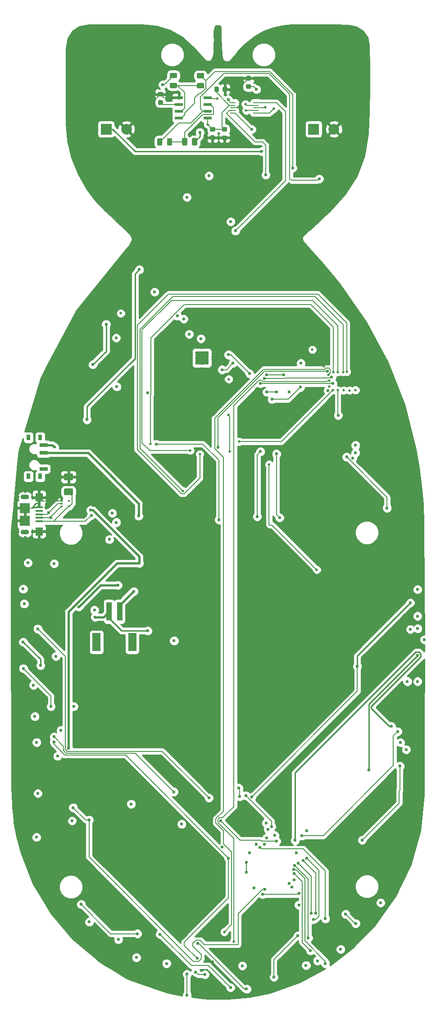
<source format=gbl>
G04 #@! TF.GenerationSoftware,KiCad,Pcbnew,(5.0.2-5)-5*
G04 #@! TF.CreationDate,2019-02-19T21:12:35-08:00*
G04 #@! TF.ProjectId,DC27-badge,44433237-2d62-4616-9467-652e6b696361,rev?*
G04 #@! TF.SameCoordinates,Original*
G04 #@! TF.FileFunction,Copper,L4,Bot*
G04 #@! TF.FilePolarity,Positive*
%FSLAX46Y46*%
G04 Gerber Fmt 4.6, Leading zero omitted, Abs format (unit mm)*
G04 Created by KiCad (PCBNEW (5.0.2-5)-5) date Tuesday, February 19, 2019 at 09:12:35 PM*
%MOMM*%
%LPD*%
G01*
G04 APERTURE LIST*
G04 #@! TA.AperFunction,ComponentPad*
%ADD10C,1.998980*%
G04 #@! TD*
G04 #@! TA.AperFunction,ComponentPad*
%ADD11R,1.998980X1.998980*%
G04 #@! TD*
G04 #@! TA.AperFunction,Conductor*
%ADD12C,0.150000*%
G04 #@! TD*
G04 #@! TA.AperFunction,SMDPad,CuDef*
%ADD13C,0.975000*%
G04 #@! TD*
G04 #@! TA.AperFunction,SMDPad,CuDef*
%ADD14R,1.550000X0.600000*%
G04 #@! TD*
G04 #@! TA.AperFunction,SMDPad,CuDef*
%ADD15R,0.450000X0.300000*%
G04 #@! TD*
G04 #@! TA.AperFunction,SMDPad,CuDef*
%ADD16R,1.348740X0.398780*%
G04 #@! TD*
G04 #@! TA.AperFunction,SMDPad,CuDef*
%ADD17O,1.597660X0.899160*%
G04 #@! TD*
G04 #@! TA.AperFunction,SMDPad,CuDef*
%ADD18R,1.399540X1.597660*%
G04 #@! TD*
G04 #@! TA.AperFunction,SMDPad,CuDef*
%ADD19R,1.899920X1.899920*%
G04 #@! TD*
G04 #@! TA.AperFunction,ComponentPad*
%ADD20O,1.200000X0.500000*%
G04 #@! TD*
G04 #@! TA.AperFunction,SMDPad,CuDef*
%ADD21R,1.000000X3.500000*%
G04 #@! TD*
G04 #@! TA.AperFunction,SMDPad,CuDef*
%ADD22R,1.500000X3.400000*%
G04 #@! TD*
G04 #@! TA.AperFunction,ViaPad*
%ADD23C,0.500000*%
G04 #@! TD*
G04 #@! TA.AperFunction,Conductor*
%ADD24C,2.500000*%
G04 #@! TD*
G04 #@! TA.AperFunction,SMDPad,CuDef*
%ADD25R,1.500000X0.700000*%
G04 #@! TD*
G04 #@! TA.AperFunction,SMDPad,CuDef*
%ADD26R,0.800000X1.000000*%
G04 #@! TD*
G04 #@! TA.AperFunction,SMDPad,CuDef*
%ADD27C,0.875000*%
G04 #@! TD*
G04 #@! TA.AperFunction,SMDPad,CuDef*
%ADD28C,1.250000*%
G04 #@! TD*
G04 #@! TA.AperFunction,SMDPad,CuDef*
%ADD29R,1.100000X0.250000*%
G04 #@! TD*
G04 #@! TA.AperFunction,ViaPad*
%ADD30C,0.600000*%
G04 #@! TD*
G04 #@! TA.AperFunction,ViaPad*
%ADD31C,0.482600*%
G04 #@! TD*
G04 #@! TA.AperFunction,Conductor*
%ADD32C,0.381000*%
G04 #@! TD*
G04 #@! TA.AperFunction,Conductor*
%ADD33C,0.152400*%
G04 #@! TD*
G04 #@! TA.AperFunction,Conductor*
%ADD34C,0.250000*%
G04 #@! TD*
G04 #@! TA.AperFunction,Conductor*
%ADD35C,0.254000*%
G04 #@! TD*
G04 APERTURE END LIST*
D10*
G04 #@! TO.P,J501,2*
G04 #@! TO.N,BATT_CSN*
X88010000Y-59400000D03*
D11*
G04 #@! TO.P,J501,1*
G04 #@! TO.N,Net-(C505-Pad2)*
X84200000Y-59400000D03*
G04 #@! TD*
D12*
G04 #@! TO.N,Net-(C505-Pad1)*
G04 #@! TO.C,R501*
G36*
X102420142Y-48858674D02*
X102443803Y-48862184D01*
X102467007Y-48867996D01*
X102489529Y-48876054D01*
X102511153Y-48886282D01*
X102531670Y-48898579D01*
X102550883Y-48912829D01*
X102568607Y-48928893D01*
X102584671Y-48946617D01*
X102598921Y-48965830D01*
X102611218Y-48986347D01*
X102621446Y-49007971D01*
X102629504Y-49030493D01*
X102635316Y-49053697D01*
X102638826Y-49077358D01*
X102640000Y-49101250D01*
X102640000Y-49588750D01*
X102638826Y-49612642D01*
X102635316Y-49636303D01*
X102629504Y-49659507D01*
X102621446Y-49682029D01*
X102611218Y-49703653D01*
X102598921Y-49724170D01*
X102584671Y-49743383D01*
X102568607Y-49761107D01*
X102550883Y-49777171D01*
X102531670Y-49791421D01*
X102511153Y-49803718D01*
X102489529Y-49813946D01*
X102467007Y-49822004D01*
X102443803Y-49827816D01*
X102420142Y-49831326D01*
X102396250Y-49832500D01*
X101483750Y-49832500D01*
X101459858Y-49831326D01*
X101436197Y-49827816D01*
X101412993Y-49822004D01*
X101390471Y-49813946D01*
X101368847Y-49803718D01*
X101348330Y-49791421D01*
X101329117Y-49777171D01*
X101311393Y-49761107D01*
X101295329Y-49743383D01*
X101281079Y-49724170D01*
X101268782Y-49703653D01*
X101258554Y-49682029D01*
X101250496Y-49659507D01*
X101244684Y-49636303D01*
X101241174Y-49612642D01*
X101240000Y-49588750D01*
X101240000Y-49101250D01*
X101241174Y-49077358D01*
X101244684Y-49053697D01*
X101250496Y-49030493D01*
X101258554Y-49007971D01*
X101268782Y-48986347D01*
X101281079Y-48965830D01*
X101295329Y-48946617D01*
X101311393Y-48928893D01*
X101329117Y-48912829D01*
X101348330Y-48898579D01*
X101368847Y-48886282D01*
X101390471Y-48876054D01*
X101412993Y-48867996D01*
X101436197Y-48862184D01*
X101459858Y-48858674D01*
X101483750Y-48857500D01*
X102396250Y-48857500D01*
X102420142Y-48858674D01*
X102420142Y-48858674D01*
G37*
D13*
G04 #@! TD*
G04 #@! TO.P,R501,1*
G04 #@! TO.N,Net-(C505-Pad1)*
X101940000Y-49345000D03*
D12*
G04 #@! TO.N,Net-(R501-Pad2)*
G04 #@! TO.C,R501*
G36*
X102420142Y-50733674D02*
X102443803Y-50737184D01*
X102467007Y-50742996D01*
X102489529Y-50751054D01*
X102511153Y-50761282D01*
X102531670Y-50773579D01*
X102550883Y-50787829D01*
X102568607Y-50803893D01*
X102584671Y-50821617D01*
X102598921Y-50840830D01*
X102611218Y-50861347D01*
X102621446Y-50882971D01*
X102629504Y-50905493D01*
X102635316Y-50928697D01*
X102638826Y-50952358D01*
X102640000Y-50976250D01*
X102640000Y-51463750D01*
X102638826Y-51487642D01*
X102635316Y-51511303D01*
X102629504Y-51534507D01*
X102621446Y-51557029D01*
X102611218Y-51578653D01*
X102598921Y-51599170D01*
X102584671Y-51618383D01*
X102568607Y-51636107D01*
X102550883Y-51652171D01*
X102531670Y-51666421D01*
X102511153Y-51678718D01*
X102489529Y-51688946D01*
X102467007Y-51697004D01*
X102443803Y-51702816D01*
X102420142Y-51706326D01*
X102396250Y-51707500D01*
X101483750Y-51707500D01*
X101459858Y-51706326D01*
X101436197Y-51702816D01*
X101412993Y-51697004D01*
X101390471Y-51688946D01*
X101368847Y-51678718D01*
X101348330Y-51666421D01*
X101329117Y-51652171D01*
X101311393Y-51636107D01*
X101295329Y-51618383D01*
X101281079Y-51599170D01*
X101268782Y-51578653D01*
X101258554Y-51557029D01*
X101250496Y-51534507D01*
X101244684Y-51511303D01*
X101241174Y-51487642D01*
X101240000Y-51463750D01*
X101240000Y-50976250D01*
X101241174Y-50952358D01*
X101244684Y-50928697D01*
X101250496Y-50905493D01*
X101258554Y-50882971D01*
X101268782Y-50861347D01*
X101281079Y-50840830D01*
X101295329Y-50821617D01*
X101311393Y-50803893D01*
X101329117Y-50787829D01*
X101348330Y-50773579D01*
X101368847Y-50761282D01*
X101390471Y-50751054D01*
X101412993Y-50742996D01*
X101436197Y-50737184D01*
X101459858Y-50733674D01*
X101483750Y-50732500D01*
X102396250Y-50732500D01*
X102420142Y-50733674D01*
X102420142Y-50733674D01*
G37*
D13*
G04 #@! TD*
G04 #@! TO.P,R501,2*
G04 #@! TO.N,Net-(R501-Pad2)*
X101940000Y-51220000D03*
D14*
G04 #@! TO.P,U502,1*
G04 #@! TO.N,Net-(C505-Pad1)*
X97900000Y-57305000D03*
G04 #@! TO.P,U502,2*
G04 #@! TO.N,Net-(R501-Pad2)*
X97900000Y-56035000D03*
G04 #@! TO.P,U502,3*
G04 #@! TO.N,Net-(C511-Pad1)*
X97900000Y-54765000D03*
G04 #@! TO.P,U502,4*
G04 #@! TO.N,BATT_CSN*
X97900000Y-53495000D03*
G04 #@! TO.P,U502,5*
G04 #@! TO.N,AMP_SHUTDOWN*
X103300000Y-53495000D03*
G04 #@! TO.P,U502,6*
G04 #@! TO.N,Net-(R503-Pad1)*
X103300000Y-54765000D03*
G04 #@! TO.P,U502,7*
G04 #@! TO.N,Net-(C510-Pad1)*
X103300000Y-56035000D03*
G04 #@! TO.P,U502,8*
G04 #@! TO.N,AVCC*
X103300000Y-57305000D03*
G04 #@! TD*
D12*
G04 #@! TO.N,Net-(R503-Pad1)*
G04 #@! TO.C,R504*
G36*
X96405142Y-61101174D02*
X96428803Y-61104684D01*
X96452007Y-61110496D01*
X96474529Y-61118554D01*
X96496153Y-61128782D01*
X96516670Y-61141079D01*
X96535883Y-61155329D01*
X96553607Y-61171393D01*
X96569671Y-61189117D01*
X96583921Y-61208330D01*
X96596218Y-61228847D01*
X96606446Y-61250471D01*
X96614504Y-61272993D01*
X96620316Y-61296197D01*
X96623826Y-61319858D01*
X96625000Y-61343750D01*
X96625000Y-62256250D01*
X96623826Y-62280142D01*
X96620316Y-62303803D01*
X96614504Y-62327007D01*
X96606446Y-62349529D01*
X96596218Y-62371153D01*
X96583921Y-62391670D01*
X96569671Y-62410883D01*
X96553607Y-62428607D01*
X96535883Y-62444671D01*
X96516670Y-62458921D01*
X96496153Y-62471218D01*
X96474529Y-62481446D01*
X96452007Y-62489504D01*
X96428803Y-62495316D01*
X96405142Y-62498826D01*
X96381250Y-62500000D01*
X95893750Y-62500000D01*
X95869858Y-62498826D01*
X95846197Y-62495316D01*
X95822993Y-62489504D01*
X95800471Y-62481446D01*
X95778847Y-62471218D01*
X95758330Y-62458921D01*
X95739117Y-62444671D01*
X95721393Y-62428607D01*
X95705329Y-62410883D01*
X95691079Y-62391670D01*
X95678782Y-62371153D01*
X95668554Y-62349529D01*
X95660496Y-62327007D01*
X95654684Y-62303803D01*
X95651174Y-62280142D01*
X95650000Y-62256250D01*
X95650000Y-61343750D01*
X95651174Y-61319858D01*
X95654684Y-61296197D01*
X95660496Y-61272993D01*
X95668554Y-61250471D01*
X95678782Y-61228847D01*
X95691079Y-61208330D01*
X95705329Y-61189117D01*
X95721393Y-61171393D01*
X95739117Y-61155329D01*
X95758330Y-61141079D01*
X95778847Y-61128782D01*
X95800471Y-61118554D01*
X95822993Y-61110496D01*
X95846197Y-61104684D01*
X95869858Y-61101174D01*
X95893750Y-61100000D01*
X96381250Y-61100000D01*
X96405142Y-61101174D01*
X96405142Y-61101174D01*
G37*
D13*
G04 #@! TD*
G04 #@! TO.P,R504,2*
G04 #@! TO.N,Net-(R503-Pad1)*
X96137500Y-61800000D03*
D12*
G04 #@! TO.N,Net-(C510-Pad1)*
G04 #@! TO.C,R504*
G36*
X94530142Y-61101174D02*
X94553803Y-61104684D01*
X94577007Y-61110496D01*
X94599529Y-61118554D01*
X94621153Y-61128782D01*
X94641670Y-61141079D01*
X94660883Y-61155329D01*
X94678607Y-61171393D01*
X94694671Y-61189117D01*
X94708921Y-61208330D01*
X94721218Y-61228847D01*
X94731446Y-61250471D01*
X94739504Y-61272993D01*
X94745316Y-61296197D01*
X94748826Y-61319858D01*
X94750000Y-61343750D01*
X94750000Y-62256250D01*
X94748826Y-62280142D01*
X94745316Y-62303803D01*
X94739504Y-62327007D01*
X94731446Y-62349529D01*
X94721218Y-62371153D01*
X94708921Y-62391670D01*
X94694671Y-62410883D01*
X94678607Y-62428607D01*
X94660883Y-62444671D01*
X94641670Y-62458921D01*
X94621153Y-62471218D01*
X94599529Y-62481446D01*
X94577007Y-62489504D01*
X94553803Y-62495316D01*
X94530142Y-62498826D01*
X94506250Y-62500000D01*
X94018750Y-62500000D01*
X93994858Y-62498826D01*
X93971197Y-62495316D01*
X93947993Y-62489504D01*
X93925471Y-62481446D01*
X93903847Y-62471218D01*
X93883330Y-62458921D01*
X93864117Y-62444671D01*
X93846393Y-62428607D01*
X93830329Y-62410883D01*
X93816079Y-62391670D01*
X93803782Y-62371153D01*
X93793554Y-62349529D01*
X93785496Y-62327007D01*
X93779684Y-62303803D01*
X93776174Y-62280142D01*
X93775000Y-62256250D01*
X93775000Y-61343750D01*
X93776174Y-61319858D01*
X93779684Y-61296197D01*
X93785496Y-61272993D01*
X93793554Y-61250471D01*
X93803782Y-61228847D01*
X93816079Y-61208330D01*
X93830329Y-61189117D01*
X93846393Y-61171393D01*
X93864117Y-61155329D01*
X93883330Y-61141079D01*
X93903847Y-61128782D01*
X93925471Y-61118554D01*
X93947993Y-61110496D01*
X93971197Y-61104684D01*
X93994858Y-61101174D01*
X94018750Y-61100000D01*
X94506250Y-61100000D01*
X94530142Y-61101174D01*
X94530142Y-61101174D01*
G37*
D13*
G04 #@! TD*
G04 #@! TO.P,R504,1*
G04 #@! TO.N,Net-(C510-Pad1)*
X94262500Y-61800000D03*
D12*
G04 #@! TO.N,Net-(C504-Pad1)*
G04 #@! TO.C,R502*
G36*
X97310142Y-48838674D02*
X97333803Y-48842184D01*
X97357007Y-48847996D01*
X97379529Y-48856054D01*
X97401153Y-48866282D01*
X97421670Y-48878579D01*
X97440883Y-48892829D01*
X97458607Y-48908893D01*
X97474671Y-48926617D01*
X97488921Y-48945830D01*
X97501218Y-48966347D01*
X97511446Y-48987971D01*
X97519504Y-49010493D01*
X97525316Y-49033697D01*
X97528826Y-49057358D01*
X97530000Y-49081250D01*
X97530000Y-49568750D01*
X97528826Y-49592642D01*
X97525316Y-49616303D01*
X97519504Y-49639507D01*
X97511446Y-49662029D01*
X97501218Y-49683653D01*
X97488921Y-49704170D01*
X97474671Y-49723383D01*
X97458607Y-49741107D01*
X97440883Y-49757171D01*
X97421670Y-49771421D01*
X97401153Y-49783718D01*
X97379529Y-49793946D01*
X97357007Y-49802004D01*
X97333803Y-49807816D01*
X97310142Y-49811326D01*
X97286250Y-49812500D01*
X96373750Y-49812500D01*
X96349858Y-49811326D01*
X96326197Y-49807816D01*
X96302993Y-49802004D01*
X96280471Y-49793946D01*
X96258847Y-49783718D01*
X96238330Y-49771421D01*
X96219117Y-49757171D01*
X96201393Y-49741107D01*
X96185329Y-49723383D01*
X96171079Y-49704170D01*
X96158782Y-49683653D01*
X96148554Y-49662029D01*
X96140496Y-49639507D01*
X96134684Y-49616303D01*
X96131174Y-49592642D01*
X96130000Y-49568750D01*
X96130000Y-49081250D01*
X96131174Y-49057358D01*
X96134684Y-49033697D01*
X96140496Y-49010493D01*
X96148554Y-48987971D01*
X96158782Y-48966347D01*
X96171079Y-48945830D01*
X96185329Y-48926617D01*
X96201393Y-48908893D01*
X96219117Y-48892829D01*
X96238330Y-48878579D01*
X96258847Y-48866282D01*
X96280471Y-48856054D01*
X96302993Y-48847996D01*
X96326197Y-48842184D01*
X96349858Y-48838674D01*
X96373750Y-48837500D01*
X97286250Y-48837500D01*
X97310142Y-48838674D01*
X97310142Y-48838674D01*
G37*
D13*
G04 #@! TD*
G04 #@! TO.P,R502,2*
G04 #@! TO.N,Net-(C504-Pad1)*
X96830000Y-49325000D03*
D12*
G04 #@! TO.N,Net-(R501-Pad2)*
G04 #@! TO.C,R502*
G36*
X97310142Y-50713674D02*
X97333803Y-50717184D01*
X97357007Y-50722996D01*
X97379529Y-50731054D01*
X97401153Y-50741282D01*
X97421670Y-50753579D01*
X97440883Y-50767829D01*
X97458607Y-50783893D01*
X97474671Y-50801617D01*
X97488921Y-50820830D01*
X97501218Y-50841347D01*
X97511446Y-50862971D01*
X97519504Y-50885493D01*
X97525316Y-50908697D01*
X97528826Y-50932358D01*
X97530000Y-50956250D01*
X97530000Y-51443750D01*
X97528826Y-51467642D01*
X97525316Y-51491303D01*
X97519504Y-51514507D01*
X97511446Y-51537029D01*
X97501218Y-51558653D01*
X97488921Y-51579170D01*
X97474671Y-51598383D01*
X97458607Y-51616107D01*
X97440883Y-51632171D01*
X97421670Y-51646421D01*
X97401153Y-51658718D01*
X97379529Y-51668946D01*
X97357007Y-51677004D01*
X97333803Y-51682816D01*
X97310142Y-51686326D01*
X97286250Y-51687500D01*
X96373750Y-51687500D01*
X96349858Y-51686326D01*
X96326197Y-51682816D01*
X96302993Y-51677004D01*
X96280471Y-51668946D01*
X96258847Y-51658718D01*
X96238330Y-51646421D01*
X96219117Y-51632171D01*
X96201393Y-51616107D01*
X96185329Y-51598383D01*
X96171079Y-51579170D01*
X96158782Y-51558653D01*
X96148554Y-51537029D01*
X96140496Y-51514507D01*
X96134684Y-51491303D01*
X96131174Y-51467642D01*
X96130000Y-51443750D01*
X96130000Y-50956250D01*
X96131174Y-50932358D01*
X96134684Y-50908697D01*
X96140496Y-50885493D01*
X96148554Y-50862971D01*
X96158782Y-50841347D01*
X96171079Y-50820830D01*
X96185329Y-50801617D01*
X96201393Y-50783893D01*
X96219117Y-50767829D01*
X96238330Y-50753579D01*
X96258847Y-50741282D01*
X96280471Y-50731054D01*
X96302993Y-50722996D01*
X96326197Y-50717184D01*
X96349858Y-50713674D01*
X96373750Y-50712500D01*
X97286250Y-50712500D01*
X97310142Y-50713674D01*
X97310142Y-50713674D01*
G37*
D13*
G04 #@! TD*
G04 #@! TO.P,R502,1*
G04 #@! TO.N,Net-(R501-Pad2)*
X96830000Y-51200000D03*
D12*
G04 #@! TO.N,Net-(R503-Pad1)*
G04 #@! TO.C,R503*
G36*
X99230142Y-61051174D02*
X99253803Y-61054684D01*
X99277007Y-61060496D01*
X99299529Y-61068554D01*
X99321153Y-61078782D01*
X99341670Y-61091079D01*
X99360883Y-61105329D01*
X99378607Y-61121393D01*
X99394671Y-61139117D01*
X99408921Y-61158330D01*
X99421218Y-61178847D01*
X99431446Y-61200471D01*
X99439504Y-61222993D01*
X99445316Y-61246197D01*
X99448826Y-61269858D01*
X99450000Y-61293750D01*
X99450000Y-62206250D01*
X99448826Y-62230142D01*
X99445316Y-62253803D01*
X99439504Y-62277007D01*
X99431446Y-62299529D01*
X99421218Y-62321153D01*
X99408921Y-62341670D01*
X99394671Y-62360883D01*
X99378607Y-62378607D01*
X99360883Y-62394671D01*
X99341670Y-62408921D01*
X99321153Y-62421218D01*
X99299529Y-62431446D01*
X99277007Y-62439504D01*
X99253803Y-62445316D01*
X99230142Y-62448826D01*
X99206250Y-62450000D01*
X98718750Y-62450000D01*
X98694858Y-62448826D01*
X98671197Y-62445316D01*
X98647993Y-62439504D01*
X98625471Y-62431446D01*
X98603847Y-62421218D01*
X98583330Y-62408921D01*
X98564117Y-62394671D01*
X98546393Y-62378607D01*
X98530329Y-62360883D01*
X98516079Y-62341670D01*
X98503782Y-62321153D01*
X98493554Y-62299529D01*
X98485496Y-62277007D01*
X98479684Y-62253803D01*
X98476174Y-62230142D01*
X98475000Y-62206250D01*
X98475000Y-61293750D01*
X98476174Y-61269858D01*
X98479684Y-61246197D01*
X98485496Y-61222993D01*
X98493554Y-61200471D01*
X98503782Y-61178847D01*
X98516079Y-61158330D01*
X98530329Y-61139117D01*
X98546393Y-61121393D01*
X98564117Y-61105329D01*
X98583330Y-61091079D01*
X98603847Y-61078782D01*
X98625471Y-61068554D01*
X98647993Y-61060496D01*
X98671197Y-61054684D01*
X98694858Y-61051174D01*
X98718750Y-61050000D01*
X99206250Y-61050000D01*
X99230142Y-61051174D01*
X99230142Y-61051174D01*
G37*
D13*
G04 #@! TD*
G04 #@! TO.P,R503,1*
G04 #@! TO.N,Net-(R503-Pad1)*
X98962500Y-61750000D03*
D12*
G04 #@! TO.N,Net-(C506-Pad1)*
G04 #@! TO.C,R503*
G36*
X101105142Y-61051174D02*
X101128803Y-61054684D01*
X101152007Y-61060496D01*
X101174529Y-61068554D01*
X101196153Y-61078782D01*
X101216670Y-61091079D01*
X101235883Y-61105329D01*
X101253607Y-61121393D01*
X101269671Y-61139117D01*
X101283921Y-61158330D01*
X101296218Y-61178847D01*
X101306446Y-61200471D01*
X101314504Y-61222993D01*
X101320316Y-61246197D01*
X101323826Y-61269858D01*
X101325000Y-61293750D01*
X101325000Y-62206250D01*
X101323826Y-62230142D01*
X101320316Y-62253803D01*
X101314504Y-62277007D01*
X101306446Y-62299529D01*
X101296218Y-62321153D01*
X101283921Y-62341670D01*
X101269671Y-62360883D01*
X101253607Y-62378607D01*
X101235883Y-62394671D01*
X101216670Y-62408921D01*
X101196153Y-62421218D01*
X101174529Y-62431446D01*
X101152007Y-62439504D01*
X101128803Y-62445316D01*
X101105142Y-62448826D01*
X101081250Y-62450000D01*
X100593750Y-62450000D01*
X100569858Y-62448826D01*
X100546197Y-62445316D01*
X100522993Y-62439504D01*
X100500471Y-62431446D01*
X100478847Y-62421218D01*
X100458330Y-62408921D01*
X100439117Y-62394671D01*
X100421393Y-62378607D01*
X100405329Y-62360883D01*
X100391079Y-62341670D01*
X100378782Y-62321153D01*
X100368554Y-62299529D01*
X100360496Y-62277007D01*
X100354684Y-62253803D01*
X100351174Y-62230142D01*
X100350000Y-62206250D01*
X100350000Y-61293750D01*
X100351174Y-61269858D01*
X100354684Y-61246197D01*
X100360496Y-61222993D01*
X100368554Y-61200471D01*
X100378782Y-61178847D01*
X100391079Y-61158330D01*
X100405329Y-61139117D01*
X100421393Y-61121393D01*
X100439117Y-61105329D01*
X100458330Y-61091079D01*
X100478847Y-61078782D01*
X100500471Y-61068554D01*
X100522993Y-61060496D01*
X100546197Y-61054684D01*
X100569858Y-61051174D01*
X100593750Y-61050000D01*
X101081250Y-61050000D01*
X101105142Y-61051174D01*
X101105142Y-61051174D01*
G37*
D13*
G04 #@! TD*
G04 #@! TO.P,R503,2*
G04 #@! TO.N,Net-(C506-Pad1)*
X100837500Y-61750000D03*
D15*
G04 #@! TO.P,U602,4*
G04 #@! TO.N,Net-(U602-Pad4)*
X77210000Y-129310000D03*
G04 #@! TO.P,U602,2*
G04 #@! TO.N,USBDATA+*
X75810000Y-129810000D03*
G04 #@! TO.P,U602,5*
G04 #@! TO.N,VBUS*
X77210000Y-130310000D03*
G04 #@! TO.P,U602,3*
G04 #@! TO.N,BATT_CSN*
X75810000Y-129310000D03*
G04 #@! TO.P,U602,1*
G04 #@! TO.N,USBDATA-*
X75810000Y-130310000D03*
G04 #@! TD*
D16*
G04 #@! TO.P,J601,1*
G04 #@! TO.N,VBUS*
X71600000Y-133097939D03*
G04 #@! TO.P,J601,2*
G04 #@! TO.N,USBDATA-*
X71600000Y-132447700D03*
G04 #@! TO.P,J601,3*
G04 #@! TO.N,USBDATA+*
X71600000Y-131800000D03*
G04 #@! TO.P,J601,4*
G04 #@! TO.N,Net-(J601-Pad4)*
X71600000Y-131152300D03*
G04 #@! TO.P,J601,5*
G04 #@! TO.N,BATT_CSN*
X71600000Y-130502060D03*
D17*
G04 #@! TO.P,J601,S1*
X68930460Y-135099460D03*
G04 #@! TO.P,J601,S2*
X68930460Y-128500540D03*
D18*
G04 #@! TO.P,J601,S3*
X71600000Y-134997860D03*
G04 #@! TO.P,J601,S4*
X71600000Y-128602140D03*
D19*
G04 #@! TO.P,J601,S5*
X68925381Y-132998880D03*
G04 #@! TO.P,J601,S6*
X68925379Y-130601120D03*
D20*
G04 #@! TO.P,J601,SLOT*
G04 #@! TO.N,N/C*
X68930000Y-135100000D03*
X68930000Y-128500000D03*
G04 #@! TD*
D10*
G04 #@! TO.P,J502,2*
G04 #@! TO.N,BATT_CSN*
X127010000Y-59400000D03*
D11*
G04 #@! TO.P,J502,1*
G04 #@! TO.N,Net-(C510-Pad2)*
X123200000Y-59400000D03*
G04 #@! TD*
D21*
G04 #@! TO.P,BT401,1*
G04 #@! TO.N,Net-(BT401-Pad1)*
X86750000Y-150050000D03*
G04 #@! TO.P,BT401,2*
G04 #@! TO.N,BATT_CSP*
X84750000Y-150050000D03*
D22*
G04 #@! TO.P,BT401,MP*
G04 #@! TO.N,N/C*
X89100000Y-155800000D03*
X82400000Y-155800000D03*
G04 #@! TD*
D23*
G04 #@! TO.N,BATT_CSN*
G04 #@! TO.C,U601*
X103200000Y-101400000D03*
X103200000Y-102400000D03*
X103200000Y-103400000D03*
X102200000Y-101400000D03*
X102200000Y-102400000D03*
X102200000Y-103400000D03*
X101200000Y-101400000D03*
X101200000Y-102400000D03*
X101200000Y-103400000D03*
D12*
G36*
X103224504Y-101151204D02*
X103248773Y-101154804D01*
X103272571Y-101160765D01*
X103295671Y-101169030D01*
X103317849Y-101179520D01*
X103338893Y-101192133D01*
X103358598Y-101206747D01*
X103376777Y-101223223D01*
X103393253Y-101241402D01*
X103407867Y-101261107D01*
X103420480Y-101282151D01*
X103430970Y-101304329D01*
X103439235Y-101327429D01*
X103445196Y-101351227D01*
X103448796Y-101375496D01*
X103450000Y-101400000D01*
X103450000Y-103400000D01*
X103448796Y-103424504D01*
X103445196Y-103448773D01*
X103439235Y-103472571D01*
X103430970Y-103495671D01*
X103420480Y-103517849D01*
X103407867Y-103538893D01*
X103393253Y-103558598D01*
X103376777Y-103576777D01*
X103358598Y-103593253D01*
X103338893Y-103607867D01*
X103317849Y-103620480D01*
X103295671Y-103630970D01*
X103272571Y-103639235D01*
X103248773Y-103645196D01*
X103224504Y-103648796D01*
X103200000Y-103650000D01*
X101200000Y-103650000D01*
X101175496Y-103648796D01*
X101151227Y-103645196D01*
X101127429Y-103639235D01*
X101104329Y-103630970D01*
X101082151Y-103620480D01*
X101061107Y-103607867D01*
X101041402Y-103593253D01*
X101023223Y-103576777D01*
X101006747Y-103558598D01*
X100992133Y-103538893D01*
X100979520Y-103517849D01*
X100969030Y-103495671D01*
X100960765Y-103472571D01*
X100954804Y-103448773D01*
X100951204Y-103424504D01*
X100950000Y-103400000D01*
X100950000Y-101400000D01*
X100951204Y-101375496D01*
X100954804Y-101351227D01*
X100960765Y-101327429D01*
X100969030Y-101304329D01*
X100979520Y-101282151D01*
X100992133Y-101261107D01*
X101006747Y-101241402D01*
X101023223Y-101223223D01*
X101041402Y-101206747D01*
X101061107Y-101192133D01*
X101082151Y-101179520D01*
X101104329Y-101169030D01*
X101127429Y-101160765D01*
X101151227Y-101154804D01*
X101175496Y-101151204D01*
X101200000Y-101150000D01*
X103200000Y-101150000D01*
X103224504Y-101151204D01*
X103224504Y-101151204D01*
G37*
D24*
X102200000Y-102400000D03*
G04 #@! TD*
D25*
G04 #@! TO.P,SW401,1*
G04 #@! TO.N,Net-(SW401-Pad1)*
X72430000Y-123250000D03*
G04 #@! TO.P,SW401,2*
G04 #@! TO.N,VBATT*
X72430000Y-120250000D03*
G04 #@! TO.P,SW401,3*
G04 #@! TO.N,Net-(BT401-Pad1)*
X72430000Y-118750000D03*
D26*
G04 #@! TO.P,SW401,*
G04 #@! TO.N,*
X69570000Y-124650000D03*
X69570000Y-117350000D03*
X71780000Y-117350000D03*
X71780000Y-124650000D03*
G04 #@! TD*
D12*
G04 #@! TO.N,Net-(C511-Pad1)*
G04 #@! TO.C,C511*
G36*
X94677691Y-53963553D02*
X94698926Y-53966703D01*
X94719750Y-53971919D01*
X94739962Y-53979151D01*
X94759368Y-53988330D01*
X94777781Y-53999366D01*
X94795024Y-54012154D01*
X94810930Y-54026570D01*
X94825346Y-54042476D01*
X94838134Y-54059719D01*
X94849170Y-54078132D01*
X94858349Y-54097538D01*
X94865581Y-54117750D01*
X94870797Y-54138574D01*
X94873947Y-54159809D01*
X94875000Y-54181250D01*
X94875000Y-54618750D01*
X94873947Y-54640191D01*
X94870797Y-54661426D01*
X94865581Y-54682250D01*
X94858349Y-54702462D01*
X94849170Y-54721868D01*
X94838134Y-54740281D01*
X94825346Y-54757524D01*
X94810930Y-54773430D01*
X94795024Y-54787846D01*
X94777781Y-54800634D01*
X94759368Y-54811670D01*
X94739962Y-54820849D01*
X94719750Y-54828081D01*
X94698926Y-54833297D01*
X94677691Y-54836447D01*
X94656250Y-54837500D01*
X94143750Y-54837500D01*
X94122309Y-54836447D01*
X94101074Y-54833297D01*
X94080250Y-54828081D01*
X94060038Y-54820849D01*
X94040632Y-54811670D01*
X94022219Y-54800634D01*
X94004976Y-54787846D01*
X93989070Y-54773430D01*
X93974654Y-54757524D01*
X93961866Y-54740281D01*
X93950830Y-54721868D01*
X93941651Y-54702462D01*
X93934419Y-54682250D01*
X93929203Y-54661426D01*
X93926053Y-54640191D01*
X93925000Y-54618750D01*
X93925000Y-54181250D01*
X93926053Y-54159809D01*
X93929203Y-54138574D01*
X93934419Y-54117750D01*
X93941651Y-54097538D01*
X93950830Y-54078132D01*
X93961866Y-54059719D01*
X93974654Y-54042476D01*
X93989070Y-54026570D01*
X94004976Y-54012154D01*
X94022219Y-53999366D01*
X94040632Y-53988330D01*
X94060038Y-53979151D01*
X94080250Y-53971919D01*
X94101074Y-53966703D01*
X94122309Y-53963553D01*
X94143750Y-53962500D01*
X94656250Y-53962500D01*
X94677691Y-53963553D01*
X94677691Y-53963553D01*
G37*
D27*
G04 #@! TD*
G04 #@! TO.P,C511,1*
G04 #@! TO.N,Net-(C511-Pad1)*
X94400000Y-54400000D03*
D12*
G04 #@! TO.N,BATT_CSN*
G04 #@! TO.C,C511*
G36*
X94677691Y-52388553D02*
X94698926Y-52391703D01*
X94719750Y-52396919D01*
X94739962Y-52404151D01*
X94759368Y-52413330D01*
X94777781Y-52424366D01*
X94795024Y-52437154D01*
X94810930Y-52451570D01*
X94825346Y-52467476D01*
X94838134Y-52484719D01*
X94849170Y-52503132D01*
X94858349Y-52522538D01*
X94865581Y-52542750D01*
X94870797Y-52563574D01*
X94873947Y-52584809D01*
X94875000Y-52606250D01*
X94875000Y-53043750D01*
X94873947Y-53065191D01*
X94870797Y-53086426D01*
X94865581Y-53107250D01*
X94858349Y-53127462D01*
X94849170Y-53146868D01*
X94838134Y-53165281D01*
X94825346Y-53182524D01*
X94810930Y-53198430D01*
X94795024Y-53212846D01*
X94777781Y-53225634D01*
X94759368Y-53236670D01*
X94739962Y-53245849D01*
X94719750Y-53253081D01*
X94698926Y-53258297D01*
X94677691Y-53261447D01*
X94656250Y-53262500D01*
X94143750Y-53262500D01*
X94122309Y-53261447D01*
X94101074Y-53258297D01*
X94080250Y-53253081D01*
X94060038Y-53245849D01*
X94040632Y-53236670D01*
X94022219Y-53225634D01*
X94004976Y-53212846D01*
X93989070Y-53198430D01*
X93974654Y-53182524D01*
X93961866Y-53165281D01*
X93950830Y-53146868D01*
X93941651Y-53127462D01*
X93934419Y-53107250D01*
X93929203Y-53086426D01*
X93926053Y-53065191D01*
X93925000Y-53043750D01*
X93925000Y-52606250D01*
X93926053Y-52584809D01*
X93929203Y-52563574D01*
X93934419Y-52542750D01*
X93941651Y-52522538D01*
X93950830Y-52503132D01*
X93961866Y-52484719D01*
X93974654Y-52467476D01*
X93989070Y-52451570D01*
X94004976Y-52437154D01*
X94022219Y-52424366D01*
X94040632Y-52413330D01*
X94060038Y-52404151D01*
X94080250Y-52396919D01*
X94101074Y-52391703D01*
X94122309Y-52388553D01*
X94143750Y-52387500D01*
X94656250Y-52387500D01*
X94677691Y-52388553D01*
X94677691Y-52388553D01*
G37*
D27*
G04 #@! TD*
G04 #@! TO.P,C511,2*
G04 #@! TO.N,BATT_CSN*
X94400000Y-52825000D03*
D12*
G04 #@! TO.N,Net-(C507-Pad1)*
G04 #@! TO.C,C507*
G36*
X111237691Y-50963553D02*
X111258926Y-50966703D01*
X111279750Y-50971919D01*
X111299962Y-50979151D01*
X111319368Y-50988330D01*
X111337781Y-50999366D01*
X111355024Y-51012154D01*
X111370930Y-51026570D01*
X111385346Y-51042476D01*
X111398134Y-51059719D01*
X111409170Y-51078132D01*
X111418349Y-51097538D01*
X111425581Y-51117750D01*
X111430797Y-51138574D01*
X111433947Y-51159809D01*
X111435000Y-51181250D01*
X111435000Y-51618750D01*
X111433947Y-51640191D01*
X111430797Y-51661426D01*
X111425581Y-51682250D01*
X111418349Y-51702462D01*
X111409170Y-51721868D01*
X111398134Y-51740281D01*
X111385346Y-51757524D01*
X111370930Y-51773430D01*
X111355024Y-51787846D01*
X111337781Y-51800634D01*
X111319368Y-51811670D01*
X111299962Y-51820849D01*
X111279750Y-51828081D01*
X111258926Y-51833297D01*
X111237691Y-51836447D01*
X111216250Y-51837500D01*
X110703750Y-51837500D01*
X110682309Y-51836447D01*
X110661074Y-51833297D01*
X110640250Y-51828081D01*
X110620038Y-51820849D01*
X110600632Y-51811670D01*
X110582219Y-51800634D01*
X110564976Y-51787846D01*
X110549070Y-51773430D01*
X110534654Y-51757524D01*
X110521866Y-51740281D01*
X110510830Y-51721868D01*
X110501651Y-51702462D01*
X110494419Y-51682250D01*
X110489203Y-51661426D01*
X110486053Y-51640191D01*
X110485000Y-51618750D01*
X110485000Y-51181250D01*
X110486053Y-51159809D01*
X110489203Y-51138574D01*
X110494419Y-51117750D01*
X110501651Y-51097538D01*
X110510830Y-51078132D01*
X110521866Y-51059719D01*
X110534654Y-51042476D01*
X110549070Y-51026570D01*
X110564976Y-51012154D01*
X110582219Y-50999366D01*
X110600632Y-50988330D01*
X110620038Y-50979151D01*
X110640250Y-50971919D01*
X110661074Y-50966703D01*
X110682309Y-50963553D01*
X110703750Y-50962500D01*
X111216250Y-50962500D01*
X111237691Y-50963553D01*
X111237691Y-50963553D01*
G37*
D27*
G04 #@! TD*
G04 #@! TO.P,C507,1*
G04 #@! TO.N,Net-(C507-Pad1)*
X110960000Y-51400000D03*
D12*
G04 #@! TO.N,BATT_CSN*
G04 #@! TO.C,C507*
G36*
X111237691Y-49388553D02*
X111258926Y-49391703D01*
X111279750Y-49396919D01*
X111299962Y-49404151D01*
X111319368Y-49413330D01*
X111337781Y-49424366D01*
X111355024Y-49437154D01*
X111370930Y-49451570D01*
X111385346Y-49467476D01*
X111398134Y-49484719D01*
X111409170Y-49503132D01*
X111418349Y-49522538D01*
X111425581Y-49542750D01*
X111430797Y-49563574D01*
X111433947Y-49584809D01*
X111435000Y-49606250D01*
X111435000Y-50043750D01*
X111433947Y-50065191D01*
X111430797Y-50086426D01*
X111425581Y-50107250D01*
X111418349Y-50127462D01*
X111409170Y-50146868D01*
X111398134Y-50165281D01*
X111385346Y-50182524D01*
X111370930Y-50198430D01*
X111355024Y-50212846D01*
X111337781Y-50225634D01*
X111319368Y-50236670D01*
X111299962Y-50245849D01*
X111279750Y-50253081D01*
X111258926Y-50258297D01*
X111237691Y-50261447D01*
X111216250Y-50262500D01*
X110703750Y-50262500D01*
X110682309Y-50261447D01*
X110661074Y-50258297D01*
X110640250Y-50253081D01*
X110620038Y-50245849D01*
X110600632Y-50236670D01*
X110582219Y-50225634D01*
X110564976Y-50212846D01*
X110549070Y-50198430D01*
X110534654Y-50182524D01*
X110521866Y-50165281D01*
X110510830Y-50146868D01*
X110501651Y-50127462D01*
X110494419Y-50107250D01*
X110489203Y-50086426D01*
X110486053Y-50065191D01*
X110485000Y-50043750D01*
X110485000Y-49606250D01*
X110486053Y-49584809D01*
X110489203Y-49563574D01*
X110494419Y-49542750D01*
X110501651Y-49522538D01*
X110510830Y-49503132D01*
X110521866Y-49484719D01*
X110534654Y-49467476D01*
X110549070Y-49451570D01*
X110564976Y-49437154D01*
X110582219Y-49424366D01*
X110600632Y-49413330D01*
X110620038Y-49404151D01*
X110640250Y-49396919D01*
X110661074Y-49391703D01*
X110682309Y-49388553D01*
X110703750Y-49387500D01*
X111216250Y-49387500D01*
X111237691Y-49388553D01*
X111237691Y-49388553D01*
G37*
D27*
G04 #@! TD*
G04 #@! TO.P,C507,2*
G04 #@! TO.N,BATT_CSN*
X110960000Y-49825000D03*
D12*
G04 #@! TO.N,BATT_CSN*
G04 #@! TO.C,C501*
G36*
X106727691Y-60573553D02*
X106748926Y-60576703D01*
X106769750Y-60581919D01*
X106789962Y-60589151D01*
X106809368Y-60598330D01*
X106827781Y-60609366D01*
X106845024Y-60622154D01*
X106860930Y-60636570D01*
X106875346Y-60652476D01*
X106888134Y-60669719D01*
X106899170Y-60688132D01*
X106908349Y-60707538D01*
X106915581Y-60727750D01*
X106920797Y-60748574D01*
X106923947Y-60769809D01*
X106925000Y-60791250D01*
X106925000Y-61228750D01*
X106923947Y-61250191D01*
X106920797Y-61271426D01*
X106915581Y-61292250D01*
X106908349Y-61312462D01*
X106899170Y-61331868D01*
X106888134Y-61350281D01*
X106875346Y-61367524D01*
X106860930Y-61383430D01*
X106845024Y-61397846D01*
X106827781Y-61410634D01*
X106809368Y-61421670D01*
X106789962Y-61430849D01*
X106769750Y-61438081D01*
X106748926Y-61443297D01*
X106727691Y-61446447D01*
X106706250Y-61447500D01*
X106193750Y-61447500D01*
X106172309Y-61446447D01*
X106151074Y-61443297D01*
X106130250Y-61438081D01*
X106110038Y-61430849D01*
X106090632Y-61421670D01*
X106072219Y-61410634D01*
X106054976Y-61397846D01*
X106039070Y-61383430D01*
X106024654Y-61367524D01*
X106011866Y-61350281D01*
X106000830Y-61331868D01*
X105991651Y-61312462D01*
X105984419Y-61292250D01*
X105979203Y-61271426D01*
X105976053Y-61250191D01*
X105975000Y-61228750D01*
X105975000Y-60791250D01*
X105976053Y-60769809D01*
X105979203Y-60748574D01*
X105984419Y-60727750D01*
X105991651Y-60707538D01*
X106000830Y-60688132D01*
X106011866Y-60669719D01*
X106024654Y-60652476D01*
X106039070Y-60636570D01*
X106054976Y-60622154D01*
X106072219Y-60609366D01*
X106090632Y-60598330D01*
X106110038Y-60589151D01*
X106130250Y-60581919D01*
X106151074Y-60576703D01*
X106172309Y-60573553D01*
X106193750Y-60572500D01*
X106706250Y-60572500D01*
X106727691Y-60573553D01*
X106727691Y-60573553D01*
G37*
D27*
G04 #@! TD*
G04 #@! TO.P,C501,2*
G04 #@! TO.N,BATT_CSN*
X106450000Y-61010000D03*
D12*
G04 #@! TO.N,AVCC*
G04 #@! TO.C,C501*
G36*
X106727691Y-58998553D02*
X106748926Y-59001703D01*
X106769750Y-59006919D01*
X106789962Y-59014151D01*
X106809368Y-59023330D01*
X106827781Y-59034366D01*
X106845024Y-59047154D01*
X106860930Y-59061570D01*
X106875346Y-59077476D01*
X106888134Y-59094719D01*
X106899170Y-59113132D01*
X106908349Y-59132538D01*
X106915581Y-59152750D01*
X106920797Y-59173574D01*
X106923947Y-59194809D01*
X106925000Y-59216250D01*
X106925000Y-59653750D01*
X106923947Y-59675191D01*
X106920797Y-59696426D01*
X106915581Y-59717250D01*
X106908349Y-59737462D01*
X106899170Y-59756868D01*
X106888134Y-59775281D01*
X106875346Y-59792524D01*
X106860930Y-59808430D01*
X106845024Y-59822846D01*
X106827781Y-59835634D01*
X106809368Y-59846670D01*
X106789962Y-59855849D01*
X106769750Y-59863081D01*
X106748926Y-59868297D01*
X106727691Y-59871447D01*
X106706250Y-59872500D01*
X106193750Y-59872500D01*
X106172309Y-59871447D01*
X106151074Y-59868297D01*
X106130250Y-59863081D01*
X106110038Y-59855849D01*
X106090632Y-59846670D01*
X106072219Y-59835634D01*
X106054976Y-59822846D01*
X106039070Y-59808430D01*
X106024654Y-59792524D01*
X106011866Y-59775281D01*
X106000830Y-59756868D01*
X105991651Y-59737462D01*
X105984419Y-59717250D01*
X105979203Y-59696426D01*
X105976053Y-59675191D01*
X105975000Y-59653750D01*
X105975000Y-59216250D01*
X105976053Y-59194809D01*
X105979203Y-59173574D01*
X105984419Y-59152750D01*
X105991651Y-59132538D01*
X106000830Y-59113132D01*
X106011866Y-59094719D01*
X106024654Y-59077476D01*
X106039070Y-59061570D01*
X106054976Y-59047154D01*
X106072219Y-59034366D01*
X106090632Y-59023330D01*
X106110038Y-59014151D01*
X106130250Y-59006919D01*
X106151074Y-59001703D01*
X106172309Y-58998553D01*
X106193750Y-58997500D01*
X106706250Y-58997500D01*
X106727691Y-58998553D01*
X106727691Y-58998553D01*
G37*
D27*
G04 #@! TD*
G04 #@! TO.P,C501,1*
G04 #@! TO.N,AVCC*
X106450000Y-59435000D03*
D12*
G04 #@! TO.N,AVCC*
G04 #@! TO.C,C502*
G36*
X104477691Y-58988553D02*
X104498926Y-58991703D01*
X104519750Y-58996919D01*
X104539962Y-59004151D01*
X104559368Y-59013330D01*
X104577781Y-59024366D01*
X104595024Y-59037154D01*
X104610930Y-59051570D01*
X104625346Y-59067476D01*
X104638134Y-59084719D01*
X104649170Y-59103132D01*
X104658349Y-59122538D01*
X104665581Y-59142750D01*
X104670797Y-59163574D01*
X104673947Y-59184809D01*
X104675000Y-59206250D01*
X104675000Y-59643750D01*
X104673947Y-59665191D01*
X104670797Y-59686426D01*
X104665581Y-59707250D01*
X104658349Y-59727462D01*
X104649170Y-59746868D01*
X104638134Y-59765281D01*
X104625346Y-59782524D01*
X104610930Y-59798430D01*
X104595024Y-59812846D01*
X104577781Y-59825634D01*
X104559368Y-59836670D01*
X104539962Y-59845849D01*
X104519750Y-59853081D01*
X104498926Y-59858297D01*
X104477691Y-59861447D01*
X104456250Y-59862500D01*
X103943750Y-59862500D01*
X103922309Y-59861447D01*
X103901074Y-59858297D01*
X103880250Y-59853081D01*
X103860038Y-59845849D01*
X103840632Y-59836670D01*
X103822219Y-59825634D01*
X103804976Y-59812846D01*
X103789070Y-59798430D01*
X103774654Y-59782524D01*
X103761866Y-59765281D01*
X103750830Y-59746868D01*
X103741651Y-59727462D01*
X103734419Y-59707250D01*
X103729203Y-59686426D01*
X103726053Y-59665191D01*
X103725000Y-59643750D01*
X103725000Y-59206250D01*
X103726053Y-59184809D01*
X103729203Y-59163574D01*
X103734419Y-59142750D01*
X103741651Y-59122538D01*
X103750830Y-59103132D01*
X103761866Y-59084719D01*
X103774654Y-59067476D01*
X103789070Y-59051570D01*
X103804976Y-59037154D01*
X103822219Y-59024366D01*
X103840632Y-59013330D01*
X103860038Y-59004151D01*
X103880250Y-58996919D01*
X103901074Y-58991703D01*
X103922309Y-58988553D01*
X103943750Y-58987500D01*
X104456250Y-58987500D01*
X104477691Y-58988553D01*
X104477691Y-58988553D01*
G37*
D27*
G04 #@! TD*
G04 #@! TO.P,C502,1*
G04 #@! TO.N,AVCC*
X104200000Y-59425000D03*
D12*
G04 #@! TO.N,BATT_CSN*
G04 #@! TO.C,C502*
G36*
X104477691Y-60563553D02*
X104498926Y-60566703D01*
X104519750Y-60571919D01*
X104539962Y-60579151D01*
X104559368Y-60588330D01*
X104577781Y-60599366D01*
X104595024Y-60612154D01*
X104610930Y-60626570D01*
X104625346Y-60642476D01*
X104638134Y-60659719D01*
X104649170Y-60678132D01*
X104658349Y-60697538D01*
X104665581Y-60717750D01*
X104670797Y-60738574D01*
X104673947Y-60759809D01*
X104675000Y-60781250D01*
X104675000Y-61218750D01*
X104673947Y-61240191D01*
X104670797Y-61261426D01*
X104665581Y-61282250D01*
X104658349Y-61302462D01*
X104649170Y-61321868D01*
X104638134Y-61340281D01*
X104625346Y-61357524D01*
X104610930Y-61373430D01*
X104595024Y-61387846D01*
X104577781Y-61400634D01*
X104559368Y-61411670D01*
X104539962Y-61420849D01*
X104519750Y-61428081D01*
X104498926Y-61433297D01*
X104477691Y-61436447D01*
X104456250Y-61437500D01*
X103943750Y-61437500D01*
X103922309Y-61436447D01*
X103901074Y-61433297D01*
X103880250Y-61428081D01*
X103860038Y-61420849D01*
X103840632Y-61411670D01*
X103822219Y-61400634D01*
X103804976Y-61387846D01*
X103789070Y-61373430D01*
X103774654Y-61357524D01*
X103761866Y-61340281D01*
X103750830Y-61321868D01*
X103741651Y-61302462D01*
X103734419Y-61282250D01*
X103729203Y-61261426D01*
X103726053Y-61240191D01*
X103725000Y-61218750D01*
X103725000Y-60781250D01*
X103726053Y-60759809D01*
X103729203Y-60738574D01*
X103734419Y-60717750D01*
X103741651Y-60697538D01*
X103750830Y-60678132D01*
X103761866Y-60659719D01*
X103774654Y-60642476D01*
X103789070Y-60626570D01*
X103804976Y-60612154D01*
X103822219Y-60599366D01*
X103840632Y-60588330D01*
X103860038Y-60579151D01*
X103880250Y-60571919D01*
X103901074Y-60566703D01*
X103922309Y-60563553D01*
X103943750Y-60562500D01*
X104456250Y-60562500D01*
X104477691Y-60563553D01*
X104477691Y-60563553D01*
G37*
D27*
G04 #@! TD*
G04 #@! TO.P,C502,2*
G04 #@! TO.N,BATT_CSN*
X104200000Y-61000000D03*
D12*
G04 #@! TO.N,BATT_CSN*
G04 #@! TO.C,C503*
G36*
X106765191Y-51426053D02*
X106786426Y-51429203D01*
X106807250Y-51434419D01*
X106827462Y-51441651D01*
X106846868Y-51450830D01*
X106865281Y-51461866D01*
X106882524Y-51474654D01*
X106898430Y-51489070D01*
X106912846Y-51504976D01*
X106925634Y-51522219D01*
X106936670Y-51540632D01*
X106945849Y-51560038D01*
X106953081Y-51580250D01*
X106958297Y-51601074D01*
X106961447Y-51622309D01*
X106962500Y-51643750D01*
X106962500Y-52156250D01*
X106961447Y-52177691D01*
X106958297Y-52198926D01*
X106953081Y-52219750D01*
X106945849Y-52239962D01*
X106936670Y-52259368D01*
X106925634Y-52277781D01*
X106912846Y-52295024D01*
X106898430Y-52310930D01*
X106882524Y-52325346D01*
X106865281Y-52338134D01*
X106846868Y-52349170D01*
X106827462Y-52358349D01*
X106807250Y-52365581D01*
X106786426Y-52370797D01*
X106765191Y-52373947D01*
X106743750Y-52375000D01*
X106306250Y-52375000D01*
X106284809Y-52373947D01*
X106263574Y-52370797D01*
X106242750Y-52365581D01*
X106222538Y-52358349D01*
X106203132Y-52349170D01*
X106184719Y-52338134D01*
X106167476Y-52325346D01*
X106151570Y-52310930D01*
X106137154Y-52295024D01*
X106124366Y-52277781D01*
X106113330Y-52259368D01*
X106104151Y-52239962D01*
X106096919Y-52219750D01*
X106091703Y-52198926D01*
X106088553Y-52177691D01*
X106087500Y-52156250D01*
X106087500Y-51643750D01*
X106088553Y-51622309D01*
X106091703Y-51601074D01*
X106096919Y-51580250D01*
X106104151Y-51560038D01*
X106113330Y-51540632D01*
X106124366Y-51522219D01*
X106137154Y-51504976D01*
X106151570Y-51489070D01*
X106167476Y-51474654D01*
X106184719Y-51461866D01*
X106203132Y-51450830D01*
X106222538Y-51441651D01*
X106242750Y-51434419D01*
X106263574Y-51429203D01*
X106284809Y-51426053D01*
X106306250Y-51425000D01*
X106743750Y-51425000D01*
X106765191Y-51426053D01*
X106765191Y-51426053D01*
G37*
D27*
G04 #@! TD*
G04 #@! TO.P,C503,2*
G04 #@! TO.N,BATT_CSN*
X106525000Y-51900000D03*
D12*
G04 #@! TO.N,AVCC*
G04 #@! TO.C,C503*
G36*
X105190191Y-51426053D02*
X105211426Y-51429203D01*
X105232250Y-51434419D01*
X105252462Y-51441651D01*
X105271868Y-51450830D01*
X105290281Y-51461866D01*
X105307524Y-51474654D01*
X105323430Y-51489070D01*
X105337846Y-51504976D01*
X105350634Y-51522219D01*
X105361670Y-51540632D01*
X105370849Y-51560038D01*
X105378081Y-51580250D01*
X105383297Y-51601074D01*
X105386447Y-51622309D01*
X105387500Y-51643750D01*
X105387500Y-52156250D01*
X105386447Y-52177691D01*
X105383297Y-52198926D01*
X105378081Y-52219750D01*
X105370849Y-52239962D01*
X105361670Y-52259368D01*
X105350634Y-52277781D01*
X105337846Y-52295024D01*
X105323430Y-52310930D01*
X105307524Y-52325346D01*
X105290281Y-52338134D01*
X105271868Y-52349170D01*
X105252462Y-52358349D01*
X105232250Y-52365581D01*
X105211426Y-52370797D01*
X105190191Y-52373947D01*
X105168750Y-52375000D01*
X104731250Y-52375000D01*
X104709809Y-52373947D01*
X104688574Y-52370797D01*
X104667750Y-52365581D01*
X104647538Y-52358349D01*
X104628132Y-52349170D01*
X104609719Y-52338134D01*
X104592476Y-52325346D01*
X104576570Y-52310930D01*
X104562154Y-52295024D01*
X104549366Y-52277781D01*
X104538330Y-52259368D01*
X104529151Y-52239962D01*
X104521919Y-52219750D01*
X104516703Y-52198926D01*
X104513553Y-52177691D01*
X104512500Y-52156250D01*
X104512500Y-51643750D01*
X104513553Y-51622309D01*
X104516703Y-51601074D01*
X104521919Y-51580250D01*
X104529151Y-51560038D01*
X104538330Y-51540632D01*
X104549366Y-51522219D01*
X104562154Y-51504976D01*
X104576570Y-51489070D01*
X104592476Y-51474654D01*
X104609719Y-51461866D01*
X104628132Y-51450830D01*
X104647538Y-51441651D01*
X104667750Y-51434419D01*
X104688574Y-51429203D01*
X104709809Y-51426053D01*
X104731250Y-51425000D01*
X105168750Y-51425000D01*
X105190191Y-51426053D01*
X105190191Y-51426053D01*
G37*
D27*
G04 #@! TD*
G04 #@! TO.P,C503,1*
G04 #@! TO.N,AVCC*
X104950000Y-51900000D03*
D12*
G04 #@! TO.N,VBUS*
G04 #@! TO.C,C601*
G36*
X77769504Y-126936204D02*
X77793773Y-126939804D01*
X77817571Y-126945765D01*
X77840671Y-126954030D01*
X77862849Y-126964520D01*
X77883893Y-126977133D01*
X77903598Y-126991747D01*
X77921777Y-127008223D01*
X77938253Y-127026402D01*
X77952867Y-127046107D01*
X77965480Y-127067151D01*
X77975970Y-127089329D01*
X77984235Y-127112429D01*
X77990196Y-127136227D01*
X77993796Y-127160496D01*
X77995000Y-127185000D01*
X77995000Y-127935000D01*
X77993796Y-127959504D01*
X77990196Y-127983773D01*
X77984235Y-128007571D01*
X77975970Y-128030671D01*
X77965480Y-128052849D01*
X77952867Y-128073893D01*
X77938253Y-128093598D01*
X77921777Y-128111777D01*
X77903598Y-128128253D01*
X77883893Y-128142867D01*
X77862849Y-128155480D01*
X77840671Y-128165970D01*
X77817571Y-128174235D01*
X77793773Y-128180196D01*
X77769504Y-128183796D01*
X77745000Y-128185000D01*
X76495000Y-128185000D01*
X76470496Y-128183796D01*
X76446227Y-128180196D01*
X76422429Y-128174235D01*
X76399329Y-128165970D01*
X76377151Y-128155480D01*
X76356107Y-128142867D01*
X76336402Y-128128253D01*
X76318223Y-128111777D01*
X76301747Y-128093598D01*
X76287133Y-128073893D01*
X76274520Y-128052849D01*
X76264030Y-128030671D01*
X76255765Y-128007571D01*
X76249804Y-127983773D01*
X76246204Y-127959504D01*
X76245000Y-127935000D01*
X76245000Y-127185000D01*
X76246204Y-127160496D01*
X76249804Y-127136227D01*
X76255765Y-127112429D01*
X76264030Y-127089329D01*
X76274520Y-127067151D01*
X76287133Y-127046107D01*
X76301747Y-127026402D01*
X76318223Y-127008223D01*
X76336402Y-126991747D01*
X76356107Y-126977133D01*
X76377151Y-126964520D01*
X76399329Y-126954030D01*
X76422429Y-126945765D01*
X76446227Y-126939804D01*
X76470496Y-126936204D01*
X76495000Y-126935000D01*
X77745000Y-126935000D01*
X77769504Y-126936204D01*
X77769504Y-126936204D01*
G37*
D28*
G04 #@! TD*
G04 #@! TO.P,C601,1*
G04 #@! TO.N,VBUS*
X77120000Y-127560000D03*
D12*
G04 #@! TO.N,BATT_CSN*
G04 #@! TO.C,C601*
G36*
X77769504Y-124136204D02*
X77793773Y-124139804D01*
X77817571Y-124145765D01*
X77840671Y-124154030D01*
X77862849Y-124164520D01*
X77883893Y-124177133D01*
X77903598Y-124191747D01*
X77921777Y-124208223D01*
X77938253Y-124226402D01*
X77952867Y-124246107D01*
X77965480Y-124267151D01*
X77975970Y-124289329D01*
X77984235Y-124312429D01*
X77990196Y-124336227D01*
X77993796Y-124360496D01*
X77995000Y-124385000D01*
X77995000Y-125135000D01*
X77993796Y-125159504D01*
X77990196Y-125183773D01*
X77984235Y-125207571D01*
X77975970Y-125230671D01*
X77965480Y-125252849D01*
X77952867Y-125273893D01*
X77938253Y-125293598D01*
X77921777Y-125311777D01*
X77903598Y-125328253D01*
X77883893Y-125342867D01*
X77862849Y-125355480D01*
X77840671Y-125365970D01*
X77817571Y-125374235D01*
X77793773Y-125380196D01*
X77769504Y-125383796D01*
X77745000Y-125385000D01*
X76495000Y-125385000D01*
X76470496Y-125383796D01*
X76446227Y-125380196D01*
X76422429Y-125374235D01*
X76399329Y-125365970D01*
X76377151Y-125355480D01*
X76356107Y-125342867D01*
X76336402Y-125328253D01*
X76318223Y-125311777D01*
X76301747Y-125293598D01*
X76287133Y-125273893D01*
X76274520Y-125252849D01*
X76264030Y-125230671D01*
X76255765Y-125207571D01*
X76249804Y-125183773D01*
X76246204Y-125159504D01*
X76245000Y-125135000D01*
X76245000Y-124385000D01*
X76246204Y-124360496D01*
X76249804Y-124336227D01*
X76255765Y-124312429D01*
X76264030Y-124289329D01*
X76274520Y-124267151D01*
X76287133Y-124246107D01*
X76301747Y-124226402D01*
X76318223Y-124208223D01*
X76336402Y-124191747D01*
X76356107Y-124177133D01*
X76377151Y-124164520D01*
X76399329Y-124154030D01*
X76422429Y-124145765D01*
X76446227Y-124139804D01*
X76470496Y-124136204D01*
X76495000Y-124135000D01*
X77745000Y-124135000D01*
X77769504Y-124136204D01*
X77769504Y-124136204D01*
G37*
D28*
G04 #@! TD*
G04 #@! TO.P,C601,2*
G04 #@! TO.N,BATT_CSN*
X77120000Y-124760000D03*
D29*
G04 #@! TO.P,U501,1*
G04 #@! TO.N,I2S_SDOUT*
X112350000Y-54400000D03*
G04 #@! TO.P,U501,2*
G04 #@! TO.N,I2S_SCLK*
X112350000Y-54900000D03*
G04 #@! TO.P,U501,3*
G04 #@! TO.N,I2S_LRCK*
X112350000Y-55400000D03*
G04 #@! TO.P,U501,4*
G04 #@! TO.N,I2S_MCK*
X112350000Y-55900000D03*
G04 #@! TO.P,U501,5*
G04 #@! TO.N,Net-(C507-Pad1)*
X112350000Y-56400000D03*
G04 #@! TO.P,U501,6*
G04 #@! TO.N,Net-(C509-Pad1)*
X108050000Y-56400000D03*
G04 #@! TO.P,U501,7*
G04 #@! TO.N,Net-(C506-Pad2)*
X108050000Y-55900000D03*
G04 #@! TO.P,U501,8*
G04 #@! TO.N,BATT_CSN*
X108050000Y-55400000D03*
G04 #@! TO.P,U501,9*
G04 #@! TO.N,AVCC*
X108050000Y-54900000D03*
G04 #@! TO.P,U501,10*
G04 #@! TO.N,Net-(C504-Pad2)*
X108050000Y-54400000D03*
G04 #@! TD*
D30*
G04 #@! TO.N,VBATT*
X90300000Y-132100000D03*
X86420000Y-145120000D03*
X79073265Y-149153265D03*
G04 #@! TO.N,AVCC*
X120807000Y-103393000D03*
X120681000Y-107896000D03*
X98800000Y-95081032D03*
X81273334Y-131010066D03*
X110600000Y-199064910D03*
X110592793Y-197207677D03*
X113929468Y-193776210D03*
X115370201Y-110173602D03*
D31*
X86950000Y-94010000D03*
X107240000Y-106380000D03*
X103300000Y-58525000D03*
D30*
X109330000Y-184810000D03*
X90412500Y-141000000D03*
X109095618Y-183240361D03*
X77137718Y-175747398D03*
G04 #@! TO.N,USBDATA+*
X102010000Y-98770000D03*
X73380000Y-131490000D03*
G04 #@! TO.N,USBDATA-*
X73800000Y-132400000D03*
X99800000Y-97913790D03*
G04 #@! TO.N,DEBUG_SWDIO*
X131076210Y-120211923D03*
X86100000Y-98620000D03*
G04 #@! TO.N,~UP*
X118600000Y-108800000D03*
X107613539Y-76786807D03*
G04 #@! TO.N,~DOWN*
X125907000Y-108493000D03*
X99376210Y-72200000D03*
G04 #@! TO.N,~LEFT*
X130500000Y-121230000D03*
X103521497Y-68163406D03*
D31*
G04 #@! TO.N,~A*
X92495800Y-118518000D03*
X126866000Y-105041000D03*
G04 #@! TO.N,~B*
X125968223Y-105612812D03*
X106402490Y-210270935D03*
D30*
G04 #@! TO.N,~RESET_TGTMCU*
X137000000Y-130600000D03*
X129400000Y-121000000D03*
X86192358Y-107807242D03*
G04 #@! TO.N,CS5*
X133591100Y-179787400D03*
X142728300Y-158289400D03*
X89887400Y-215085000D03*
X123913900Y-215697400D03*
X68630900Y-160739100D03*
X121900000Y-191271379D03*
X73810000Y-167900000D03*
X78130000Y-167900000D03*
G04 #@! TO.N,SW9*
X123183002Y-207922308D03*
X121871881Y-196400923D03*
G04 #@! TO.N,SW7*
X99400000Y-218200000D03*
X99400000Y-222150000D03*
X122776210Y-206784803D03*
X120319963Y-197311698D03*
G04 #@! TO.N,SW8*
X123575365Y-206747788D03*
X121214258Y-196856501D03*
G04 #@! TO.N,CS6*
X70533800Y-163874000D03*
X141377400Y-153390100D03*
X128291400Y-213526400D03*
X95540300Y-216201700D03*
X111169003Y-195436156D03*
G04 #@! TO.N,CS7*
X131095800Y-208662300D03*
X70791900Y-169776200D03*
X131423900Y-160369400D03*
X141377400Y-148410000D03*
X129220000Y-206930000D03*
X111557822Y-184909670D03*
G04 #@! TO.N,CS8*
X102752000Y-218277100D03*
X143996000Y-155319900D03*
X135799500Y-204783500D03*
X71140000Y-174640000D03*
X107200236Y-196385352D03*
X101000000Y-217800000D03*
X101292558Y-215223790D03*
X74400000Y-174590000D03*
G04 #@! TO.N,CS1*
X139400000Y-179100000D03*
X69504700Y-140910000D03*
X71110600Y-192466500D03*
X107559800Y-220725300D03*
X132320000Y-193010000D03*
X98400000Y-190000000D03*
X114628626Y-191000000D03*
X94307442Y-210707442D03*
G04 #@! TO.N,SW6*
X122200000Y-211400000D03*
X119659184Y-197762687D03*
G04 #@! TO.N,SW4*
X122600000Y-213800000D03*
X119492414Y-199332586D03*
G04 #@! TO.N,CS2*
X68605500Y-145820700D03*
X139000000Y-172600000D03*
X121000000Y-192200000D03*
X114271387Y-189800000D03*
X114352048Y-192602423D03*
X110600000Y-221000000D03*
X101400000Y-212400000D03*
X79510700Y-205086436D03*
X74765179Y-158450144D03*
X88904810Y-186225391D03*
X90076210Y-210600000D03*
G04 #@! TO.N,CS3*
X142728300Y-163188700D03*
X68791900Y-148615500D03*
X81027700Y-208383600D03*
X115730700Y-218769500D03*
X120200000Y-211000000D03*
X125400000Y-207800000D03*
X113136824Y-194352420D03*
G04 #@! TO.N,CS4*
X68605300Y-155774000D03*
X71856900Y-160197600D03*
X121775900Y-216543100D03*
X140824500Y-163188700D03*
X86479100Y-211676700D03*
X109800000Y-216623790D03*
X120423790Y-205200000D03*
X112412366Y-193814750D03*
G04 #@! TO.N,SW3*
X139498585Y-174660000D03*
X119570537Y-200487991D03*
G04 #@! TO.N,SW1*
X142728300Y-145910000D03*
X142728300Y-150910000D03*
X142753300Y-153255300D03*
X137800000Y-171600000D03*
X119731173Y-193071380D03*
X118607442Y-201192558D03*
G04 #@! TO.N,SW2*
X140600000Y-176000000D03*
X119087500Y-201849503D03*
G04 #@! TO.N,SW12*
X115272117Y-190466185D03*
X110492499Y-184659231D03*
X96888391Y-183930871D03*
X74400000Y-173600000D03*
G04 #@! TO.N,SW10*
X103500000Y-185080000D03*
X71330000Y-153290000D03*
X116233745Y-193200000D03*
X105766888Y-189413677D03*
G04 #@! TO.N,DEBUG_SWDCLK*
X92041500Y-108921000D03*
X131076210Y-118804662D03*
D31*
G04 #@! TO.N,DISP_CS*
X107200000Y-113118000D03*
X107400000Y-120000000D03*
D30*
G04 #@! TO.N,DISP_SCLK*
X105400000Y-132800000D03*
X93589510Y-118575790D03*
G04 #@! TO.N,DISP_DC*
X105200000Y-119176210D03*
X125771790Y-104898000D03*
G04 #@! TO.N,TOUCH_CS*
X116800000Y-132400000D03*
X116200000Y-120423790D03*
G04 #@! TO.N,VBUS*
X90427400Y-85795300D03*
X80594400Y-113993100D03*
X81410225Y-131961841D03*
G04 #@! TO.N,SW11*
X77800142Y-189399858D03*
X115856871Y-192136018D03*
G04 #@! TO.N,SW5*
X125400000Y-216200000D03*
X119446452Y-198533896D03*
G04 #@! TO.N,I2C_SCK*
X114000000Y-202280000D03*
X81000000Y-189200000D03*
X78000000Y-186900000D03*
X74420000Y-141040000D03*
X96970000Y-155550000D03*
X82000000Y-149790510D03*
G04 #@! TO.N,I2C_SDA*
X112000000Y-202000000D03*
X113610000Y-203230000D03*
X120441942Y-203027058D03*
X71350000Y-184230000D03*
X75693800Y-172353800D03*
X75070000Y-177230000D03*
D31*
G04 #@! TO.N,~ENTER*
X108200000Y-212050000D03*
X126100000Y-106682510D03*
G04 #@! TO.N,SDT_SPI_MOSI*
X100000000Y-119800000D03*
X127750000Y-105040000D03*
G04 #@! TO.N,SDT_SPI_MISO*
X98600000Y-127400000D03*
X128750774Y-105044972D03*
G04 #@! TO.N,SDT_SPI_SCK*
X101800000Y-120482000D03*
X129432490Y-105010000D03*
D30*
G04 #@! TO.N,DISP_MISO*
X112600000Y-132200000D03*
X113200000Y-120000000D03*
D31*
G04 #@! TO.N,DISP_MOSI*
X114824000Y-122406000D03*
X123800000Y-142200000D03*
G04 #@! TO.N,AMP_SHUTDOWN*
X122960000Y-100820000D03*
X105060000Y-53630000D03*
D30*
G04 #@! TO.N,UART_RTS*
X106000000Y-104600000D03*
X108000000Y-103400000D03*
X114400000Y-105600000D03*
X117600210Y-105600000D03*
G04 #@! TO.N,UART_TX*
X113956000Y-106266000D03*
X126600280Y-106000171D03*
G04 #@! TO.N,UART_CTS*
X114400000Y-108800000D03*
X116200210Y-108800000D03*
G04 #@! TO.N,UART_RX*
X107200000Y-101800000D03*
X126800000Y-107200000D03*
X113200000Y-107200210D03*
X111162000Y-105337000D03*
G04 #@! TO.N,I2S_SDOUT*
X127800000Y-113200000D03*
D31*
X127750000Y-108450000D03*
D30*
X108500000Y-78500000D03*
D31*
G04 #@! TO.N,I2S_SCLK*
X128850000Y-108480000D03*
X110360000Y-54690000D03*
G04 #@! TO.N,I2S_LRCK*
X129950000Y-108500000D03*
X114154065Y-55274065D03*
G04 #@! TO.N,I2S_MCK*
X131070000Y-108430000D03*
X110515011Y-55900000D03*
D30*
G04 #@! TO.N,Net-(BT401-Pad1)*
X86127000Y-133300200D03*
X74491700Y-119152300D03*
X89400440Y-146257970D03*
G04 #@! TO.N,Net-(C504-Pad1)*
X94830000Y-51040000D03*
G04 #@! TO.N,Net-(R604-Pad2)*
X93307100Y-89991500D03*
X97577400Y-94504822D03*
G04 #@! TO.N,Net-(C505-Pad1)*
X119278632Y-66710000D03*
G04 #@! TO.N,Net-(R401-Pad1)*
X85362400Y-131570200D03*
X84800000Y-136500000D03*
G04 #@! TO.N,Net-(C506-Pad1)*
X101800000Y-60000000D03*
G04 #@! TO.N,Net-(C510-Pad1)*
X124250000Y-68730000D03*
G04 #@! TO.N,Net-(C507-Pad1)*
X112440000Y-51930000D03*
D31*
X115740000Y-55550000D03*
D30*
G04 #@! TO.N,Net-(C509-Pad1)*
X111573779Y-59420000D03*
G04 #@! TO.N,Net-(C506-Pad2)*
X114200000Y-68000000D03*
G04 #@! TO.N,Net-(C504-Pad2)*
X107138421Y-53875937D03*
G04 #@! TO.N,Net-(C505-Pad2)*
X113476210Y-63600000D03*
G04 #@! TO.N,DEBUG_SWO*
X84187500Y-96074000D03*
X81695500Y-103657300D03*
D31*
X126801000Y-108450000D03*
X109200000Y-118117490D03*
D30*
G04 #@! TO.N,BATT_CSN*
X71600000Y-136324900D03*
X71600000Y-127286600D03*
X71300000Y-182400000D03*
X93467500Y-81073600D03*
X77012500Y-138596700D03*
X90792600Y-89991500D03*
X103240200Y-98240400D03*
X98354000Y-207766000D03*
X81208500Y-105106800D03*
D31*
X126113000Y-107780000D03*
D30*
X132200000Y-106000000D03*
X132200000Y-107400000D03*
D31*
X125163599Y-103923519D03*
D30*
X104230914Y-215870062D03*
X106000000Y-194300000D03*
X104700000Y-197000000D03*
X133331479Y-185341006D03*
D31*
X119792068Y-109966106D03*
X81630000Y-98620000D03*
X109480000Y-55780000D03*
D30*
X119970000Y-195360000D03*
X112430000Y-188130000D03*
X106920000Y-207560000D03*
X106890000Y-62390000D03*
X79120000Y-121610000D03*
G04 #@! TO.N,BATT_CSP*
X82150000Y-151090000D03*
X92014934Y-153697010D03*
G04 #@! TD*
D32*
G04 #@! TO.N,VBATT*
X90300000Y-132100000D02*
X90300000Y-129750000D01*
X80800000Y-120250000D02*
X72430000Y-120250000D01*
X90300000Y-129750000D02*
X80800000Y-120250000D01*
X83106530Y-145120000D02*
X79073265Y-149153265D01*
X86420000Y-145120000D02*
X83106530Y-145120000D01*
D33*
G04 #@! TO.N,AVCC*
X110592793Y-199057703D02*
X110600000Y-199064910D01*
X110592793Y-197207677D02*
X110592793Y-199057703D01*
X114200000Y-193800000D02*
X114176210Y-193776210D01*
X114176210Y-193776210D02*
X113929468Y-193776210D01*
X106440000Y-59425000D02*
X106450000Y-59435000D01*
X104200000Y-59425000D02*
X106440000Y-59425000D01*
X104950000Y-52502400D02*
X104950000Y-51900000D01*
X107347600Y-54900000D02*
X104950000Y-52502400D01*
X118403398Y-110173602D02*
X115370201Y-110173602D01*
X120681000Y-107896000D02*
X118403398Y-110173602D01*
X103300000Y-58525000D02*
X104200000Y-59425000D01*
X103300000Y-57305000D02*
X103300000Y-58525000D01*
X108050000Y-54900000D02*
X107347600Y-54900000D01*
X109330000Y-184810000D02*
X109330000Y-183474743D01*
X109330000Y-183474743D02*
X109095618Y-183240361D01*
D32*
X90412500Y-139724968D02*
X90412500Y-141000000D01*
X81697598Y-131010066D02*
X90412500Y-139724968D01*
X81273334Y-131010066D02*
X81697598Y-131010066D01*
X90412500Y-141000000D02*
X86250000Y-141000000D01*
X86250000Y-141000000D02*
X77137718Y-150112282D01*
X77137718Y-150112282D02*
X77137718Y-175747398D01*
D33*
X105988388Y-58973388D02*
X106450000Y-59435000D01*
X107347600Y-54900000D02*
X105988388Y-56259212D01*
X105988388Y-56259212D02*
X105988388Y-58973388D01*
G04 #@! TO.N,USBDATA+*
X73070000Y-131800000D02*
X73380000Y-131490000D01*
X71600000Y-131800000D02*
X73070000Y-131800000D01*
X75060000Y-129810000D02*
X73380000Y-131490000D01*
X75810000Y-129810000D02*
X75060000Y-129810000D01*
G04 #@! TO.N,USBDATA-*
X73800000Y-132400000D02*
X71647700Y-132400000D01*
X71647700Y-132400000D02*
X71600100Y-132447800D01*
X71600100Y-132447800D02*
X71600000Y-132448000D01*
D34*
X71600000Y-132447700D02*
X71600100Y-132447800D01*
D33*
X73800000Y-132245000D02*
X73800000Y-132400000D01*
X75735000Y-130310000D02*
X73800000Y-132245000D01*
X75810000Y-130310000D02*
X75735000Y-130310000D01*
G04 #@! TO.N,~A*
X92617700Y-98611744D02*
X92617700Y-109197000D01*
X126866000Y-105041000D02*
X126866000Y-96566000D01*
X92495800Y-109319000D02*
X92495800Y-118518000D01*
X122650000Y-92350000D02*
X98879444Y-92350000D01*
X98879444Y-92350000D02*
X92617700Y-98611744D01*
X126866000Y-96566000D02*
X122650000Y-92350000D01*
X92617700Y-109197000D02*
X92495800Y-109319000D01*
G04 #@! TO.N,~B*
X126348000Y-105233035D02*
X126348000Y-104621000D01*
X125968223Y-105612812D02*
X126348000Y-105233035D01*
X106250000Y-193723799D02*
X107776437Y-195250236D01*
X126048000Y-104321000D02*
X125495000Y-104321000D01*
X125272000Y-104545000D02*
X113805000Y-104545000D01*
X104623798Y-113726202D02*
X104623798Y-119452788D01*
X106250000Y-191260931D02*
X106250000Y-193723799D01*
X113805000Y-104545000D02*
X104623798Y-113726202D01*
X104838277Y-188991126D02*
X104838277Y-189849208D01*
X106250000Y-121078990D02*
X106250000Y-187579403D01*
X125495000Y-104321000D02*
X125272000Y-104545000D01*
X104623798Y-119452788D02*
X106250000Y-121078990D01*
X107776437Y-208896988D02*
X106402490Y-210270935D01*
X107776437Y-195250236D02*
X107776437Y-208896988D01*
X126348000Y-104621000D02*
X126048000Y-104321000D01*
X106250000Y-187579403D02*
X104838277Y-188991126D01*
X104838277Y-189849208D02*
X106250000Y-191260931D01*
G04 #@! TO.N,~RESET_TGTMCU*
X129400000Y-121000000D02*
X137000000Y-128600000D01*
X137000000Y-128600000D02*
X137000000Y-130600000D01*
D34*
G04 #@! TO.N,CS5*
X142728300Y-158289400D02*
X133591100Y-167426600D01*
X133591100Y-167426600D02*
X133591100Y-179787400D01*
D33*
X73810000Y-165918200D02*
X68630900Y-160739100D01*
X73810000Y-167900000D02*
X73810000Y-165918200D01*
G04 #@! TO.N,SW9*
X123183002Y-207922308D02*
X123607266Y-207922308D01*
X124151567Y-207378007D02*
X124151567Y-198680609D01*
X124151567Y-198680609D02*
X121871881Y-196400923D01*
X123607266Y-207922308D02*
X124151567Y-207378007D01*
G04 #@! TO.N,SW7*
X99400000Y-218200000D02*
X99400000Y-222150000D01*
X120319963Y-197519963D02*
X120319963Y-197311698D01*
X122776210Y-199767945D02*
X120319963Y-197311698D01*
X122776210Y-206784803D02*
X122776210Y-199767945D01*
G04 #@! TO.N,SW8*
X123575365Y-206747788D02*
X123575365Y-199217608D01*
X123575365Y-199217608D02*
X121214258Y-196856501D01*
D34*
G04 #@! TO.N,CS7*
X141377400Y-148410000D02*
X131424000Y-158363400D01*
X131424000Y-158363400D02*
X131424000Y-160369400D01*
X131424000Y-160369400D02*
X131423900Y-160369400D01*
D33*
X130952300Y-208662300D02*
X131095800Y-208662300D01*
X129220000Y-206930000D02*
X130952300Y-208662300D01*
X131423900Y-165043592D02*
X111557822Y-184909670D01*
X131423900Y-160369400D02*
X131423900Y-165043592D01*
G04 #@! TO.N,CS8*
X101477100Y-218277100D02*
X102752000Y-218277100D01*
X101000000Y-217800000D02*
X101477100Y-218277100D01*
X98871387Y-212802619D02*
X101292558Y-215223790D01*
X107200236Y-203848600D02*
X98871387Y-212177449D01*
X107200236Y-196385352D02*
X107200236Y-203848600D01*
X98871387Y-212177449D02*
X98871387Y-212802619D01*
X74400000Y-175014264D02*
X76414155Y-177028419D01*
X87843303Y-177028419D02*
X107200236Y-196385352D01*
X74400000Y-174590000D02*
X74400000Y-175014264D01*
X76414155Y-177028419D02*
X87843303Y-177028419D01*
G04 #@! TO.N,CS1*
X139279600Y-186050400D02*
X132320000Y-193010000D01*
X139279600Y-183718800D02*
X139279600Y-186050400D01*
X103434500Y-216600000D02*
X100200000Y-216600000D01*
X100200000Y-216600000D02*
X94307442Y-210707442D01*
X107559800Y-220725300D02*
X103434500Y-216600000D01*
X139400000Y-183598400D02*
X139400000Y-179100000D01*
X139279600Y-183718800D02*
X139400000Y-183598400D01*
G04 #@! TO.N,SW6*
X122200000Y-200303503D02*
X119659184Y-197762687D01*
X122200000Y-211400000D02*
X122200000Y-200303503D01*
G04 #@! TO.N,SW4*
X121018144Y-212218144D02*
X121018144Y-200858316D01*
X121018144Y-200858316D02*
X119492414Y-199332586D01*
X122600000Y-213800000D02*
X121018144Y-212218144D01*
G04 #@! TO.N,CS2*
X139000000Y-172600000D02*
X138201211Y-173398789D01*
X138201211Y-173398789D02*
X138201211Y-178998789D01*
X138201211Y-178998789D02*
X125000000Y-192200000D01*
X125000000Y-192200000D02*
X121000000Y-192200000D01*
X110175736Y-221000000D02*
X101575736Y-212400000D01*
X110600000Y-221000000D02*
X110175736Y-221000000D01*
X101575736Y-212400000D02*
X101400000Y-212400000D01*
X79510700Y-205086436D02*
X85024264Y-210600000D01*
X89651946Y-210600000D02*
X90076210Y-210600000D01*
X85024264Y-210600000D02*
X89651946Y-210600000D01*
G04 #@! TO.N,CS3*
X115730700Y-218769500D02*
X115730700Y-215469300D01*
X115730700Y-215469300D02*
X120200000Y-211000000D01*
X121252419Y-194652419D02*
X113436823Y-194652419D01*
X113436823Y-194652419D02*
X113136824Y-194352420D01*
X125400000Y-207800000D02*
X125400000Y-198800000D01*
X125400000Y-198800000D02*
X121252419Y-194652419D01*
D34*
G04 #@! TO.N,CS4*
X71856900Y-160197600D02*
X71856900Y-159025600D01*
X71856900Y-159025600D02*
X68605300Y-155774000D01*
G04 #@! TO.N,SW1*
X134041110Y-167901592D02*
X143353301Y-158589401D01*
X137375736Y-171600000D02*
X134041110Y-168265374D01*
X119731173Y-180361525D02*
X119731173Y-193071380D01*
X143353301Y-157989399D02*
X143028301Y-157664399D01*
X134041110Y-168265374D02*
X134041110Y-167901592D01*
X142428299Y-157664399D02*
X119731173Y-180361525D01*
X143028301Y-157664399D02*
X142428299Y-157664399D01*
X143353301Y-158589401D02*
X143353301Y-157989399D01*
X137800000Y-171600000D02*
X137375736Y-171600000D01*
D33*
G04 #@! TO.N,SW12*
X115272117Y-189438849D02*
X110492499Y-184659231D01*
X115272117Y-190466185D02*
X115272117Y-189438849D01*
X76209106Y-175409106D02*
X76209106Y-176169948D01*
X74400000Y-173600000D02*
X76209106Y-175409106D01*
X89633529Y-176676009D02*
X96888391Y-183930871D01*
X76209106Y-176169948D02*
X76715167Y-176676009D01*
X76715167Y-176676009D02*
X89633529Y-176676009D01*
G04 #@! TO.N,SW10*
X113418601Y-193200000D02*
X113218601Y-193000000D01*
X116233745Y-193200000D02*
X113418601Y-193200000D01*
X113218601Y-193000000D02*
X113242400Y-193023799D01*
X113218601Y-193000000D02*
X109353211Y-193000000D01*
X109353211Y-193000000D02*
X105766888Y-189413677D01*
X94743599Y-176323599D02*
X76861141Y-176323599D01*
X76561517Y-158521517D02*
X71330000Y-153290000D01*
X103500000Y-185080000D02*
X94743599Y-176323599D01*
X76861141Y-176323599D02*
X76561517Y-176023975D01*
X76561517Y-176023975D02*
X76561517Y-158521517D01*
G04 #@! TO.N,DISP_CS*
X107400000Y-120000000D02*
X107400000Y-113318000D01*
X107400000Y-113318000D02*
X107200000Y-113118000D01*
G04 #@! TO.N,DISP_SCLK*
X105400000Y-132800000D02*
X105400000Y-121600000D01*
X102375790Y-118575790D02*
X93589510Y-118575790D01*
X105400000Y-121600000D02*
X102375790Y-118575790D01*
G04 #@! TO.N,DISP_DC*
X105200000Y-113649000D02*
X113951000Y-104898000D01*
X105200000Y-119176210D02*
X105200000Y-113649000D01*
X113951000Y-104898000D02*
X125771790Y-104898000D01*
G04 #@! TO.N,TOUCH_CS*
X116200000Y-131800000D02*
X116200000Y-120423790D01*
X116800000Y-132400000D02*
X116200000Y-131800000D01*
D34*
G04 #@! TO.N,VBUS*
X90427400Y-85795300D02*
X89646000Y-86576700D01*
X89646000Y-86576700D02*
X89646000Y-102487000D01*
X89646000Y-102487000D02*
X80594400Y-111538600D01*
X80594400Y-111538600D02*
X80594400Y-113993100D01*
X71600100Y-133098000D02*
X71600000Y-133097900D01*
D33*
X71600000Y-133098000D02*
X71600100Y-133098000D01*
X80274066Y-133098000D02*
X81410225Y-131961841D01*
X74347000Y-133098000D02*
X73960000Y-133098000D01*
X77135000Y-130310000D02*
X74347000Y-133098000D01*
X77210000Y-130310000D02*
X77135000Y-130310000D01*
X73960000Y-133098000D02*
X80274066Y-133098000D01*
X71600100Y-133098000D02*
X73960000Y-133098000D01*
X77285000Y-130310000D02*
X77210000Y-130310000D01*
X77815710Y-129779290D02*
X77285000Y-130310000D01*
X77815710Y-128255710D02*
X77815710Y-129779290D01*
X77120000Y-127560000D02*
X77815710Y-128255710D01*
G04 #@! TO.N,SW5*
X125400000Y-215775736D02*
X121552410Y-211928146D01*
X121552410Y-200215590D02*
X119870716Y-198533896D01*
X121552410Y-211928146D02*
X121552410Y-200215590D01*
X119870716Y-198533896D02*
X119446452Y-198533896D01*
X125400000Y-216200000D02*
X125400000Y-215775736D01*
G04 #@! TO.N,I2C_SCK*
X113575736Y-202280000D02*
X109000000Y-206855736D01*
X114000000Y-202280000D02*
X113575736Y-202280000D01*
X109000000Y-212600000D02*
X108952411Y-212647589D01*
X108952411Y-212647589D02*
X102700369Y-212647589D01*
X102700369Y-212647589D02*
X101876578Y-211823798D01*
X109000000Y-206855736D02*
X109000000Y-212600000D01*
X101876578Y-211823798D02*
X101076202Y-211823798D01*
X101076202Y-211823798D02*
X100500000Y-212400000D01*
X100500000Y-212400000D02*
X100500000Y-212900000D01*
X100500000Y-212900000D02*
X102100000Y-214500000D01*
X102100000Y-214500000D02*
X102100000Y-215300000D01*
X102100000Y-215300000D02*
X101600000Y-215800000D01*
X101600000Y-215800000D02*
X100600000Y-215800000D01*
X81000000Y-196200000D02*
X81000000Y-189200000D01*
X100600000Y-215800000D02*
X81000000Y-196200000D01*
X80300000Y-189200000D02*
X81000000Y-189200000D01*
X78000000Y-186900000D02*
X80300000Y-189200000D01*
G04 #@! TO.N,I2C_SDA*
X113610000Y-203230000D02*
X120239000Y-203230000D01*
X120239000Y-203230000D02*
X120441942Y-203027058D01*
G04 #@! TO.N,~ENTER*
X125593261Y-106848000D02*
X125758751Y-106682510D01*
X105190687Y-189137100D02*
X105490311Y-188837476D01*
X108200000Y-111347000D02*
X112923000Y-106624000D01*
X105190687Y-189703234D02*
X105190687Y-189137100D01*
X113477000Y-106624000D02*
X113700000Y-106848000D01*
X108200000Y-186733565D02*
X108200000Y-111347000D01*
X108200000Y-212050000D02*
X108200000Y-192712547D01*
X112923000Y-106624000D02*
X113477000Y-106624000D01*
X113700000Y-106848000D02*
X125593261Y-106848000D01*
X105490311Y-188837476D02*
X106096089Y-188837476D01*
X125758751Y-106682510D02*
X126100000Y-106682510D01*
X108200000Y-192712547D02*
X105190687Y-189703234D01*
X106096089Y-188837476D02*
X108200000Y-186733565D01*
G04 #@! TO.N,SDT_SPI_MOSI*
X127740000Y-105040000D02*
X127740000Y-104719000D01*
X127740000Y-105060000D02*
X127740000Y-105040000D01*
D34*
X127750000Y-105040000D02*
X127740000Y-105040000D01*
D33*
X127745000Y-104714000D02*
X127740000Y-104709000D01*
X127750000Y-104719000D02*
X127745000Y-104714000D01*
D34*
X127745000Y-104714000D02*
X127740000Y-104719000D01*
D33*
X127740000Y-104709000D02*
X127740000Y-96340000D01*
X127740000Y-96340000D02*
X123000000Y-91600000D01*
X123000000Y-91600000D02*
X96498400Y-91600000D01*
X96498400Y-91600000D02*
X90952400Y-97146000D01*
X90952400Y-97146000D02*
X90952400Y-118352000D01*
X90952400Y-118352000D02*
X92400000Y-119800000D01*
X92400000Y-119800000D02*
X100000000Y-119800000D01*
G04 #@! TO.N,SDT_SPI_MISO*
X128750774Y-96150774D02*
X128750774Y-105044972D01*
X90600000Y-119400000D02*
X90600000Y-97000000D01*
X98600000Y-127400000D02*
X90600000Y-119400000D01*
X96800000Y-90800000D02*
X123400000Y-90800000D01*
X128850000Y-105070000D02*
X128824972Y-105044972D01*
X123400000Y-90800000D02*
X128750774Y-96150774D01*
X90600000Y-97000000D02*
X96800000Y-90800000D01*
X128824972Y-105044972D02*
X128750774Y-105044972D01*
G04 #@! TO.N,SDT_SPI_SCK*
X90047600Y-96254000D02*
X95901600Y-90400000D01*
X98848400Y-127918000D02*
X98351600Y-127918000D01*
X129432490Y-95832490D02*
X129432490Y-105010000D01*
X124000000Y-90400000D02*
X129432490Y-95832490D01*
X90047600Y-119613000D02*
X90047600Y-96254000D01*
X95901600Y-90400000D02*
X124000000Y-90400000D01*
X101800000Y-124966000D02*
X98848400Y-127918000D01*
X101800000Y-120482000D02*
X101800000Y-124966000D01*
X98351600Y-127918000D02*
X90047600Y-119613000D01*
G04 #@! TO.N,DISP_MISO*
X113200000Y-120000000D02*
X112600000Y-120600000D01*
X112600000Y-120600000D02*
X112600000Y-132200000D01*
G04 #@! TO.N,DISP_MOSI*
X114824000Y-133692130D02*
X114944040Y-133812170D01*
X114824000Y-122406000D02*
X114824000Y-133692130D01*
X115412170Y-133812170D02*
X123800000Y-142200000D01*
X114944040Y-133812170D02*
X115412170Y-133812170D01*
G04 #@! TO.N,AMP_SHUTDOWN*
X103435000Y-53630000D02*
X103300000Y-53495000D01*
X105060000Y-53630000D02*
X103435000Y-53630000D01*
G04 #@! TO.N,UART_RTS*
X108000000Y-103400000D02*
X106800000Y-104600000D01*
X106800000Y-104600000D02*
X106000000Y-104600000D01*
X114400000Y-105600000D02*
X117600210Y-105600000D01*
G04 #@! TO.N,UART_TX*
X113956000Y-106266000D02*
X117787000Y-106266000D01*
X126435451Y-106165000D02*
X126600280Y-106000171D01*
X117787000Y-106266000D02*
X117888000Y-106165000D01*
X117888000Y-106165000D02*
X126435451Y-106165000D01*
G04 #@! TO.N,UART_CTS*
X114400000Y-108800000D02*
X116200210Y-108800000D01*
G04 #@! TO.N,UART_RX*
X107200000Y-101800000D02*
X107624000Y-101800000D01*
X107624000Y-101800000D02*
X111162000Y-105337000D01*
X126375736Y-107200000D02*
X126375325Y-107200411D01*
X126375325Y-107200411D02*
X113624465Y-107200411D01*
X113624465Y-107200411D02*
X113624264Y-107200210D01*
X113624264Y-107200210D02*
X113200000Y-107200210D01*
X126800000Y-107200000D02*
X126375736Y-107200000D01*
G04 #@! TO.N,I2S_SDOUT*
X127750000Y-108450000D02*
X127750000Y-113150000D01*
X127750000Y-113150000D02*
X127800000Y-113200000D01*
X108500000Y-78500000D02*
X117900000Y-69100000D01*
X117900000Y-56100000D02*
X116200000Y-54400000D01*
X117900000Y-69100000D02*
X117900000Y-56100000D01*
X112350000Y-54400000D02*
X116200000Y-54400000D01*
G04 #@! TO.N,I2S_SCLK*
X112318701Y-54931299D02*
X112350000Y-54900000D01*
X110601299Y-54931299D02*
X112318701Y-54931299D01*
X110360000Y-54690000D02*
X110601299Y-54931299D01*
G04 #@! TO.N,I2S_LRCK*
X114028130Y-55400000D02*
X114154065Y-55274065D01*
X112350000Y-55400000D02*
X114028130Y-55400000D01*
G04 #@! TO.N,I2S_MCK*
X112350000Y-55900000D02*
X110515011Y-55900000D01*
D32*
G04 #@! TO.N,Net-(BT401-Pad1)*
X74089400Y-118750000D02*
X74491700Y-119152300D01*
X72430000Y-118750000D02*
X74089400Y-118750000D01*
X86750000Y-148800000D02*
X89292030Y-146257970D01*
X86750000Y-150050000D02*
X86750000Y-148800000D01*
X89292030Y-146257970D02*
X89400440Y-146257970D01*
D33*
G04 #@! TO.N,Net-(R501-Pad2)*
X101920000Y-51200000D02*
X101940000Y-51220000D01*
X96830000Y-51200000D02*
X101920000Y-51200000D01*
X97900000Y-56035000D02*
X97425000Y-56035000D01*
X98375000Y-56035000D02*
X98951201Y-55458799D01*
X97900000Y-56035000D02*
X98375000Y-56035000D01*
X98951201Y-52521201D02*
X97630000Y-51200000D01*
X98951201Y-55458799D02*
X98951201Y-52521201D01*
X97630000Y-51200000D02*
X96830000Y-51200000D01*
G04 #@! TO.N,Net-(C504-Pad1)*
X95115000Y-51040000D02*
X94830000Y-51040000D01*
X96830000Y-49325000D02*
X95115000Y-51040000D01*
G04 #@! TO.N,Net-(C505-Pad1)*
X101940000Y-49345000D02*
X102916210Y-50321210D01*
X102916210Y-51685406D02*
X101974027Y-52627589D01*
X101974027Y-52627589D02*
X101684027Y-52627589D01*
X100807589Y-54512411D02*
X98951201Y-56368799D01*
X101684027Y-52627589D02*
X100807589Y-53504027D01*
X102916210Y-50321210D02*
X102916210Y-51685406D01*
X98951201Y-56728799D02*
X98375000Y-57305000D01*
X98951201Y-56368799D02*
X98951201Y-56728799D01*
X100807589Y-53504027D02*
X100807589Y-54512411D01*
X98375000Y-57305000D02*
X97900000Y-57305000D01*
X119278632Y-52920248D02*
X119278632Y-66285736D01*
X104669831Y-48567589D02*
X114925974Y-48567590D01*
X114925974Y-48567590D02*
X119278632Y-52920248D01*
X119278632Y-66285736D02*
X119278632Y-66710000D01*
X102916210Y-50321210D02*
X104669831Y-48567589D01*
G04 #@! TO.N,Net-(C506-Pad1)*
X100750000Y-61662500D02*
X100837500Y-61750000D01*
D34*
X101800000Y-60787500D02*
X100837500Y-61750000D01*
X101800000Y-60000000D02*
X101800000Y-60787500D01*
D33*
G04 #@! TO.N,Net-(R503-Pad1)*
X98912500Y-61800000D02*
X98962500Y-61750000D01*
X96137500Y-61800000D02*
X98912500Y-61800000D01*
X103775000Y-54765000D02*
X103300000Y-54765000D01*
X104295961Y-56611201D02*
X104351201Y-56555961D01*
X104351201Y-55341201D02*
X103775000Y-54765000D01*
X102363817Y-56611201D02*
X104295961Y-56611201D01*
X104351201Y-56555961D02*
X104351201Y-55341201D01*
X98962500Y-60012518D02*
X102363817Y-56611201D01*
X98962500Y-61750000D02*
X98962500Y-60012518D01*
G04 #@! TO.N,Net-(C510-Pad1)*
X102372600Y-56035000D02*
X103300000Y-56035000D01*
X97822500Y-58240000D02*
X100167600Y-58240000D01*
X94262500Y-61800000D02*
X97822500Y-58240000D01*
X100167600Y-58240000D02*
X102372600Y-56035000D01*
X101910000Y-55572400D02*
X101910000Y-53312838D01*
X102372600Y-56035000D02*
X101910000Y-55572400D01*
X114780000Y-48920000D02*
X118650000Y-52790000D01*
X106302838Y-48920000D02*
X114780000Y-48920000D01*
X101910000Y-53312838D02*
X106302838Y-48920000D01*
X118572410Y-52712410D02*
X118650000Y-52790000D01*
X118650000Y-52790000D02*
X118702422Y-52842422D01*
X123950001Y-69029999D02*
X124250000Y-68730000D01*
X119002421Y-69029999D02*
X123950001Y-69029999D01*
X118702422Y-68730000D02*
X119002421Y-69029999D01*
X118702422Y-52842422D02*
X118702422Y-68730000D01*
G04 #@! TO.N,Net-(C511-Pad1)*
X94765000Y-54765000D02*
X94400000Y-54400000D01*
X97900000Y-54765000D02*
X94765000Y-54765000D01*
G04 #@! TO.N,Net-(C507-Pad1)*
X111910000Y-51400000D02*
X112440000Y-51930000D01*
X110960000Y-51400000D02*
X111910000Y-51400000D01*
X114890000Y-56400000D02*
X115740000Y-55550000D01*
X113600000Y-56400000D02*
X114890000Y-56400000D01*
X112350000Y-56400000D02*
X113600000Y-56400000D01*
X113600000Y-56400000D02*
X113764468Y-56400000D01*
G04 #@! TO.N,Net-(C509-Pad1)*
X111495000Y-59420000D02*
X111573779Y-59420000D01*
X108475000Y-56400000D02*
X111495000Y-59420000D01*
X108050000Y-56400000D02*
X108475000Y-56400000D01*
G04 #@! TO.N,Net-(C506-Pad2)*
X107347600Y-55900000D02*
X106800000Y-56447600D01*
X108050000Y-55900000D02*
X107347600Y-55900000D01*
X112152400Y-61800000D02*
X113600000Y-61800000D01*
X106800000Y-56447600D02*
X112152400Y-61800000D01*
X114200000Y-62400000D02*
X114200000Y-68000000D01*
X113600000Y-61800000D02*
X114200000Y-62400000D01*
G04 #@! TO.N,Net-(C504-Pad2)*
X108050000Y-54400000D02*
X107625000Y-54400000D01*
X107138421Y-53913421D02*
X107138421Y-53875937D01*
X107625000Y-54400000D02*
X107138421Y-53913421D01*
D34*
G04 #@! TO.N,Net-(C505-Pad2)*
X84200000Y-59400000D02*
X85449490Y-59400000D01*
X85449490Y-59400000D02*
X89649490Y-63600000D01*
X89649490Y-63600000D02*
X113051946Y-63600000D01*
X113051946Y-63600000D02*
X113476210Y-63600000D01*
G04 #@! TO.N,DEBUG_SWO*
X84187500Y-96074000D02*
X84187500Y-101165300D01*
X84187500Y-101165300D02*
X81695500Y-103657300D01*
D33*
X126801000Y-108450000D02*
X117133510Y-118117490D01*
X117133510Y-118117490D02*
X109200000Y-118117490D01*
D34*
G04 #@! TO.N,BATT_CSN*
X71600000Y-128602100D02*
X71600000Y-129726200D01*
X71600000Y-130502100D02*
X70600300Y-130502100D01*
X71600000Y-129726200D02*
X70988200Y-129726200D01*
X70988200Y-129726200D02*
X70600300Y-130114100D01*
X70600300Y-130114100D02*
X70600300Y-130502100D01*
X71600000Y-127286600D02*
X71600000Y-128602100D01*
X71600000Y-136324900D02*
X71600000Y-134997900D01*
X68925400Y-132998900D02*
X68925400Y-130601100D01*
D33*
X70501280Y-130601120D02*
X68925379Y-130601120D01*
X70600300Y-130502100D02*
X70501280Y-130601120D01*
X72307860Y-129310000D02*
X71600000Y-128602140D01*
X75810000Y-129310000D02*
X72307860Y-129310000D01*
X95070000Y-53495000D02*
X94400000Y-52825000D01*
X97900000Y-53495000D02*
X95070000Y-53495000D01*
X106440000Y-61000000D02*
X106450000Y-61010000D01*
X104200000Y-61000000D02*
X106440000Y-61000000D01*
X88010000Y-59215000D02*
X88010000Y-59400000D01*
X94400000Y-52825000D02*
X88010000Y-59215000D01*
X107062500Y-51900000D02*
X109300000Y-54137500D01*
X106525000Y-51900000D02*
X107062500Y-51900000D01*
X108752400Y-55400000D02*
X108050000Y-55400000D01*
X109300000Y-54852400D02*
X108752400Y-55400000D01*
X109300000Y-54137500D02*
X109300000Y-54852400D01*
X106525000Y-51900000D02*
X108885000Y-51900000D01*
X108885000Y-51900000D02*
X110960000Y-49825000D01*
X109100000Y-55400000D02*
X108050000Y-55400000D01*
X109480000Y-55780000D02*
X109100000Y-55400000D01*
X106480000Y-61040000D02*
X106450000Y-61010000D01*
X106450000Y-61950000D02*
X106890000Y-62390000D01*
X106450000Y-61010000D02*
X106450000Y-61950000D01*
D32*
X77120000Y-123610000D02*
X79120000Y-121610000D01*
X77120000Y-124760000D02*
X77120000Y-123610000D01*
D33*
G04 #@! TO.N,BATT_CSP*
X84800000Y-150100000D02*
X84750000Y-150050000D01*
D32*
X83710000Y-151090000D02*
X84750000Y-150050000D01*
X82150000Y-151090000D02*
X83710000Y-151090000D01*
D35*
X87147010Y-153697010D02*
X92014934Y-153697010D01*
X84750000Y-150050000D02*
X84750000Y-151300000D01*
X84750000Y-151300000D02*
X87147010Y-153697010D01*
G04 #@! TD*
G04 #@! TO.N,BATT_CSN*
G36*
X113080365Y-204022655D02*
X113424017Y-204165000D01*
X113795983Y-204165000D01*
X114139635Y-204022655D01*
X114221090Y-203941200D01*
X120168959Y-203941200D01*
X120239000Y-203955132D01*
X120239161Y-203955100D01*
X120255959Y-203962058D01*
X120306945Y-203962058D01*
X120306945Y-204265000D01*
X120237807Y-204265000D01*
X119894155Y-204407345D01*
X119631135Y-204670365D01*
X119488790Y-205014017D01*
X119488790Y-205385983D01*
X119631135Y-205729635D01*
X119894155Y-205992655D01*
X120237807Y-206135000D01*
X120306945Y-206135000D01*
X120306944Y-210065000D01*
X120014017Y-210065000D01*
X119670365Y-210207345D01*
X119407345Y-210470365D01*
X119265000Y-210814017D01*
X119265000Y-210929211D01*
X115277334Y-214916878D01*
X115217955Y-214956554D01*
X115178279Y-215015933D01*
X115178276Y-215015936D01*
X115060765Y-215191804D01*
X115005568Y-215469300D01*
X115019501Y-215539346D01*
X115019500Y-218158410D01*
X114938045Y-218239865D01*
X114795700Y-218583517D01*
X114795700Y-218955483D01*
X114938045Y-219299135D01*
X115201065Y-219562155D01*
X115544717Y-219704500D01*
X115916683Y-219704500D01*
X116260335Y-219562155D01*
X116523355Y-219299135D01*
X116665700Y-218955483D01*
X116665700Y-218583517D01*
X116523355Y-218239865D01*
X116441900Y-218158410D01*
X116441900Y-216357117D01*
X120840900Y-216357117D01*
X120840900Y-216729083D01*
X120983245Y-217072735D01*
X121246265Y-217335755D01*
X121589917Y-217478100D01*
X121961883Y-217478100D01*
X122305535Y-217335755D01*
X122568555Y-217072735D01*
X122710900Y-216729083D01*
X122710900Y-216357117D01*
X122568555Y-216013465D01*
X122305535Y-215750445D01*
X121961883Y-215608100D01*
X121589917Y-215608100D01*
X121246265Y-215750445D01*
X120983245Y-216013465D01*
X120840900Y-216357117D01*
X116441900Y-216357117D01*
X116441900Y-215763888D01*
X120270789Y-211935000D01*
X120306944Y-211935000D01*
X120306944Y-212148103D01*
X120293012Y-212218144D01*
X120306944Y-212288185D01*
X120306944Y-212288189D01*
X120348208Y-212495639D01*
X120348209Y-212495640D01*
X120465720Y-212671508D01*
X120465722Y-212671510D01*
X120505398Y-212730889D01*
X120564778Y-212770566D01*
X121665000Y-213870789D01*
X121665000Y-213985983D01*
X121807345Y-214329635D01*
X122070365Y-214592655D01*
X122414017Y-214735000D01*
X122785983Y-214735000D01*
X123129635Y-214592655D01*
X123170383Y-214551907D01*
X123482521Y-214864046D01*
X123384265Y-214904745D01*
X123121245Y-215167765D01*
X122978900Y-215511417D01*
X122978900Y-215883383D01*
X123121245Y-216227035D01*
X123384265Y-216490055D01*
X123727917Y-216632400D01*
X124099883Y-216632400D01*
X124443535Y-216490055D01*
X124489195Y-216444395D01*
X124607345Y-216729635D01*
X124870365Y-216992655D01*
X125214017Y-217135000D01*
X125378618Y-217135000D01*
X120604961Y-219717225D01*
X114921726Y-221701692D01*
X111061549Y-222496084D01*
X107169448Y-222864606D01*
X103255366Y-222820156D01*
X100273655Y-222484082D01*
X100335000Y-222335983D01*
X100335000Y-221964017D01*
X100192655Y-221620365D01*
X100111200Y-221538910D01*
X100111200Y-218811090D01*
X100192655Y-218729635D01*
X100314115Y-218436405D01*
X100470365Y-218592655D01*
X100814017Y-218735000D01*
X100927707Y-218735000D01*
X100964354Y-218789846D01*
X101023733Y-218829522D01*
X101023735Y-218829524D01*
X101199602Y-218947035D01*
X101199603Y-218947035D01*
X101199604Y-218947036D01*
X101407054Y-218988300D01*
X101407057Y-218988300D01*
X101477099Y-219002232D01*
X101547141Y-218988300D01*
X102140910Y-218988300D01*
X102222365Y-219069755D01*
X102566017Y-219212100D01*
X102937983Y-219212100D01*
X103281635Y-219069755D01*
X103544655Y-218806735D01*
X103687000Y-218463083D01*
X103687000Y-218091117D01*
X103544655Y-217747465D01*
X103281635Y-217484445D01*
X102937983Y-217342100D01*
X102566017Y-217342100D01*
X102222365Y-217484445D01*
X102140910Y-217565900D01*
X101915069Y-217565900D01*
X101809569Y-217311200D01*
X103139912Y-217311200D01*
X106624800Y-220796089D01*
X106624800Y-220911283D01*
X106767145Y-221254935D01*
X107030165Y-221517955D01*
X107373817Y-221660300D01*
X107745783Y-221660300D01*
X108089435Y-221517955D01*
X108352455Y-221254935D01*
X108494800Y-220911283D01*
X108494800Y-220539317D01*
X108352455Y-220195665D01*
X108089435Y-219932645D01*
X107745783Y-219790300D01*
X107630589Y-219790300D01*
X103986923Y-216146635D01*
X103947246Y-216087254D01*
X103711996Y-215930064D01*
X103504546Y-215888800D01*
X103504541Y-215888800D01*
X103434500Y-215874868D01*
X103364459Y-215888800D01*
X102516989Y-215888800D01*
X102553366Y-215852422D01*
X102612746Y-215812746D01*
X102652422Y-215753367D01*
X102652424Y-215753365D01*
X102769935Y-215577497D01*
X102769936Y-215577496D01*
X102811200Y-215370046D01*
X102811200Y-215370042D01*
X102825132Y-215300000D01*
X102811200Y-215229958D01*
X102811200Y-214641252D01*
X109623314Y-221453367D01*
X109662990Y-221512746D01*
X109722369Y-221552422D01*
X109722371Y-221552424D01*
X109803429Y-221606585D01*
X109898240Y-221669936D01*
X109959914Y-221682204D01*
X110070365Y-221792655D01*
X110414017Y-221935000D01*
X110785983Y-221935000D01*
X111129635Y-221792655D01*
X111392655Y-221529635D01*
X111535000Y-221185983D01*
X111535000Y-220814017D01*
X111392655Y-220470365D01*
X111129635Y-220207345D01*
X110785983Y-220065000D01*
X110414017Y-220065000D01*
X110295582Y-220114057D01*
X106619332Y-216437807D01*
X108865000Y-216437807D01*
X108865000Y-216809773D01*
X109007345Y-217153425D01*
X109270365Y-217416445D01*
X109614017Y-217558790D01*
X109985983Y-217558790D01*
X110329635Y-217416445D01*
X110592655Y-217153425D01*
X110735000Y-216809773D01*
X110735000Y-216437807D01*
X110592655Y-216094155D01*
X110329635Y-215831135D01*
X109985983Y-215688790D01*
X109614017Y-215688790D01*
X109270365Y-215831135D01*
X109007345Y-216094155D01*
X108865000Y-216437807D01*
X106619332Y-216437807D01*
X103540313Y-213358789D01*
X108882370Y-213358789D01*
X108952411Y-213372721D01*
X109022452Y-213358789D01*
X109022457Y-213358789D01*
X109229907Y-213317525D01*
X109465157Y-213160335D01*
X109484219Y-213131808D01*
X109512746Y-213112746D01*
X109669936Y-212877496D01*
X109711200Y-212670046D01*
X109711200Y-212670042D01*
X109725132Y-212600001D01*
X109711200Y-212529959D01*
X109711200Y-207150324D01*
X112959617Y-203901907D01*
X113080365Y-204022655D01*
X113080365Y-204022655D01*
G37*
X113080365Y-204022655D02*
X113424017Y-204165000D01*
X113795983Y-204165000D01*
X114139635Y-204022655D01*
X114221090Y-203941200D01*
X120168959Y-203941200D01*
X120239000Y-203955132D01*
X120239161Y-203955100D01*
X120255959Y-203962058D01*
X120306945Y-203962058D01*
X120306945Y-204265000D01*
X120237807Y-204265000D01*
X119894155Y-204407345D01*
X119631135Y-204670365D01*
X119488790Y-205014017D01*
X119488790Y-205385983D01*
X119631135Y-205729635D01*
X119894155Y-205992655D01*
X120237807Y-206135000D01*
X120306945Y-206135000D01*
X120306944Y-210065000D01*
X120014017Y-210065000D01*
X119670365Y-210207345D01*
X119407345Y-210470365D01*
X119265000Y-210814017D01*
X119265000Y-210929211D01*
X115277334Y-214916878D01*
X115217955Y-214956554D01*
X115178279Y-215015933D01*
X115178276Y-215015936D01*
X115060765Y-215191804D01*
X115005568Y-215469300D01*
X115019501Y-215539346D01*
X115019500Y-218158410D01*
X114938045Y-218239865D01*
X114795700Y-218583517D01*
X114795700Y-218955483D01*
X114938045Y-219299135D01*
X115201065Y-219562155D01*
X115544717Y-219704500D01*
X115916683Y-219704500D01*
X116260335Y-219562155D01*
X116523355Y-219299135D01*
X116665700Y-218955483D01*
X116665700Y-218583517D01*
X116523355Y-218239865D01*
X116441900Y-218158410D01*
X116441900Y-216357117D01*
X120840900Y-216357117D01*
X120840900Y-216729083D01*
X120983245Y-217072735D01*
X121246265Y-217335755D01*
X121589917Y-217478100D01*
X121961883Y-217478100D01*
X122305535Y-217335755D01*
X122568555Y-217072735D01*
X122710900Y-216729083D01*
X122710900Y-216357117D01*
X122568555Y-216013465D01*
X122305535Y-215750445D01*
X121961883Y-215608100D01*
X121589917Y-215608100D01*
X121246265Y-215750445D01*
X120983245Y-216013465D01*
X120840900Y-216357117D01*
X116441900Y-216357117D01*
X116441900Y-215763888D01*
X120270789Y-211935000D01*
X120306944Y-211935000D01*
X120306944Y-212148103D01*
X120293012Y-212218144D01*
X120306944Y-212288185D01*
X120306944Y-212288189D01*
X120348208Y-212495639D01*
X120348209Y-212495640D01*
X120465720Y-212671508D01*
X120465722Y-212671510D01*
X120505398Y-212730889D01*
X120564778Y-212770566D01*
X121665000Y-213870789D01*
X121665000Y-213985983D01*
X121807345Y-214329635D01*
X122070365Y-214592655D01*
X122414017Y-214735000D01*
X122785983Y-214735000D01*
X123129635Y-214592655D01*
X123170383Y-214551907D01*
X123482521Y-214864046D01*
X123384265Y-214904745D01*
X123121245Y-215167765D01*
X122978900Y-215511417D01*
X122978900Y-215883383D01*
X123121245Y-216227035D01*
X123384265Y-216490055D01*
X123727917Y-216632400D01*
X124099883Y-216632400D01*
X124443535Y-216490055D01*
X124489195Y-216444395D01*
X124607345Y-216729635D01*
X124870365Y-216992655D01*
X125214017Y-217135000D01*
X125378618Y-217135000D01*
X120604961Y-219717225D01*
X114921726Y-221701692D01*
X111061549Y-222496084D01*
X107169448Y-222864606D01*
X103255366Y-222820156D01*
X100273655Y-222484082D01*
X100335000Y-222335983D01*
X100335000Y-221964017D01*
X100192655Y-221620365D01*
X100111200Y-221538910D01*
X100111200Y-218811090D01*
X100192655Y-218729635D01*
X100314115Y-218436405D01*
X100470365Y-218592655D01*
X100814017Y-218735000D01*
X100927707Y-218735000D01*
X100964354Y-218789846D01*
X101023733Y-218829522D01*
X101023735Y-218829524D01*
X101199602Y-218947035D01*
X101199603Y-218947035D01*
X101199604Y-218947036D01*
X101407054Y-218988300D01*
X101407057Y-218988300D01*
X101477099Y-219002232D01*
X101547141Y-218988300D01*
X102140910Y-218988300D01*
X102222365Y-219069755D01*
X102566017Y-219212100D01*
X102937983Y-219212100D01*
X103281635Y-219069755D01*
X103544655Y-218806735D01*
X103687000Y-218463083D01*
X103687000Y-218091117D01*
X103544655Y-217747465D01*
X103281635Y-217484445D01*
X102937983Y-217342100D01*
X102566017Y-217342100D01*
X102222365Y-217484445D01*
X102140910Y-217565900D01*
X101915069Y-217565900D01*
X101809569Y-217311200D01*
X103139912Y-217311200D01*
X106624800Y-220796089D01*
X106624800Y-220911283D01*
X106767145Y-221254935D01*
X107030165Y-221517955D01*
X107373817Y-221660300D01*
X107745783Y-221660300D01*
X108089435Y-221517955D01*
X108352455Y-221254935D01*
X108494800Y-220911283D01*
X108494800Y-220539317D01*
X108352455Y-220195665D01*
X108089435Y-219932645D01*
X107745783Y-219790300D01*
X107630589Y-219790300D01*
X103986923Y-216146635D01*
X103947246Y-216087254D01*
X103711996Y-215930064D01*
X103504546Y-215888800D01*
X103504541Y-215888800D01*
X103434500Y-215874868D01*
X103364459Y-215888800D01*
X102516989Y-215888800D01*
X102553366Y-215852422D01*
X102612746Y-215812746D01*
X102652422Y-215753367D01*
X102652424Y-215753365D01*
X102769935Y-215577497D01*
X102769936Y-215577496D01*
X102811200Y-215370046D01*
X102811200Y-215370042D01*
X102825132Y-215300000D01*
X102811200Y-215229958D01*
X102811200Y-214641252D01*
X109623314Y-221453367D01*
X109662990Y-221512746D01*
X109722369Y-221552422D01*
X109722371Y-221552424D01*
X109803429Y-221606585D01*
X109898240Y-221669936D01*
X109959914Y-221682204D01*
X110070365Y-221792655D01*
X110414017Y-221935000D01*
X110785983Y-221935000D01*
X111129635Y-221792655D01*
X111392655Y-221529635D01*
X111535000Y-221185983D01*
X111535000Y-220814017D01*
X111392655Y-220470365D01*
X111129635Y-220207345D01*
X110785983Y-220065000D01*
X110414017Y-220065000D01*
X110295582Y-220114057D01*
X106619332Y-216437807D01*
X108865000Y-216437807D01*
X108865000Y-216809773D01*
X109007345Y-217153425D01*
X109270365Y-217416445D01*
X109614017Y-217558790D01*
X109985983Y-217558790D01*
X110329635Y-217416445D01*
X110592655Y-217153425D01*
X110735000Y-216809773D01*
X110735000Y-216437807D01*
X110592655Y-216094155D01*
X110329635Y-215831135D01*
X109985983Y-215688790D01*
X109614017Y-215688790D01*
X109270365Y-215831135D01*
X109007345Y-216094155D01*
X108865000Y-216437807D01*
X106619332Y-216437807D01*
X103540313Y-213358789D01*
X108882370Y-213358789D01*
X108952411Y-213372721D01*
X109022452Y-213358789D01*
X109022457Y-213358789D01*
X109229907Y-213317525D01*
X109465157Y-213160335D01*
X109484219Y-213131808D01*
X109512746Y-213112746D01*
X109669936Y-212877496D01*
X109711200Y-212670046D01*
X109711200Y-212670042D01*
X109725132Y-212600001D01*
X109711200Y-212529959D01*
X109711200Y-207150324D01*
X112959617Y-203901907D01*
X113080365Y-204022655D01*
G36*
X127114699Y-39808447D02*
X129718626Y-39846423D01*
X131281926Y-40166575D01*
X132487916Y-40952387D01*
X133297950Y-42118193D01*
X133621557Y-43660797D01*
X133664138Y-47762372D01*
X133682870Y-51931299D01*
X133627843Y-56088093D01*
X133451471Y-60199179D01*
X132762893Y-64391750D01*
X131293116Y-68196672D01*
X129096386Y-71661131D01*
X126211012Y-74813855D01*
X124991767Y-75948164D01*
X123749227Y-77100489D01*
X122559232Y-78202585D01*
X122559158Y-78202630D01*
X122504825Y-78252973D01*
X122453073Y-78300902D01*
X122453025Y-78300969D01*
X121326481Y-79344777D01*
X121272734Y-79375472D01*
X121220259Y-79443198D01*
X121211548Y-79451269D01*
X121175972Y-79500356D01*
X121093644Y-79606611D01*
X121090430Y-79618385D01*
X121083268Y-79628267D01*
X121052040Y-79759012D01*
X121016640Y-79888690D01*
X121018176Y-79900797D01*
X121015341Y-79912667D01*
X121036523Y-80045400D01*
X121053443Y-80178764D01*
X121059496Y-80189363D01*
X121061419Y-80201413D01*
X121131792Y-80315951D01*
X121161851Y-80368584D01*
X121169636Y-80377545D01*
X121214489Y-80450548D01*
X121264608Y-80486872D01*
X122944856Y-82421081D01*
X122945536Y-82422262D01*
X122992209Y-82475592D01*
X123038903Y-82529343D01*
X123039985Y-82530182D01*
X124754652Y-84489392D01*
X126471477Y-86492684D01*
X128114599Y-88508858D01*
X133088713Y-95632665D01*
X137135534Y-103187553D01*
X140247873Y-111181024D01*
X142413007Y-119623287D01*
X143001723Y-123010601D01*
X143451628Y-126444192D01*
X143745427Y-129890512D01*
X143868786Y-133339768D01*
X143957685Y-146122106D01*
X143974945Y-154384900D01*
X143810017Y-154384900D01*
X143466365Y-154527245D01*
X143203345Y-154790265D01*
X143061000Y-155133917D01*
X143061000Y-155505883D01*
X143203345Y-155849535D01*
X143466365Y-156112555D01*
X143810017Y-156254900D01*
X143978851Y-156254900D01*
X143981581Y-157561724D01*
X143901230Y-157441470D01*
X143837773Y-157399069D01*
X143618632Y-157179928D01*
X143576230Y-157116470D01*
X143324838Y-156948495D01*
X143103153Y-156904399D01*
X143103148Y-156904399D01*
X143028301Y-156889511D01*
X142953454Y-156904399D01*
X142503145Y-156904399D01*
X142428298Y-156889511D01*
X142353451Y-156904399D01*
X142353447Y-156904399D01*
X142131762Y-156948495D01*
X142131760Y-156948496D01*
X142131761Y-156948496D01*
X141943825Y-157074070D01*
X141943823Y-157074072D01*
X141880370Y-157116470D01*
X141837972Y-157179923D01*
X119246703Y-179771194D01*
X119183244Y-179813596D01*
X119015269Y-180064989D01*
X118971173Y-180286674D01*
X118971173Y-180286678D01*
X118956285Y-180361525D01*
X118971173Y-180436372D01*
X118971174Y-192509089D01*
X118938518Y-192541745D01*
X118796173Y-192885397D01*
X118796173Y-193257363D01*
X118938518Y-193601015D01*
X119201538Y-193864035D01*
X119387877Y-193941219D01*
X116814816Y-193941219D01*
X117026400Y-193729635D01*
X117168745Y-193385983D01*
X117168745Y-193014017D01*
X117026400Y-192670365D01*
X116763380Y-192407345D01*
X116757525Y-192404920D01*
X116791871Y-192322001D01*
X116791871Y-191950035D01*
X116649526Y-191606383D01*
X116386506Y-191343363D01*
X116042854Y-191201018D01*
X115859574Y-191201018D01*
X116064772Y-190995820D01*
X116207117Y-190652168D01*
X116207117Y-190280202D01*
X116064772Y-189936550D01*
X115983317Y-189855095D01*
X115983317Y-189508891D01*
X115997249Y-189438849D01*
X115983317Y-189368807D01*
X115983317Y-189368803D01*
X115942053Y-189161353D01*
X115839148Y-189007345D01*
X115824541Y-188985484D01*
X115824539Y-188985482D01*
X115784863Y-188926103D01*
X115725484Y-188886427D01*
X112314419Y-185475363D01*
X112350477Y-185439305D01*
X112492822Y-185095653D01*
X112492822Y-184980458D01*
X131877267Y-165596014D01*
X131936646Y-165556338D01*
X131976322Y-165496959D01*
X131976324Y-165496957D01*
X132093835Y-165321089D01*
X132093836Y-165321088D01*
X132135100Y-165113638D01*
X132135100Y-165113634D01*
X132149032Y-165043592D01*
X132135100Y-164973550D01*
X132135100Y-160980490D01*
X132216555Y-160899035D01*
X132358900Y-160555383D01*
X132358900Y-160183417D01*
X132216555Y-159839765D01*
X132184000Y-159807210D01*
X132184000Y-158678201D01*
X137658084Y-153204117D01*
X140442400Y-153204117D01*
X140442400Y-153576083D01*
X140584745Y-153919735D01*
X140847765Y-154182755D01*
X141191417Y-154325100D01*
X141563383Y-154325100D01*
X141907035Y-154182755D01*
X142132750Y-153957040D01*
X142223665Y-154047955D01*
X142567317Y-154190300D01*
X142939283Y-154190300D01*
X143282935Y-154047955D01*
X143545955Y-153784935D01*
X143688300Y-153441283D01*
X143688300Y-153069317D01*
X143545955Y-152725665D01*
X143282935Y-152462645D01*
X142939283Y-152320300D01*
X142567317Y-152320300D01*
X142223665Y-152462645D01*
X141997950Y-152688360D01*
X141907035Y-152597445D01*
X141563383Y-152455100D01*
X141191417Y-152455100D01*
X140847765Y-152597445D01*
X140584745Y-152860465D01*
X140442400Y-153204117D01*
X137658084Y-153204117D01*
X140138184Y-150724017D01*
X141793300Y-150724017D01*
X141793300Y-151095983D01*
X141935645Y-151439635D01*
X142198665Y-151702655D01*
X142542317Y-151845000D01*
X142914283Y-151845000D01*
X143257935Y-151702655D01*
X143520955Y-151439635D01*
X143663300Y-151095983D01*
X143663300Y-150724017D01*
X143520955Y-150380365D01*
X143257935Y-150117345D01*
X142914283Y-149975000D01*
X142542317Y-149975000D01*
X142198665Y-150117345D01*
X141935645Y-150380365D01*
X141793300Y-150724017D01*
X140138184Y-150724017D01*
X141517202Y-149345000D01*
X141563383Y-149345000D01*
X141907035Y-149202655D01*
X142170055Y-148939635D01*
X142312400Y-148595983D01*
X142312400Y-148224017D01*
X142170055Y-147880365D01*
X141907035Y-147617345D01*
X141563383Y-147475000D01*
X141191417Y-147475000D01*
X140847765Y-147617345D01*
X140584745Y-147880365D01*
X140442400Y-148224017D01*
X140442400Y-148270198D01*
X130939530Y-157773069D01*
X130876071Y-157815471D01*
X130708096Y-158066864D01*
X130664000Y-158288549D01*
X130664000Y-158288553D01*
X130649112Y-158363400D01*
X130664000Y-158438247D01*
X130664001Y-159807009D01*
X130631245Y-159839765D01*
X130488900Y-160183417D01*
X130488900Y-160555383D01*
X130631245Y-160899035D01*
X130712700Y-160980490D01*
X130712701Y-164749002D01*
X111487034Y-183974670D01*
X111371839Y-183974670D01*
X111200994Y-184045436D01*
X111022134Y-183866576D01*
X110678482Y-183724231D01*
X110306516Y-183724231D01*
X110041200Y-183834128D01*
X110041200Y-183544784D01*
X110055132Y-183474742D01*
X110041200Y-183404701D01*
X110041200Y-183404697D01*
X110030618Y-183351497D01*
X110030618Y-183054378D01*
X109888273Y-182710726D01*
X109625253Y-182447706D01*
X109281601Y-182305361D01*
X108911200Y-182305361D01*
X108911200Y-145724017D01*
X141793300Y-145724017D01*
X141793300Y-146095983D01*
X141935645Y-146439635D01*
X142198665Y-146702655D01*
X142542317Y-146845000D01*
X142914283Y-146845000D01*
X143257935Y-146702655D01*
X143520955Y-146439635D01*
X143663300Y-146095983D01*
X143663300Y-145724017D01*
X143520955Y-145380365D01*
X143257935Y-145117345D01*
X142914283Y-144975000D01*
X142542317Y-144975000D01*
X142198665Y-145117345D01*
X141935645Y-145380365D01*
X141793300Y-145724017D01*
X108911200Y-145724017D01*
X108911200Y-132014017D01*
X111665000Y-132014017D01*
X111665000Y-132385983D01*
X111807345Y-132729635D01*
X112070365Y-132992655D01*
X112414017Y-133135000D01*
X112785983Y-133135000D01*
X113129635Y-132992655D01*
X113392655Y-132729635D01*
X113535000Y-132385983D01*
X113535000Y-132014017D01*
X113392655Y-131670365D01*
X113311200Y-131588910D01*
X113311200Y-122231693D01*
X113947700Y-122231693D01*
X113947700Y-122580307D01*
X114081109Y-122902384D01*
X114112800Y-122934075D01*
X114112801Y-133622084D01*
X114098868Y-133692130D01*
X114154065Y-133969626D01*
X114271576Y-134145494D01*
X114271579Y-134145497D01*
X114311255Y-134204876D01*
X114370634Y-134244552D01*
X114391616Y-134265534D01*
X114431294Y-134324916D01*
X114666544Y-134482106D01*
X114873994Y-134523370D01*
X114873998Y-134523370D01*
X114944039Y-134537302D01*
X115014081Y-134523370D01*
X115117582Y-134523370D01*
X122923700Y-142329489D01*
X122923700Y-142374307D01*
X123057109Y-142696384D01*
X123303616Y-142942891D01*
X123625693Y-143076300D01*
X123974307Y-143076300D01*
X124296384Y-142942891D01*
X124542891Y-142696384D01*
X124676300Y-142374307D01*
X124676300Y-142025693D01*
X124542891Y-141703616D01*
X124296384Y-141457109D01*
X123974307Y-141323700D01*
X123929489Y-141323700D01*
X117381220Y-134775431D01*
X130975000Y-134775431D01*
X130975000Y-135664569D01*
X131315259Y-136486026D01*
X131943974Y-137114741D01*
X132765431Y-137455000D01*
X133654569Y-137455000D01*
X134476026Y-137114741D01*
X135104741Y-136486026D01*
X135445000Y-135664569D01*
X135445000Y-134775431D01*
X135104741Y-133953974D01*
X134476026Y-133325259D01*
X133654569Y-132985000D01*
X132765431Y-132985000D01*
X131943974Y-133325259D01*
X131315259Y-133953974D01*
X130975000Y-134775431D01*
X117381220Y-134775431D01*
X115964594Y-133358806D01*
X115924916Y-133299424D01*
X115689666Y-133142234D01*
X115535200Y-133111509D01*
X115535200Y-132085182D01*
X115544991Y-132099835D01*
X115647576Y-132253364D01*
X115647578Y-132253366D01*
X115687254Y-132312745D01*
X115746633Y-132352422D01*
X115865000Y-132470788D01*
X115865000Y-132585983D01*
X116007345Y-132929635D01*
X116270365Y-133192655D01*
X116614017Y-133335000D01*
X116985983Y-133335000D01*
X117329635Y-133192655D01*
X117592655Y-132929635D01*
X117735000Y-132585983D01*
X117735000Y-132214017D01*
X117592655Y-131870365D01*
X117329635Y-131607345D01*
X116985983Y-131465000D01*
X116911200Y-131465000D01*
X116911200Y-121034880D01*
X116992655Y-120953425D01*
X117050399Y-120814017D01*
X128465000Y-120814017D01*
X128465000Y-121185983D01*
X128607345Y-121529635D01*
X128870365Y-121792655D01*
X129214017Y-121935000D01*
X129329212Y-121935000D01*
X136288800Y-128894589D01*
X136288801Y-129988909D01*
X136207345Y-130070365D01*
X136065000Y-130414017D01*
X136065000Y-130785983D01*
X136207345Y-131129635D01*
X136470365Y-131392655D01*
X136814017Y-131535000D01*
X137185983Y-131535000D01*
X137529635Y-131392655D01*
X137792655Y-131129635D01*
X137935000Y-130785983D01*
X137935000Y-130414017D01*
X137792655Y-130070365D01*
X137711200Y-129988910D01*
X137711200Y-128670041D01*
X137725132Y-128599999D01*
X137711200Y-128529955D01*
X137711200Y-128529954D01*
X137669936Y-128322504D01*
X137640490Y-128278435D01*
X137552424Y-128146635D01*
X137552420Y-128146631D01*
X137512745Y-128087254D01*
X137453369Y-128047580D01*
X131229039Y-121823251D01*
X131292655Y-121759635D01*
X131435000Y-121415983D01*
X131435000Y-121075344D01*
X131605845Y-121004578D01*
X131868865Y-120741558D01*
X132011210Y-120397906D01*
X132011210Y-120025940D01*
X131868865Y-119682288D01*
X131694870Y-119508293D01*
X131868865Y-119334297D01*
X132011210Y-118990645D01*
X132011210Y-118618679D01*
X131868865Y-118275027D01*
X131605845Y-118012007D01*
X131262193Y-117869662D01*
X130890227Y-117869662D01*
X130546575Y-118012007D01*
X130283555Y-118275027D01*
X130141210Y-118618679D01*
X130141210Y-118990645D01*
X130283555Y-119334297D01*
X130457551Y-119508293D01*
X130283555Y-119682288D01*
X130141210Y-120025940D01*
X130141210Y-120366579D01*
X130104199Y-120381909D01*
X129929635Y-120207345D01*
X129585983Y-120065000D01*
X129214017Y-120065000D01*
X128870365Y-120207345D01*
X128607345Y-120470365D01*
X128465000Y-120814017D01*
X117050399Y-120814017D01*
X117135000Y-120609773D01*
X117135000Y-120237807D01*
X116992655Y-119894155D01*
X116729635Y-119631135D01*
X116385983Y-119488790D01*
X116014017Y-119488790D01*
X115670365Y-119631135D01*
X115407345Y-119894155D01*
X115265000Y-120237807D01*
X115265000Y-120609773D01*
X115407345Y-120953425D01*
X115488801Y-121034881D01*
X115488801Y-121831526D01*
X115320384Y-121663109D01*
X114998307Y-121529700D01*
X114649693Y-121529700D01*
X114327616Y-121663109D01*
X114081109Y-121909616D01*
X113947700Y-122231693D01*
X113311200Y-122231693D01*
X113311200Y-120935000D01*
X113385983Y-120935000D01*
X113729635Y-120792655D01*
X113992655Y-120529635D01*
X114135000Y-120185983D01*
X114135000Y-119814017D01*
X113992655Y-119470365D01*
X113729635Y-119207345D01*
X113385983Y-119065000D01*
X113014017Y-119065000D01*
X112670365Y-119207345D01*
X112407345Y-119470365D01*
X112265000Y-119814017D01*
X112265000Y-119929212D01*
X112146633Y-120047578D01*
X112087254Y-120087255D01*
X112047578Y-120146634D01*
X112047576Y-120146636D01*
X112007012Y-120207345D01*
X111930064Y-120322505D01*
X111888800Y-120529955D01*
X111888800Y-120529959D01*
X111874868Y-120600000D01*
X111888800Y-120670041D01*
X111888801Y-131588909D01*
X111807345Y-131670365D01*
X111665000Y-132014017D01*
X108911200Y-132014017D01*
X108911200Y-118946365D01*
X109025693Y-118993790D01*
X109374307Y-118993790D01*
X109696384Y-118860381D01*
X109728075Y-118828690D01*
X117063469Y-118828690D01*
X117133510Y-118842622D01*
X117203551Y-118828690D01*
X117203556Y-118828690D01*
X117411006Y-118787426D01*
X117646256Y-118630236D01*
X117685934Y-118570854D01*
X126930489Y-109326300D01*
X126975307Y-109326300D01*
X127038800Y-109300000D01*
X127038801Y-112638909D01*
X127007345Y-112670365D01*
X126865000Y-113014017D01*
X126865000Y-113385983D01*
X127007345Y-113729635D01*
X127270365Y-113992655D01*
X127614017Y-114135000D01*
X127985983Y-114135000D01*
X128329635Y-113992655D01*
X128592655Y-113729635D01*
X128735000Y-113385983D01*
X128735000Y-113014017D01*
X128592655Y-112670365D01*
X128461200Y-112538910D01*
X128461200Y-109267454D01*
X128675693Y-109356300D01*
X129024307Y-109356300D01*
X129346384Y-109222891D01*
X129390000Y-109179275D01*
X129453616Y-109242891D01*
X129775693Y-109376300D01*
X130124307Y-109376300D01*
X130446384Y-109242891D01*
X130545000Y-109144275D01*
X130573616Y-109172891D01*
X130895693Y-109306300D01*
X131244307Y-109306300D01*
X131566384Y-109172891D01*
X131812891Y-108926384D01*
X131946300Y-108604307D01*
X131946300Y-108255693D01*
X131812891Y-107933616D01*
X131566384Y-107687109D01*
X131244307Y-107553700D01*
X130895693Y-107553700D01*
X130573616Y-107687109D01*
X130475000Y-107785725D01*
X130446384Y-107757109D01*
X130124307Y-107623700D01*
X129775693Y-107623700D01*
X129453616Y-107757109D01*
X129410000Y-107800725D01*
X129346384Y-107737109D01*
X129024307Y-107603700D01*
X128675693Y-107603700D01*
X128353616Y-107737109D01*
X128315000Y-107775725D01*
X128246384Y-107707109D01*
X127924307Y-107573700D01*
X127657245Y-107573700D01*
X127735000Y-107385983D01*
X127735000Y-107014017D01*
X127592655Y-106670365D01*
X127410263Y-106487973D01*
X127535280Y-106186154D01*
X127535280Y-105899560D01*
X127575693Y-105916300D01*
X127924307Y-105916300D01*
X128246384Y-105782891D01*
X128247901Y-105781374D01*
X128254390Y-105787863D01*
X128576467Y-105921272D01*
X128925081Y-105921272D01*
X129133847Y-105834798D01*
X129258183Y-105886300D01*
X129606797Y-105886300D01*
X129928874Y-105752891D01*
X130175381Y-105506384D01*
X130308790Y-105184307D01*
X130308790Y-104835693D01*
X130175381Y-104513616D01*
X130143690Y-104481925D01*
X130143690Y-95902531D01*
X130157622Y-95832489D01*
X130143690Y-95762445D01*
X130143690Y-95762444D01*
X130102426Y-95554994D01*
X130095324Y-95544365D01*
X129984914Y-95379125D01*
X129984910Y-95379121D01*
X129945235Y-95319744D01*
X129885859Y-95280070D01*
X124552424Y-89946636D01*
X124512746Y-89887254D01*
X124277496Y-89730064D01*
X124070046Y-89688800D01*
X124070041Y-89688800D01*
X124000000Y-89674868D01*
X123929959Y-89688800D01*
X95971641Y-89688800D01*
X95901599Y-89674868D01*
X95831557Y-89688800D01*
X95831554Y-89688800D01*
X95624104Y-89730064D01*
X95624103Y-89730065D01*
X95624102Y-89730065D01*
X95448235Y-89847576D01*
X95448233Y-89847578D01*
X95388854Y-89887254D01*
X95349178Y-89946633D01*
X90406000Y-94889812D01*
X90406000Y-89805517D01*
X92372100Y-89805517D01*
X92372100Y-90177483D01*
X92514445Y-90521135D01*
X92777465Y-90784155D01*
X93121117Y-90926500D01*
X93493083Y-90926500D01*
X93836735Y-90784155D01*
X94099755Y-90521135D01*
X94242100Y-90177483D01*
X94242100Y-89805517D01*
X94099755Y-89461865D01*
X93836735Y-89198845D01*
X93493083Y-89056500D01*
X93121117Y-89056500D01*
X92777465Y-89198845D01*
X92514445Y-89461865D01*
X92372100Y-89805517D01*
X90406000Y-89805517D01*
X90406000Y-86891502D01*
X90567202Y-86730300D01*
X90613383Y-86730300D01*
X90957035Y-86587955D01*
X91220055Y-86324935D01*
X91362400Y-85981283D01*
X91362400Y-85609317D01*
X91220055Y-85265665D01*
X90957035Y-85002645D01*
X90613383Y-84860300D01*
X90241417Y-84860300D01*
X89897765Y-85002645D01*
X89634745Y-85265665D01*
X89492400Y-85609317D01*
X89492400Y-85655498D01*
X89161529Y-85986369D01*
X89098071Y-86028771D01*
X88930096Y-86280164D01*
X88886000Y-86501849D01*
X88886000Y-86501853D01*
X88871112Y-86576700D01*
X88886000Y-86651547D01*
X88886001Y-102172196D01*
X80109930Y-110948269D01*
X80046471Y-110990671D01*
X79878496Y-111242064D01*
X79834400Y-111463749D01*
X79834400Y-111463753D01*
X79819512Y-111538600D01*
X79834400Y-111613447D01*
X79834401Y-113430809D01*
X79801745Y-113463465D01*
X79659400Y-113807117D01*
X79659400Y-114179083D01*
X79801745Y-114522735D01*
X80064765Y-114785755D01*
X80408417Y-114928100D01*
X80780383Y-114928100D01*
X81124035Y-114785755D01*
X81387055Y-114522735D01*
X81529400Y-114179083D01*
X81529400Y-113807117D01*
X81387055Y-113463465D01*
X81354400Y-113430810D01*
X81354400Y-111853401D01*
X85257358Y-107950444D01*
X85257358Y-107993225D01*
X85399703Y-108336877D01*
X85662723Y-108599897D01*
X86006375Y-108742242D01*
X86378341Y-108742242D01*
X86721993Y-108599897D01*
X86985013Y-108336877D01*
X87127358Y-107993225D01*
X87127358Y-107621259D01*
X86985013Y-107277607D01*
X86721993Y-107014587D01*
X86378341Y-106872242D01*
X86335560Y-106872242D01*
X89336401Y-103871402D01*
X89336400Y-119542938D01*
X89322468Y-119612957D01*
X89336400Y-119683021D01*
X89336400Y-119683045D01*
X89350485Y-119753854D01*
X89377648Y-119890456D01*
X89377660Y-119890474D01*
X89377664Y-119890495D01*
X89450834Y-120000001D01*
X89495149Y-120066331D01*
X89495166Y-120066348D01*
X89534854Y-120125745D01*
X89594216Y-120165410D01*
X97799166Y-128371349D01*
X97838854Y-128430746D01*
X97947520Y-128503355D01*
X98074062Y-128587919D01*
X98074086Y-128587924D01*
X98074104Y-128587936D01*
X98219401Y-128616837D01*
X98351556Y-128643132D01*
X98421620Y-128629200D01*
X98778382Y-128629200D01*
X98848449Y-128643132D01*
X98973156Y-128618318D01*
X99125896Y-128587936D01*
X99125919Y-128587921D01*
X99125942Y-128587916D01*
X99238703Y-128512560D01*
X99361146Y-128430746D01*
X99400839Y-128371342D01*
X102253386Y-125518409D01*
X102312746Y-125478746D01*
X102352436Y-125419346D01*
X102352455Y-125419327D01*
X102394050Y-125357067D01*
X102469936Y-125243496D01*
X102469941Y-125243472D01*
X102469954Y-125243452D01*
X102495616Y-125114395D01*
X102511200Y-125036046D01*
X102511200Y-125036018D01*
X102525132Y-124965951D01*
X102511200Y-124895933D01*
X102511200Y-121010075D01*
X102542891Y-120978384D01*
X102676300Y-120656307D01*
X102676300Y-120307693D01*
X102542891Y-119985616D01*
X102296384Y-119739109D01*
X101974307Y-119605700D01*
X101625693Y-119605700D01*
X101303616Y-119739109D01*
X101057109Y-119985616D01*
X100923700Y-120307693D01*
X100923700Y-120656307D01*
X101057109Y-120978384D01*
X101088800Y-121010075D01*
X101088801Y-124671439D01*
X99099892Y-126660617D01*
X99096384Y-126657109D01*
X98774307Y-126523700D01*
X98729488Y-126523700D01*
X92716988Y-120511200D01*
X99471925Y-120511200D01*
X99503616Y-120542891D01*
X99825693Y-120676300D01*
X100174307Y-120676300D01*
X100496384Y-120542891D01*
X100742891Y-120296384D01*
X100876300Y-119974307D01*
X100876300Y-119625693D01*
X100742891Y-119303616D01*
X100726265Y-119286990D01*
X102081202Y-119286990D01*
X104688801Y-121894590D01*
X104688800Y-132188910D01*
X104607345Y-132270365D01*
X104465000Y-132614017D01*
X104465000Y-132985983D01*
X104607345Y-133329635D01*
X104870365Y-133592655D01*
X105214017Y-133735000D01*
X105538800Y-133735000D01*
X105538801Y-187284813D01*
X104384911Y-188438704D01*
X104325531Y-188478381D01*
X104285855Y-188537760D01*
X104285853Y-188537762D01*
X104239454Y-188607203D01*
X104168341Y-188713631D01*
X104127077Y-188921081D01*
X104127077Y-188921085D01*
X104113145Y-188991126D01*
X104127077Y-189061167D01*
X104127077Y-189779167D01*
X104113145Y-189849208D01*
X104127077Y-189919249D01*
X104127077Y-189919254D01*
X104168342Y-190126704D01*
X104285853Y-190302572D01*
X104285856Y-190302575D01*
X104325532Y-190361954D01*
X104384911Y-190401630D01*
X105538800Y-191555520D01*
X105538801Y-193653753D01*
X105528120Y-193707448D01*
X96675326Y-184854653D01*
X96702408Y-184865871D01*
X97074374Y-184865871D01*
X97418026Y-184723526D01*
X97681046Y-184460506D01*
X97823391Y-184116854D01*
X97823391Y-183744888D01*
X97681046Y-183401236D01*
X97418026Y-183138216D01*
X97074374Y-182995871D01*
X96959180Y-182995871D01*
X90998107Y-177034799D01*
X94449011Y-177034799D01*
X102565000Y-185150789D01*
X102565000Y-185265983D01*
X102707345Y-185609635D01*
X102970365Y-185872655D01*
X103314017Y-186015000D01*
X103685983Y-186015000D01*
X104029635Y-185872655D01*
X104292655Y-185609635D01*
X104435000Y-185265983D01*
X104435000Y-184894017D01*
X104292655Y-184550365D01*
X104029635Y-184287345D01*
X103685983Y-184145000D01*
X103570789Y-184145000D01*
X95296023Y-175870235D01*
X95256345Y-175810853D01*
X95021095Y-175653663D01*
X94813645Y-175612399D01*
X94813640Y-175612399D01*
X94743599Y-175598467D01*
X94673558Y-175612399D01*
X78072718Y-175612399D01*
X78072718Y-175561415D01*
X77963218Y-175297058D01*
X77963218Y-168835000D01*
X78315983Y-168835000D01*
X78659635Y-168692655D01*
X78922655Y-168429635D01*
X79065000Y-168085983D01*
X79065000Y-167714017D01*
X78922655Y-167370365D01*
X78659635Y-167107345D01*
X78315983Y-166965000D01*
X77963218Y-166965000D01*
X77963218Y-154100000D01*
X81002560Y-154100000D01*
X81002560Y-157500000D01*
X81051843Y-157747765D01*
X81192191Y-157957809D01*
X81402235Y-158098157D01*
X81650000Y-158147440D01*
X83150000Y-158147440D01*
X83397765Y-158098157D01*
X83607809Y-157957809D01*
X83748157Y-157747765D01*
X83797440Y-157500000D01*
X83797440Y-154100000D01*
X83748157Y-153852235D01*
X83607809Y-153642191D01*
X83397765Y-153501843D01*
X83150000Y-153452560D01*
X81650000Y-153452560D01*
X81402235Y-153501843D01*
X81192191Y-153642191D01*
X81051843Y-153852235D01*
X81002560Y-154100000D01*
X77963218Y-154100000D01*
X77963218Y-150454214D01*
X78507571Y-149909861D01*
X78543630Y-149945920D01*
X78887282Y-150088265D01*
X79259248Y-150088265D01*
X79602900Y-149945920D01*
X79865920Y-149682900D01*
X79898383Y-149604527D01*
X81065000Y-149604527D01*
X81065000Y-149976493D01*
X81207345Y-150320145D01*
X81402455Y-150515255D01*
X81357345Y-150560365D01*
X81215000Y-150904017D01*
X81215000Y-151275983D01*
X81357345Y-151619635D01*
X81620365Y-151882655D01*
X81964017Y-152025000D01*
X82335983Y-152025000D01*
X82600340Y-151915500D01*
X83625534Y-151915500D01*
X83651843Y-152047765D01*
X83792191Y-152257809D01*
X84002235Y-152398157D01*
X84250000Y-152447440D01*
X84819810Y-152447440D01*
X86555128Y-154182759D01*
X86597639Y-154246381D01*
X86849693Y-154414798D01*
X87071962Y-154459010D01*
X87071966Y-154459010D01*
X87147009Y-154473937D01*
X87222052Y-154459010D01*
X87702560Y-154459010D01*
X87702560Y-157500000D01*
X87751843Y-157747765D01*
X87892191Y-157957809D01*
X88102235Y-158098157D01*
X88350000Y-158147440D01*
X89850000Y-158147440D01*
X90097765Y-158098157D01*
X90307809Y-157957809D01*
X90448157Y-157747765D01*
X90497440Y-157500000D01*
X90497440Y-155364017D01*
X96035000Y-155364017D01*
X96035000Y-155735983D01*
X96177345Y-156079635D01*
X96440365Y-156342655D01*
X96784017Y-156485000D01*
X97155983Y-156485000D01*
X97499635Y-156342655D01*
X97762655Y-156079635D01*
X97905000Y-155735983D01*
X97905000Y-155364017D01*
X97762655Y-155020365D01*
X97499635Y-154757345D01*
X97155983Y-154615000D01*
X96784017Y-154615000D01*
X96440365Y-154757345D01*
X96177345Y-155020365D01*
X96035000Y-155364017D01*
X90497440Y-155364017D01*
X90497440Y-154459010D01*
X91454644Y-154459010D01*
X91485299Y-154489665D01*
X91828951Y-154632010D01*
X92200917Y-154632010D01*
X92544569Y-154489665D01*
X92807589Y-154226645D01*
X92949934Y-153882993D01*
X92949934Y-153511027D01*
X92807589Y-153167375D01*
X92544569Y-152904355D01*
X92200917Y-152762010D01*
X91828951Y-152762010D01*
X91485299Y-152904355D01*
X91454644Y-152935010D01*
X87462641Y-152935010D01*
X86975071Y-152447440D01*
X87250000Y-152447440D01*
X87497765Y-152398157D01*
X87707809Y-152257809D01*
X87848157Y-152047765D01*
X87897440Y-151800000D01*
X87897440Y-148819992D01*
X89524463Y-147192970D01*
X89586423Y-147192970D01*
X89930075Y-147050625D01*
X90193095Y-146787605D01*
X90335440Y-146443953D01*
X90335440Y-146071987D01*
X90193095Y-145728335D01*
X89930075Y-145465315D01*
X89586423Y-145322970D01*
X89214457Y-145322970D01*
X88870805Y-145465315D01*
X88607785Y-145728335D01*
X88574942Y-145807625D01*
X86730008Y-147652560D01*
X86250000Y-147652560D01*
X86002235Y-147701843D01*
X85792191Y-147842191D01*
X85750000Y-147905334D01*
X85707809Y-147842191D01*
X85497765Y-147701843D01*
X85250000Y-147652560D01*
X84250000Y-147652560D01*
X84002235Y-147701843D01*
X83792191Y-147842191D01*
X83651843Y-148052235D01*
X83602560Y-148300000D01*
X83602560Y-150030008D01*
X83368068Y-150264500D01*
X82815704Y-150264500D01*
X82935000Y-149976493D01*
X82935000Y-149604527D01*
X82792655Y-149260875D01*
X82529635Y-148997855D01*
X82185983Y-148855510D01*
X81814017Y-148855510D01*
X81470365Y-148997855D01*
X81207345Y-149260875D01*
X81065000Y-149604527D01*
X79898383Y-149604527D01*
X79975421Y-149418541D01*
X83448463Y-145945500D01*
X85969660Y-145945500D01*
X86234017Y-146055000D01*
X86605983Y-146055000D01*
X86949635Y-145912655D01*
X87212655Y-145649635D01*
X87355000Y-145305983D01*
X87355000Y-144934017D01*
X87212655Y-144590365D01*
X86949635Y-144327345D01*
X86605983Y-144185000D01*
X86234017Y-144185000D01*
X85969660Y-144294500D01*
X84122933Y-144294500D01*
X86591933Y-141825500D01*
X89962160Y-141825500D01*
X90226517Y-141935000D01*
X90598483Y-141935000D01*
X90942135Y-141792655D01*
X91205155Y-141529635D01*
X91347500Y-141185983D01*
X91347500Y-140814017D01*
X91238000Y-140549660D01*
X91238000Y-139806271D01*
X91254172Y-139724968D01*
X91190104Y-139402874D01*
X91053706Y-139198741D01*
X91007652Y-139129816D01*
X90938726Y-139083761D01*
X86090164Y-134235200D01*
X86312983Y-134235200D01*
X86656635Y-134092855D01*
X86919655Y-133829835D01*
X87062000Y-133486183D01*
X87062000Y-133114217D01*
X86919655Y-132770565D01*
X86656635Y-132507545D01*
X86312983Y-132365200D01*
X85941017Y-132365200D01*
X85597365Y-132507545D01*
X85334345Y-132770565D01*
X85192000Y-133114217D01*
X85192000Y-133337036D01*
X83239181Y-131384217D01*
X84427400Y-131384217D01*
X84427400Y-131756183D01*
X84569745Y-132099835D01*
X84832765Y-132362855D01*
X85176417Y-132505200D01*
X85548383Y-132505200D01*
X85892035Y-132362855D01*
X86155055Y-132099835D01*
X86297400Y-131756183D01*
X86297400Y-131384217D01*
X86155055Y-131040565D01*
X85892035Y-130777545D01*
X85548383Y-130635200D01*
X85176417Y-130635200D01*
X84832765Y-130777545D01*
X84569745Y-131040565D01*
X84427400Y-131384217D01*
X83239181Y-131384217D01*
X82338807Y-130483843D01*
X82292750Y-130414914D01*
X82019692Y-130232462D01*
X81778901Y-130184566D01*
X81778899Y-130184566D01*
X81697598Y-130168394D01*
X81688838Y-130170136D01*
X81459317Y-130075066D01*
X81087351Y-130075066D01*
X80743699Y-130217411D01*
X80480679Y-130480431D01*
X80338334Y-130824083D01*
X80338334Y-131196049D01*
X80480679Y-131539701D01*
X80545991Y-131605013D01*
X80475225Y-131775858D01*
X80475225Y-131891052D01*
X79979478Y-132386800D01*
X76063988Y-132386800D01*
X77343349Y-131107440D01*
X77435000Y-131107440D01*
X77682765Y-131058157D01*
X77892809Y-130917809D01*
X78033157Y-130707765D01*
X78067952Y-130532836D01*
X78269076Y-130331712D01*
X78328456Y-130292036D01*
X78368132Y-130232657D01*
X78368134Y-130232655D01*
X78485645Y-130056788D01*
X78485645Y-130056787D01*
X78485646Y-130056786D01*
X78526910Y-129849336D01*
X78526910Y-129849333D01*
X78540842Y-129779291D01*
X78526910Y-129709249D01*
X78526910Y-128349099D01*
X78574126Y-128278435D01*
X78642440Y-127935000D01*
X78642440Y-127185000D01*
X78574126Y-126841565D01*
X78379586Y-126550414D01*
X78088435Y-126355874D01*
X77745000Y-126287560D01*
X76495000Y-126287560D01*
X76151565Y-126355874D01*
X75860414Y-126550414D01*
X75665874Y-126841565D01*
X75597560Y-127185000D01*
X75597560Y-127935000D01*
X75665874Y-128278435D01*
X75860414Y-128569586D01*
X75966068Y-128640182D01*
X75922500Y-128683750D01*
X75922500Y-129012560D01*
X75697500Y-129012560D01*
X75697500Y-128683750D01*
X75538750Y-128525000D01*
X75458691Y-128525000D01*
X75225302Y-128621673D01*
X75046673Y-128800301D01*
X74950000Y-129033690D01*
X74950000Y-129076250D01*
X74975437Y-129101687D01*
X74782504Y-129140064D01*
X74752668Y-129160000D01*
X74606635Y-129257576D01*
X74606633Y-129257578D01*
X74547254Y-129297254D01*
X74507578Y-129356633D01*
X73309212Y-130555000D01*
X73194017Y-130555000D01*
X72863641Y-130691846D01*
X72732179Y-130495101D01*
X72593391Y-130402365D01*
X72750620Y-130402365D01*
X72909370Y-130243615D01*
X72909370Y-130176361D01*
X72812697Y-129942972D01*
X72734245Y-129864520D01*
X72838097Y-129760669D01*
X72934770Y-129527280D01*
X72934770Y-128887890D01*
X72776020Y-128729140D01*
X71727000Y-128729140D01*
X71727000Y-130305470D01*
X71473000Y-130305470D01*
X71473000Y-128729140D01*
X70423980Y-128729140D01*
X70290296Y-128862824D01*
X70323701Y-128794475D01*
X70196788Y-128627540D01*
X70156969Y-128627540D01*
X70182338Y-128500000D01*
X70157184Y-128373540D01*
X70196788Y-128373540D01*
X70265230Y-128283515D01*
X70265230Y-128316390D01*
X70423980Y-128475140D01*
X71473000Y-128475140D01*
X71473000Y-127327060D01*
X71727000Y-127327060D01*
X71727000Y-128475140D01*
X72776020Y-128475140D01*
X72934770Y-128316390D01*
X72934770Y-127677000D01*
X72838097Y-127443611D01*
X72659468Y-127264983D01*
X72426079Y-127168310D01*
X71885750Y-127168310D01*
X71727000Y-127327060D01*
X71473000Y-127327060D01*
X71314250Y-127168310D01*
X70773921Y-127168310D01*
X70540532Y-127264983D01*
X70361903Y-127443611D01*
X70265230Y-127677000D01*
X70265230Y-128086970D01*
X70136426Y-127823429D01*
X69812093Y-127547120D01*
X69406710Y-127415960D01*
X69057460Y-127415960D01*
X69057460Y-127615000D01*
X68803460Y-127615000D01*
X68803460Y-127415960D01*
X68454210Y-127415960D01*
X68048827Y-127547120D01*
X67724494Y-127823429D01*
X67537219Y-128206605D01*
X67664132Y-128373540D01*
X67702816Y-128373540D01*
X67677662Y-128500000D01*
X67703031Y-128627540D01*
X67664132Y-128627540D01*
X67537219Y-128794475D01*
X67679835Y-129086276D01*
X67615720Y-129112833D01*
X67437092Y-129291462D01*
X67340419Y-129524851D01*
X67340419Y-130315370D01*
X67499169Y-130474120D01*
X68798379Y-130474120D01*
X68798379Y-130454120D01*
X69052379Y-130454120D01*
X69052379Y-130474120D01*
X69072379Y-130474120D01*
X69072379Y-130728120D01*
X69052379Y-130728120D01*
X69052379Y-132027330D01*
X69052381Y-132027332D01*
X69052381Y-132871880D01*
X69072381Y-132871880D01*
X69072381Y-133125880D01*
X69052381Y-133125880D01*
X69052381Y-133145880D01*
X68798381Y-133145880D01*
X68798381Y-133125880D01*
X67499171Y-133125880D01*
X67340421Y-133284630D01*
X67340421Y-134075149D01*
X67437094Y-134308538D01*
X67615722Y-134487167D01*
X67679835Y-134513724D01*
X67537219Y-134805525D01*
X67664132Y-134972460D01*
X67703031Y-134972460D01*
X67677662Y-135100000D01*
X67702816Y-135226460D01*
X67664132Y-135226460D01*
X67537219Y-135393395D01*
X67724494Y-135776571D01*
X68048827Y-136052880D01*
X68454210Y-136184040D01*
X68803460Y-136184040D01*
X68803460Y-135985000D01*
X69057460Y-135985000D01*
X69057460Y-136184040D01*
X69406710Y-136184040D01*
X69812093Y-136052880D01*
X70136426Y-135776571D01*
X70265230Y-135513030D01*
X70265230Y-135923000D01*
X70361903Y-136156389D01*
X70540532Y-136335017D01*
X70773921Y-136431690D01*
X71314250Y-136431690D01*
X71473000Y-136272940D01*
X71473000Y-135124860D01*
X71727000Y-135124860D01*
X71727000Y-136272940D01*
X71885750Y-136431690D01*
X72426079Y-136431690D01*
X72659468Y-136335017D01*
X72838097Y-136156389D01*
X72934770Y-135923000D01*
X72934770Y-135283610D01*
X72776020Y-135124860D01*
X71727000Y-135124860D01*
X71473000Y-135124860D01*
X70423980Y-135124860D01*
X70265230Y-135283610D01*
X70265230Y-135316485D01*
X70196788Y-135226460D01*
X70157184Y-135226460D01*
X70182338Y-135100000D01*
X70156969Y-134972460D01*
X70196788Y-134972460D01*
X70323701Y-134805525D01*
X70290296Y-134737176D01*
X70423980Y-134870860D01*
X71473000Y-134870860D01*
X71473000Y-134850860D01*
X71727000Y-134850860D01*
X71727000Y-134870860D01*
X72776020Y-134870860D01*
X72934770Y-134712110D01*
X72934770Y-134072720D01*
X72838097Y-133839331D01*
X72807966Y-133809200D01*
X74276959Y-133809200D01*
X74347000Y-133823132D01*
X74417041Y-133809200D01*
X75900033Y-133809200D01*
X75675259Y-134033974D01*
X75335000Y-134855431D01*
X75335000Y-135744569D01*
X75675259Y-136566026D01*
X76303974Y-137194741D01*
X77125431Y-137535000D01*
X78014569Y-137535000D01*
X78836026Y-137194741D01*
X79464741Y-136566026D01*
X79805000Y-135744569D01*
X79805000Y-134855431D01*
X79464741Y-134033974D01*
X79239967Y-133809200D01*
X80204025Y-133809200D01*
X80274066Y-133823132D01*
X80344107Y-133809200D01*
X80344112Y-133809200D01*
X80551562Y-133767936D01*
X80786812Y-133610746D01*
X80826490Y-133551364D01*
X81481014Y-132896841D01*
X81596208Y-132896841D01*
X81939860Y-132754496D01*
X82107228Y-132587128D01*
X85155185Y-135635086D01*
X84985983Y-135565000D01*
X84614017Y-135565000D01*
X84270365Y-135707345D01*
X84007345Y-135970365D01*
X83865000Y-136314017D01*
X83865000Y-136685983D01*
X84007345Y-137029635D01*
X84270365Y-137292655D01*
X84614017Y-137435000D01*
X84985983Y-137435000D01*
X85329635Y-137292655D01*
X85592655Y-137029635D01*
X85735000Y-136685983D01*
X85735000Y-136314017D01*
X85664914Y-136144815D01*
X89587000Y-140066901D01*
X89587000Y-140174500D01*
X86331303Y-140174500D01*
X86250000Y-140158328D01*
X85927905Y-140222396D01*
X85890567Y-140247345D01*
X85654848Y-140404848D01*
X85608793Y-140473774D01*
X76611495Y-149471073D01*
X76542566Y-149517130D01*
X76360114Y-149790189D01*
X76312218Y-150030979D01*
X76296046Y-150112282D01*
X76312218Y-150193584D01*
X76312218Y-157266429D01*
X72265000Y-153219212D01*
X72265000Y-153104017D01*
X72122655Y-152760365D01*
X71859635Y-152497345D01*
X71515983Y-152355000D01*
X71144017Y-152355000D01*
X70800365Y-152497345D01*
X70537345Y-152760365D01*
X70395000Y-153104017D01*
X70395000Y-153475983D01*
X70537345Y-153819635D01*
X70800365Y-154082655D01*
X71144017Y-154225000D01*
X71259212Y-154225000D01*
X74558095Y-157523884D01*
X74235544Y-157657489D01*
X73972524Y-157920509D01*
X73830179Y-158264161D01*
X73830179Y-158636127D01*
X73972524Y-158979779D01*
X74235544Y-159242799D01*
X74579196Y-159385144D01*
X74951162Y-159385144D01*
X75294814Y-159242799D01*
X75557834Y-158979779D01*
X75691439Y-158657228D01*
X75850318Y-158816107D01*
X75850317Y-171418800D01*
X75507817Y-171418800D01*
X75164165Y-171561145D01*
X74901145Y-171824165D01*
X74758800Y-172167817D01*
X74758800Y-172539783D01*
X74857200Y-172777341D01*
X74585983Y-172665000D01*
X74214017Y-172665000D01*
X73870365Y-172807345D01*
X73607345Y-173070365D01*
X73465000Y-173414017D01*
X73465000Y-173785983D01*
X73592999Y-174095000D01*
X73465000Y-174404017D01*
X73465000Y-174775983D01*
X73607345Y-175119635D01*
X73717796Y-175230086D01*
X73730064Y-175291760D01*
X73761670Y-175339061D01*
X73847576Y-175467628D01*
X73847578Y-175467630D01*
X73887255Y-175527010D01*
X73946634Y-175566686D01*
X74736182Y-176356235D01*
X74540365Y-176437345D01*
X74277345Y-176700365D01*
X74135000Y-177044017D01*
X74135000Y-177415983D01*
X74277345Y-177759635D01*
X74540365Y-178022655D01*
X74884017Y-178165000D01*
X75255983Y-178165000D01*
X75599635Y-178022655D01*
X75862655Y-177759635D01*
X75941932Y-177568242D01*
X75960788Y-177580841D01*
X75960790Y-177580843D01*
X76136657Y-177698354D01*
X76136658Y-177698354D01*
X76136659Y-177698355D01*
X76344109Y-177739619D01*
X76344112Y-177739619D01*
X76414154Y-177753551D01*
X76484196Y-177739619D01*
X87548715Y-177739619D01*
X106265236Y-196456141D01*
X106265236Y-196571335D01*
X106407581Y-196914987D01*
X106489036Y-196996442D01*
X106489037Y-203554010D01*
X98418021Y-211625027D01*
X98358641Y-211664704D01*
X98318965Y-211724083D01*
X98318963Y-211724085D01*
X98273146Y-211792655D01*
X98201451Y-211899954D01*
X98160187Y-212107404D01*
X98160187Y-212107408D01*
X98146255Y-212177449D01*
X98160187Y-212247490D01*
X98160187Y-212354398D01*
X81711200Y-195905412D01*
X81711200Y-189814017D01*
X97465000Y-189814017D01*
X97465000Y-190185983D01*
X97607345Y-190529635D01*
X97870365Y-190792655D01*
X98214017Y-190935000D01*
X98585983Y-190935000D01*
X98929635Y-190792655D01*
X99192655Y-190529635D01*
X99335000Y-190185983D01*
X99335000Y-189814017D01*
X99192655Y-189470365D01*
X98929635Y-189207345D01*
X98585983Y-189065000D01*
X98214017Y-189065000D01*
X97870365Y-189207345D01*
X97607345Y-189470365D01*
X97465000Y-189814017D01*
X81711200Y-189814017D01*
X81711200Y-189811090D01*
X81792655Y-189729635D01*
X81935000Y-189385983D01*
X81935000Y-189014017D01*
X81792655Y-188670365D01*
X81529635Y-188407345D01*
X81185983Y-188265000D01*
X80814017Y-188265000D01*
X80500607Y-188394818D01*
X78935000Y-186829212D01*
X78935000Y-186714017D01*
X78792655Y-186370365D01*
X78529635Y-186107345D01*
X78365621Y-186039408D01*
X87969810Y-186039408D01*
X87969810Y-186411374D01*
X88112155Y-186755026D01*
X88375175Y-187018046D01*
X88718827Y-187160391D01*
X89090793Y-187160391D01*
X89434445Y-187018046D01*
X89697465Y-186755026D01*
X89839810Y-186411374D01*
X89839810Y-186039408D01*
X89697465Y-185695756D01*
X89434445Y-185432736D01*
X89090793Y-185290391D01*
X88718827Y-185290391D01*
X88375175Y-185432736D01*
X88112155Y-185695756D01*
X87969810Y-186039408D01*
X78365621Y-186039408D01*
X78185983Y-185965000D01*
X77814017Y-185965000D01*
X77470365Y-186107345D01*
X77207345Y-186370365D01*
X77065000Y-186714017D01*
X77065000Y-187085983D01*
X77207345Y-187429635D01*
X77470365Y-187692655D01*
X77814017Y-187835000D01*
X77929212Y-187835000D01*
X79747578Y-189653367D01*
X79787254Y-189712746D01*
X79846633Y-189752422D01*
X79846635Y-189752424D01*
X80022502Y-189869935D01*
X80022503Y-189869935D01*
X80022504Y-189869936D01*
X80229954Y-189911200D01*
X80229957Y-189911200D01*
X80288801Y-189922905D01*
X80288800Y-196129959D01*
X80274868Y-196200000D01*
X80288800Y-196270041D01*
X80288800Y-196270045D01*
X80330064Y-196477495D01*
X80330065Y-196477496D01*
X80447576Y-196653364D01*
X80447578Y-196653366D01*
X80487254Y-196712745D01*
X80546634Y-196752422D01*
X93743403Y-209949191D01*
X93514787Y-210177807D01*
X93372442Y-210521459D01*
X93372442Y-210893425D01*
X93514787Y-211237077D01*
X93777807Y-211500097D01*
X94121459Y-211642442D01*
X94236654Y-211642442D01*
X99647578Y-217053367D01*
X99687254Y-217112746D01*
X99746633Y-217152422D01*
X99746635Y-217152424D01*
X99922502Y-217269935D01*
X99922503Y-217269935D01*
X99922504Y-217269936D01*
X100129954Y-217311200D01*
X100129957Y-217311200D01*
X100185827Y-217322313D01*
X100085885Y-217563595D01*
X99929635Y-217407345D01*
X99585983Y-217265000D01*
X99214017Y-217265000D01*
X98870365Y-217407345D01*
X98607345Y-217670365D01*
X98465000Y-218014017D01*
X98465000Y-218385983D01*
X98607345Y-218729635D01*
X98688800Y-218811090D01*
X98688801Y-221538909D01*
X98607345Y-221620365D01*
X98465000Y-221964017D01*
X98465000Y-222237794D01*
X97626452Y-222093449D01*
X96792041Y-221934311D01*
X95990215Y-221758563D01*
X94647789Y-221329057D01*
X91904062Y-220411868D01*
X89197815Y-219465458D01*
X87960114Y-218951245D01*
X86748410Y-218193390D01*
X86748407Y-218193387D01*
X85423758Y-217364889D01*
X85423753Y-217364884D01*
X84099105Y-216536389D01*
X84099099Y-216536383D01*
X82759279Y-215698398D01*
X81823465Y-214899017D01*
X88952400Y-214899017D01*
X88952400Y-215270983D01*
X89094745Y-215614635D01*
X89357765Y-215877655D01*
X89701417Y-216020000D01*
X90073383Y-216020000D01*
X90083723Y-216015717D01*
X94605300Y-216015717D01*
X94605300Y-216387683D01*
X94747645Y-216731335D01*
X95010665Y-216994355D01*
X95354317Y-217136700D01*
X95726283Y-217136700D01*
X96069935Y-216994355D01*
X96332955Y-216731335D01*
X96475300Y-216387683D01*
X96475300Y-216015717D01*
X96332955Y-215672065D01*
X96069935Y-215409045D01*
X95726283Y-215266700D01*
X95354317Y-215266700D01*
X95010665Y-215409045D01*
X94747645Y-215672065D01*
X94605300Y-216015717D01*
X90083723Y-216015717D01*
X90417035Y-215877655D01*
X90680055Y-215614635D01*
X90822400Y-215270983D01*
X90822400Y-214899017D01*
X90680055Y-214555365D01*
X90417035Y-214292345D01*
X90073383Y-214150000D01*
X89701417Y-214150000D01*
X89357765Y-214292345D01*
X89094745Y-214555365D01*
X88952400Y-214899017D01*
X81823465Y-214899017D01*
X77888068Y-211537365D01*
X73818722Y-206784257D01*
X72679315Y-204900453D01*
X78575700Y-204900453D01*
X78575700Y-205272419D01*
X78718045Y-205616071D01*
X78981065Y-205879091D01*
X79324717Y-206021436D01*
X79439912Y-206021436D01*
X80867076Y-207448600D01*
X80841717Y-207448600D01*
X80498065Y-207590945D01*
X80235045Y-207853965D01*
X80092700Y-208197617D01*
X80092700Y-208569583D01*
X80235045Y-208913235D01*
X80498065Y-209176255D01*
X80841717Y-209318600D01*
X81213683Y-209318600D01*
X81557335Y-209176255D01*
X81820355Y-208913235D01*
X81962700Y-208569583D01*
X81962700Y-208544225D01*
X84471842Y-211053367D01*
X84511518Y-211112746D01*
X84570897Y-211152422D01*
X84570899Y-211152424D01*
X84663080Y-211214017D01*
X84746768Y-211269936D01*
X84954218Y-211311200D01*
X84954222Y-211311200D01*
X85024264Y-211325132D01*
X85094305Y-211311200D01*
X85618458Y-211311200D01*
X85544100Y-211490717D01*
X85544100Y-211862683D01*
X85686445Y-212206335D01*
X85949465Y-212469355D01*
X86293117Y-212611700D01*
X86665083Y-212611700D01*
X87008735Y-212469355D01*
X87271755Y-212206335D01*
X87414100Y-211862683D01*
X87414100Y-211490717D01*
X87339742Y-211311200D01*
X89465120Y-211311200D01*
X89546575Y-211392655D01*
X89890227Y-211535000D01*
X90262193Y-211535000D01*
X90605845Y-211392655D01*
X90868865Y-211129635D01*
X91011210Y-210785983D01*
X91011210Y-210414017D01*
X90868865Y-210070365D01*
X90605845Y-209807345D01*
X90262193Y-209665000D01*
X89890227Y-209665000D01*
X89546575Y-209807345D01*
X89465120Y-209888800D01*
X85318853Y-209888800D01*
X80445700Y-205015648D01*
X80445700Y-204900453D01*
X80303355Y-204556801D01*
X80040335Y-204293781D01*
X79696683Y-204151436D01*
X79324717Y-204151436D01*
X78981065Y-204293781D01*
X78718045Y-204556801D01*
X78575700Y-204900453D01*
X72679315Y-204900453D01*
X70578166Y-201426585D01*
X70549797Y-201355431D01*
X75335000Y-201355431D01*
X75335000Y-202244569D01*
X75675259Y-203066026D01*
X76303974Y-203694741D01*
X77125431Y-204035000D01*
X78014569Y-204035000D01*
X78836026Y-203694741D01*
X79464741Y-203066026D01*
X79805000Y-202244569D01*
X79805000Y-201355431D01*
X79464741Y-200533974D01*
X78836026Y-199905259D01*
X78014569Y-199565000D01*
X77125431Y-199565000D01*
X76303974Y-199905259D01*
X75675259Y-200533974D01*
X75335000Y-201355431D01*
X70549797Y-201355431D01*
X68189016Y-195434338D01*
X67439933Y-192609475D01*
X67379742Y-192280517D01*
X70175600Y-192280517D01*
X70175600Y-192652483D01*
X70317945Y-192996135D01*
X70580965Y-193259155D01*
X70924617Y-193401500D01*
X71296583Y-193401500D01*
X71640235Y-193259155D01*
X71903255Y-192996135D01*
X72045600Y-192652483D01*
X72045600Y-192280517D01*
X71903255Y-191936865D01*
X71640235Y-191673845D01*
X71296583Y-191531500D01*
X70924617Y-191531500D01*
X70580965Y-191673845D01*
X70317945Y-191936865D01*
X70175600Y-192280517D01*
X67379742Y-192280517D01*
X66910261Y-189714726D01*
X66856549Y-189213875D01*
X76865142Y-189213875D01*
X76865142Y-189585841D01*
X77007487Y-189929493D01*
X77270507Y-190192513D01*
X77614159Y-190334858D01*
X77986125Y-190334858D01*
X78329777Y-190192513D01*
X78592797Y-189929493D01*
X78735142Y-189585841D01*
X78735142Y-189213875D01*
X78592797Y-188870223D01*
X78329777Y-188607203D01*
X77986125Y-188464858D01*
X77614159Y-188464858D01*
X77270507Y-188607203D01*
X77007487Y-188870223D01*
X76865142Y-189213875D01*
X66856549Y-189213875D01*
X66595107Y-186776018D01*
X66494751Y-184044017D01*
X70415000Y-184044017D01*
X70415000Y-184415983D01*
X70557345Y-184759635D01*
X70820365Y-185022655D01*
X71164017Y-185165000D01*
X71535983Y-185165000D01*
X71879635Y-185022655D01*
X72142655Y-184759635D01*
X72285000Y-184415983D01*
X72285000Y-184044017D01*
X72142655Y-183700365D01*
X71879635Y-183437345D01*
X71535983Y-183295000D01*
X71164017Y-183295000D01*
X70820365Y-183437345D01*
X70557345Y-183700365D01*
X70415000Y-184044017D01*
X66494751Y-184044017D01*
X66485546Y-183793451D01*
X66442865Y-174454017D01*
X70205000Y-174454017D01*
X70205000Y-174825983D01*
X70347345Y-175169635D01*
X70610365Y-175432655D01*
X70954017Y-175575000D01*
X71325983Y-175575000D01*
X71669635Y-175432655D01*
X71932655Y-175169635D01*
X72075000Y-174825983D01*
X72075000Y-174454017D01*
X71932655Y-174110365D01*
X71669635Y-173847345D01*
X71325983Y-173705000D01*
X70954017Y-173705000D01*
X70610365Y-173847345D01*
X70347345Y-174110365D01*
X70205000Y-174454017D01*
X66442865Y-174454017D01*
X66429922Y-171622102D01*
X66429985Y-171621776D01*
X66429593Y-171549995D01*
X66429262Y-171477662D01*
X66429195Y-171477335D01*
X66418879Y-169590217D01*
X69856900Y-169590217D01*
X69856900Y-169962183D01*
X69999245Y-170305835D01*
X70262265Y-170568855D01*
X70605917Y-170711200D01*
X70977883Y-170711200D01*
X71321535Y-170568855D01*
X71584555Y-170305835D01*
X71726900Y-169962183D01*
X71726900Y-169590217D01*
X71584555Y-169246565D01*
X71321535Y-168983545D01*
X70977883Y-168841200D01*
X70605917Y-168841200D01*
X70262265Y-168983545D01*
X69999245Y-169246565D01*
X69856900Y-169590217D01*
X66418879Y-169590217D01*
X66369472Y-160553117D01*
X67695900Y-160553117D01*
X67695900Y-160925083D01*
X67838245Y-161268735D01*
X68101265Y-161531755D01*
X68444917Y-161674100D01*
X68560112Y-161674100D01*
X69985761Y-163099749D01*
X69741145Y-163344365D01*
X69598800Y-163688017D01*
X69598800Y-164059983D01*
X69741145Y-164403635D01*
X70004165Y-164666655D01*
X70347817Y-164809000D01*
X70719783Y-164809000D01*
X71063435Y-164666655D01*
X71308051Y-164422039D01*
X73098801Y-166212790D01*
X73098800Y-167288910D01*
X73017345Y-167370365D01*
X72875000Y-167714017D01*
X72875000Y-168085983D01*
X73017345Y-168429635D01*
X73280365Y-168692655D01*
X73624017Y-168835000D01*
X73995983Y-168835000D01*
X74339635Y-168692655D01*
X74602655Y-168429635D01*
X74745000Y-168085983D01*
X74745000Y-167714017D01*
X74602655Y-167370365D01*
X74521200Y-167288910D01*
X74521200Y-165988241D01*
X74535132Y-165918199D01*
X74521200Y-165848157D01*
X74521200Y-165848154D01*
X74479936Y-165640704D01*
X74479935Y-165640702D01*
X74362424Y-165464835D01*
X74362422Y-165464833D01*
X74322746Y-165405454D01*
X74263367Y-165365778D01*
X69565900Y-160668312D01*
X69565900Y-160553117D01*
X69423555Y-160209465D01*
X69160535Y-159946445D01*
X68816883Y-159804100D01*
X68444917Y-159804100D01*
X68101265Y-159946445D01*
X67838245Y-160209465D01*
X67695900Y-160553117D01*
X66369472Y-160553117D01*
X66362594Y-159295073D01*
X66351668Y-155588017D01*
X67670300Y-155588017D01*
X67670300Y-155959983D01*
X67812645Y-156303635D01*
X68075665Y-156566655D01*
X68419317Y-156709000D01*
X68465499Y-156709000D01*
X71096901Y-159340403D01*
X71096900Y-159635310D01*
X71064245Y-159667965D01*
X70921900Y-160011617D01*
X70921900Y-160383583D01*
X71064245Y-160727235D01*
X71327265Y-160990255D01*
X71670917Y-161132600D01*
X72042883Y-161132600D01*
X72386535Y-160990255D01*
X72649555Y-160727235D01*
X72791900Y-160383583D01*
X72791900Y-160011617D01*
X72649555Y-159667965D01*
X72616900Y-159635310D01*
X72616900Y-159100448D01*
X72631788Y-159025600D01*
X72616900Y-158950752D01*
X72616900Y-158950748D01*
X72572804Y-158729063D01*
X72572804Y-158729062D01*
X72447229Y-158541127D01*
X72404829Y-158477671D01*
X72341373Y-158435271D01*
X69540300Y-155634199D01*
X69540300Y-155588017D01*
X69397955Y-155244365D01*
X69134935Y-154981345D01*
X68791283Y-154839000D01*
X68419317Y-154839000D01*
X68075665Y-154981345D01*
X67812645Y-155244365D01*
X67670300Y-155588017D01*
X66351668Y-155588017D01*
X66330568Y-148429517D01*
X67856900Y-148429517D01*
X67856900Y-148801483D01*
X67999245Y-149145135D01*
X68262265Y-149408155D01*
X68605917Y-149550500D01*
X68977883Y-149550500D01*
X69321535Y-149408155D01*
X69584555Y-149145135D01*
X69726900Y-148801483D01*
X69726900Y-148429517D01*
X69584555Y-148085865D01*
X69321535Y-147822845D01*
X68977883Y-147680500D01*
X68605917Y-147680500D01*
X68262265Y-147822845D01*
X67999245Y-148085865D01*
X67856900Y-148429517D01*
X66330568Y-148429517D01*
X66326481Y-147043108D01*
X66330690Y-145634717D01*
X67670500Y-145634717D01*
X67670500Y-146006683D01*
X67812845Y-146350335D01*
X68075865Y-146613355D01*
X68419517Y-146755700D01*
X68791483Y-146755700D01*
X69135135Y-146613355D01*
X69398155Y-146350335D01*
X69540500Y-146006683D01*
X69540500Y-145634717D01*
X69398155Y-145291065D01*
X69135135Y-145028045D01*
X68791483Y-144885700D01*
X68419517Y-144885700D01*
X68075865Y-145028045D01*
X67812845Y-145291065D01*
X67670500Y-145634717D01*
X66330690Y-145634717D01*
X66345369Y-140724017D01*
X68569700Y-140724017D01*
X68569700Y-141095983D01*
X68712045Y-141439635D01*
X68975065Y-141702655D01*
X69318717Y-141845000D01*
X69690683Y-141845000D01*
X70034335Y-141702655D01*
X70297355Y-141439635D01*
X70439700Y-141095983D01*
X70439700Y-140854017D01*
X73485000Y-140854017D01*
X73485000Y-141225983D01*
X73627345Y-141569635D01*
X73890365Y-141832655D01*
X74234017Y-141975000D01*
X74605983Y-141975000D01*
X74949635Y-141832655D01*
X75212655Y-141569635D01*
X75355000Y-141225983D01*
X75355000Y-140854017D01*
X75212655Y-140510365D01*
X74949635Y-140247345D01*
X74605983Y-140105000D01*
X74234017Y-140105000D01*
X73890365Y-140247345D01*
X73627345Y-140510365D01*
X73485000Y-140854017D01*
X70439700Y-140854017D01*
X70439700Y-140724017D01*
X70297355Y-140380365D01*
X70034335Y-140117345D01*
X69690683Y-139975000D01*
X69318717Y-139975000D01*
X68975065Y-140117345D01*
X68712045Y-140380365D01*
X68569700Y-140724017D01*
X66345369Y-140724017D01*
X66363002Y-134825356D01*
X66746606Y-130886870D01*
X67340419Y-130886870D01*
X67340419Y-131677389D01*
X67391207Y-131800002D01*
X67340421Y-131922611D01*
X67340421Y-132713130D01*
X67499171Y-132871880D01*
X68798381Y-132871880D01*
X68798381Y-131572670D01*
X68798379Y-131572668D01*
X68798379Y-130728120D01*
X67499169Y-130728120D01*
X67340419Y-130886870D01*
X66746606Y-130886870D01*
X67402770Y-124150000D01*
X68522560Y-124150000D01*
X68522560Y-125150000D01*
X68571843Y-125397765D01*
X68712191Y-125607809D01*
X68922235Y-125748157D01*
X69170000Y-125797440D01*
X69970000Y-125797440D01*
X70217765Y-125748157D01*
X70427809Y-125607809D01*
X70568157Y-125397765D01*
X70617440Y-125150000D01*
X70617440Y-124150000D01*
X70568157Y-123902235D01*
X70427809Y-123692191D01*
X70217765Y-123551843D01*
X69970000Y-123502560D01*
X69170000Y-123502560D01*
X68922235Y-123551843D01*
X68712191Y-123692191D01*
X68571843Y-123902235D01*
X68522560Y-124150000D01*
X67402770Y-124150000D01*
X67584499Y-122284180D01*
X69585000Y-122284180D01*
X69585000Y-122715820D01*
X69750182Y-123114603D01*
X70055397Y-123419818D01*
X70454180Y-123585000D01*
X70885820Y-123585000D01*
X71032560Y-123524218D01*
X71032560Y-123600000D01*
X71035798Y-123616280D01*
X70922191Y-123692191D01*
X70781843Y-123902235D01*
X70732560Y-124150000D01*
X70732560Y-125150000D01*
X70781843Y-125397765D01*
X70922191Y-125607809D01*
X71132235Y-125748157D01*
X71380000Y-125797440D01*
X72180000Y-125797440D01*
X72427765Y-125748157D01*
X72637809Y-125607809D01*
X72778157Y-125397765D01*
X72827440Y-125150000D01*
X72827440Y-125045750D01*
X75610000Y-125045750D01*
X75610000Y-125511309D01*
X75706673Y-125744698D01*
X75885301Y-125923327D01*
X76118690Y-126020000D01*
X76834250Y-126020000D01*
X76993000Y-125861250D01*
X76993000Y-124887000D01*
X77247000Y-124887000D01*
X77247000Y-125861250D01*
X77405750Y-126020000D01*
X78121310Y-126020000D01*
X78354699Y-125923327D01*
X78533327Y-125744698D01*
X78630000Y-125511309D01*
X78630000Y-125045750D01*
X78471250Y-124887000D01*
X77247000Y-124887000D01*
X76993000Y-124887000D01*
X75768750Y-124887000D01*
X75610000Y-125045750D01*
X72827440Y-125045750D01*
X72827440Y-124247440D01*
X73180000Y-124247440D01*
X73427765Y-124198157D01*
X73637809Y-124057809D01*
X73670628Y-124008691D01*
X75610000Y-124008691D01*
X75610000Y-124474250D01*
X75768750Y-124633000D01*
X76993000Y-124633000D01*
X76993000Y-123658750D01*
X77247000Y-123658750D01*
X77247000Y-124633000D01*
X78471250Y-124633000D01*
X78630000Y-124474250D01*
X78630000Y-124008691D01*
X78533327Y-123775302D01*
X78354699Y-123596673D01*
X78121310Y-123500000D01*
X77405750Y-123500000D01*
X77247000Y-123658750D01*
X76993000Y-123658750D01*
X76834250Y-123500000D01*
X76118690Y-123500000D01*
X75885301Y-123596673D01*
X75706673Y-123775302D01*
X75610000Y-124008691D01*
X73670628Y-124008691D01*
X73778157Y-123847765D01*
X73827440Y-123600000D01*
X73827440Y-122900000D01*
X73778157Y-122652235D01*
X73637809Y-122442191D01*
X73427765Y-122301843D01*
X73180000Y-122252560D01*
X71741903Y-122252560D01*
X71589818Y-121885397D01*
X71284603Y-121580182D01*
X70885820Y-121415000D01*
X70454180Y-121415000D01*
X70055397Y-121580182D01*
X69750182Y-121885397D01*
X69585000Y-122284180D01*
X67584499Y-122284180D01*
X67816105Y-119906280D01*
X68001482Y-119284180D01*
X69585000Y-119284180D01*
X69585000Y-119715820D01*
X69750182Y-120114603D01*
X70055397Y-120419818D01*
X70454180Y-120585000D01*
X70885820Y-120585000D01*
X71032560Y-120524218D01*
X71032560Y-120600000D01*
X71081843Y-120847765D01*
X71222191Y-121057809D01*
X71432235Y-121198157D01*
X71680000Y-121247440D01*
X73180000Y-121247440D01*
X73427765Y-121198157D01*
X73611333Y-121075500D01*
X80458068Y-121075500D01*
X89474501Y-130091934D01*
X89474500Y-131649660D01*
X89365000Y-131914017D01*
X89365000Y-132285983D01*
X89507345Y-132629635D01*
X89770365Y-132892655D01*
X90114017Y-133035000D01*
X90485983Y-133035000D01*
X90829635Y-132892655D01*
X91092655Y-132629635D01*
X91235000Y-132285983D01*
X91235000Y-131914017D01*
X91125500Y-131649660D01*
X91125500Y-129831303D01*
X91141672Y-129750000D01*
X91077604Y-129427905D01*
X90941206Y-129223773D01*
X90895152Y-129154848D01*
X90826226Y-129108793D01*
X81441209Y-119723777D01*
X81395152Y-119654848D01*
X81122094Y-119472396D01*
X80881303Y-119424500D01*
X80881301Y-119424500D01*
X80800000Y-119408328D01*
X80718699Y-119424500D01*
X75390988Y-119424500D01*
X75426700Y-119338283D01*
X75426700Y-118966317D01*
X75284355Y-118622665D01*
X75021335Y-118359645D01*
X74756976Y-118250144D01*
X74730609Y-118223777D01*
X74684552Y-118154848D01*
X74411494Y-117972396D01*
X74170703Y-117924500D01*
X74170701Y-117924500D01*
X74089400Y-117908328D01*
X74008099Y-117924500D01*
X73611333Y-117924500D01*
X73427765Y-117801843D01*
X73180000Y-117752560D01*
X72827440Y-117752560D01*
X72827440Y-116850000D01*
X72778157Y-116602235D01*
X72637809Y-116392191D01*
X72427765Y-116251843D01*
X72180000Y-116202560D01*
X71380000Y-116202560D01*
X71132235Y-116251843D01*
X70922191Y-116392191D01*
X70781843Y-116602235D01*
X70732560Y-116850000D01*
X70732560Y-117850000D01*
X70781843Y-118097765D01*
X70922191Y-118307809D01*
X71035798Y-118383720D01*
X71032560Y-118400000D01*
X71032560Y-118475782D01*
X70885820Y-118415000D01*
X70454180Y-118415000D01*
X70055397Y-118580182D01*
X69750182Y-118885397D01*
X69585000Y-119284180D01*
X68001482Y-119284180D01*
X68522560Y-117535515D01*
X68522560Y-117850000D01*
X68571843Y-118097765D01*
X68712191Y-118307809D01*
X68922235Y-118448157D01*
X69170000Y-118497440D01*
X69970000Y-118497440D01*
X70217765Y-118448157D01*
X70427809Y-118307809D01*
X70568157Y-118097765D01*
X70617440Y-117850000D01*
X70617440Y-116850000D01*
X70568157Y-116602235D01*
X70427809Y-116392191D01*
X70217765Y-116251843D01*
X69970000Y-116202560D01*
X69170000Y-116202560D01*
X68922235Y-116251843D01*
X68900811Y-116266158D01*
X71920706Y-106131815D01*
X73332559Y-103471317D01*
X80760500Y-103471317D01*
X80760500Y-103843283D01*
X80902845Y-104186935D01*
X81165865Y-104449955D01*
X81509517Y-104592300D01*
X81881483Y-104592300D01*
X82225135Y-104449955D01*
X82488155Y-104186935D01*
X82630500Y-103843283D01*
X82630500Y-103797101D01*
X84671973Y-101755629D01*
X84735429Y-101713229D01*
X84903404Y-101461837D01*
X84947500Y-101240152D01*
X84947500Y-101240148D01*
X84962388Y-101165301D01*
X84947500Y-101090454D01*
X84947500Y-98434017D01*
X85165000Y-98434017D01*
X85165000Y-98805983D01*
X85307345Y-99149635D01*
X85570365Y-99412655D01*
X85914017Y-99555000D01*
X86285983Y-99555000D01*
X86629635Y-99412655D01*
X86892655Y-99149635D01*
X87035000Y-98805983D01*
X87035000Y-98434017D01*
X86892655Y-98090365D01*
X86629635Y-97827345D01*
X86285983Y-97685000D01*
X85914017Y-97685000D01*
X85570365Y-97827345D01*
X85307345Y-98090365D01*
X85165000Y-98434017D01*
X84947500Y-98434017D01*
X84947500Y-96636290D01*
X84980155Y-96603635D01*
X85122500Y-96259983D01*
X85122500Y-95888017D01*
X84980155Y-95544365D01*
X84717135Y-95281345D01*
X84373483Y-95139000D01*
X84001517Y-95139000D01*
X83657865Y-95281345D01*
X83394845Y-95544365D01*
X83252500Y-95888017D01*
X83252500Y-96259983D01*
X83394845Y-96603635D01*
X83427500Y-96636290D01*
X83427501Y-100850497D01*
X81555699Y-102722300D01*
X81509517Y-102722300D01*
X81165865Y-102864645D01*
X80902845Y-103127665D01*
X80760500Y-103471317D01*
X73332559Y-103471317D01*
X78445922Y-93835693D01*
X86073700Y-93835693D01*
X86073700Y-94184307D01*
X86207109Y-94506384D01*
X86453616Y-94752891D01*
X86775693Y-94886300D01*
X87124307Y-94886300D01*
X87446384Y-94752891D01*
X87692891Y-94506384D01*
X87826300Y-94184307D01*
X87826300Y-93835693D01*
X87692891Y-93513616D01*
X87446384Y-93267109D01*
X87124307Y-93133700D01*
X86775693Y-93133700D01*
X86453616Y-93267109D01*
X86207109Y-93513616D01*
X86073700Y-93835693D01*
X78445922Y-93835693D01*
X78647105Y-93456584D01*
X87996862Y-81835790D01*
X88611309Y-81153642D01*
X88656339Y-81123599D01*
X88708267Y-81046001D01*
X88721369Y-81031455D01*
X88748464Y-80985932D01*
X88777911Y-80941928D01*
X88785412Y-80923855D01*
X88833171Y-80843614D01*
X88840949Y-80790041D01*
X89007882Y-80387825D01*
X89056749Y-80303713D01*
X89073119Y-80181927D01*
X89097175Y-80061425D01*
X89092492Y-80037795D01*
X89095701Y-80013919D01*
X89064219Y-79895137D01*
X89040331Y-79774604D01*
X88986345Y-79693686D01*
X88792250Y-79297394D01*
X88782510Y-79248212D01*
X88728505Y-79167242D01*
X88718159Y-79146118D01*
X88688424Y-79107149D01*
X88661216Y-79066355D01*
X88644592Y-79049703D01*
X88585557Y-78972334D01*
X88542208Y-78947149D01*
X87902647Y-78306525D01*
X87892716Y-78293005D01*
X87851587Y-78255380D01*
X87812211Y-78215939D01*
X87798274Y-78206610D01*
X86042922Y-76600824D01*
X106678539Y-76600824D01*
X106678539Y-76972790D01*
X106820884Y-77316442D01*
X107083904Y-77579462D01*
X107427556Y-77721807D01*
X107799522Y-77721807D01*
X108143174Y-77579462D01*
X108406194Y-77316442D01*
X108548539Y-76972790D01*
X108548539Y-76600824D01*
X108406194Y-76257172D01*
X108143174Y-75994152D01*
X107799522Y-75851807D01*
X107427556Y-75851807D01*
X107083904Y-75994152D01*
X106820884Y-76257172D01*
X106678539Y-76600824D01*
X86042922Y-76600824D01*
X85879812Y-76451612D01*
X83951247Y-74659001D01*
X82160629Y-72781955D01*
X81576269Y-72014017D01*
X98441210Y-72014017D01*
X98441210Y-72385983D01*
X98583555Y-72729635D01*
X98846575Y-72992655D01*
X99190227Y-73135000D01*
X99562193Y-73135000D01*
X99905845Y-72992655D01*
X100168865Y-72729635D01*
X100311210Y-72385983D01*
X100311210Y-72014017D01*
X100168865Y-71670365D01*
X99905845Y-71407345D01*
X99562193Y-71265000D01*
X99190227Y-71265000D01*
X98846575Y-71407345D01*
X98583555Y-71670365D01*
X98441210Y-72014017D01*
X81576269Y-72014017D01*
X80591736Y-70720194D01*
X79039025Y-67977423D01*
X102586497Y-67977423D01*
X102586497Y-68349389D01*
X102728842Y-68693041D01*
X102991862Y-68956061D01*
X103335514Y-69098406D01*
X103707480Y-69098406D01*
X104051132Y-68956061D01*
X104314152Y-68693041D01*
X104456497Y-68349389D01*
X104456497Y-67977423D01*
X104314152Y-67633771D01*
X104051132Y-67370751D01*
X103707480Y-67228406D01*
X103335514Y-67228406D01*
X102991862Y-67370751D01*
X102728842Y-67633771D01*
X102586497Y-67977423D01*
X79039025Y-67977423D01*
X78941544Y-67805229D01*
X77731855Y-64756195D01*
X76982485Y-61566261D01*
X76727626Y-58400510D01*
X82553070Y-58400510D01*
X82553070Y-60399490D01*
X82602353Y-60647255D01*
X82742701Y-60857299D01*
X82952745Y-60997647D01*
X83200510Y-61046930D01*
X85199490Y-61046930D01*
X85447255Y-60997647D01*
X85657299Y-60857299D01*
X85727270Y-60752581D01*
X89059161Y-64084473D01*
X89101561Y-64147929D01*
X89352953Y-64315904D01*
X89574638Y-64360000D01*
X89574643Y-64360000D01*
X89649490Y-64374888D01*
X89724337Y-64360000D01*
X112913920Y-64360000D01*
X112946575Y-64392655D01*
X113290227Y-64535000D01*
X113488800Y-64535000D01*
X113488801Y-67388909D01*
X113407345Y-67470365D01*
X113265000Y-67814017D01*
X113265000Y-68185983D01*
X113407345Y-68529635D01*
X113670365Y-68792655D01*
X114014017Y-68935000D01*
X114385983Y-68935000D01*
X114729635Y-68792655D01*
X114992655Y-68529635D01*
X115135000Y-68185983D01*
X115135000Y-67814017D01*
X114992655Y-67470365D01*
X114911200Y-67388910D01*
X114911200Y-62470041D01*
X114925132Y-62399999D01*
X114911200Y-62329955D01*
X114911200Y-62329954D01*
X114869936Y-62122504D01*
X114869935Y-62122502D01*
X114752424Y-61946635D01*
X114752420Y-61946631D01*
X114712745Y-61887254D01*
X114653369Y-61847580D01*
X114152423Y-61346635D01*
X114112746Y-61287254D01*
X113877496Y-61130064D01*
X113670046Y-61088800D01*
X113670041Y-61088800D01*
X113600000Y-61074868D01*
X113529959Y-61088800D01*
X112446989Y-61088800D01*
X111713189Y-60355000D01*
X111759762Y-60355000D01*
X112103414Y-60212655D01*
X112366434Y-59949635D01*
X112508779Y-59605983D01*
X112508779Y-59234017D01*
X112366434Y-58890365D01*
X112103414Y-58627345D01*
X111759762Y-58485000D01*
X111565789Y-58485000D01*
X109223939Y-56143151D01*
X109247440Y-56025000D01*
X109247440Y-55775000D01*
X109226783Y-55671148D01*
X109235000Y-55651310D01*
X109235000Y-55621250D01*
X109212353Y-55598603D01*
X109198157Y-55527235D01*
X109113141Y-55400000D01*
X109198157Y-55272765D01*
X109212353Y-55201397D01*
X109235000Y-55178750D01*
X109235000Y-55148690D01*
X109226783Y-55128852D01*
X109247440Y-55025000D01*
X109247440Y-54775000D01*
X109222576Y-54650000D01*
X109247440Y-54525000D01*
X109247440Y-54275000D01*
X109198157Y-54027235D01*
X109057809Y-53817191D01*
X108847765Y-53676843D01*
X108600000Y-53627560D01*
X108047577Y-53627560D01*
X107931076Y-53346302D01*
X107668056Y-53083282D01*
X107324404Y-52940937D01*
X107255542Y-52940937D01*
X107322198Y-52913327D01*
X107500827Y-52734699D01*
X107597500Y-52501310D01*
X107597500Y-52185750D01*
X107438750Y-52027000D01*
X106652000Y-52027000D01*
X106652000Y-52851250D01*
X106803414Y-53002664D01*
X106608786Y-53083282D01*
X106572728Y-53119340D01*
X106351319Y-52897931D01*
X106398000Y-52851250D01*
X106398000Y-52027000D01*
X106378000Y-52027000D01*
X106378000Y-51773000D01*
X106398000Y-51773000D01*
X106398000Y-50948750D01*
X106652000Y-50948750D01*
X106652000Y-51773000D01*
X107438750Y-51773000D01*
X107597500Y-51614250D01*
X107597500Y-51298690D01*
X107548855Y-51181250D01*
X109837560Y-51181250D01*
X109837560Y-51618750D01*
X109903495Y-51950227D01*
X110091261Y-52231239D01*
X110372273Y-52419005D01*
X110703750Y-52484940D01*
X111216250Y-52484940D01*
X111547727Y-52419005D01*
X111612569Y-52375679D01*
X111647345Y-52459635D01*
X111910365Y-52722655D01*
X112254017Y-52865000D01*
X112625983Y-52865000D01*
X112969635Y-52722655D01*
X113232655Y-52459635D01*
X113375000Y-52115983D01*
X113375000Y-51744017D01*
X113232655Y-51400365D01*
X112969635Y-51137345D01*
X112625983Y-50995000D01*
X112510788Y-50995000D01*
X112462424Y-50946636D01*
X112422746Y-50887254D01*
X112187496Y-50730064D01*
X111980046Y-50688800D01*
X111980041Y-50688800D01*
X111918889Y-50676636D01*
X111973327Y-50622198D01*
X112070000Y-50388809D01*
X112070000Y-50110750D01*
X111911250Y-49952000D01*
X111087000Y-49952000D01*
X111087000Y-49972000D01*
X110833000Y-49972000D01*
X110833000Y-49952000D01*
X110008750Y-49952000D01*
X109850000Y-50110750D01*
X109850000Y-50388809D01*
X109946673Y-50622198D01*
X110011943Y-50687469D01*
X109903495Y-50849773D01*
X109837560Y-51181250D01*
X107548855Y-51181250D01*
X107500827Y-51065301D01*
X107322198Y-50886673D01*
X107088809Y-50790000D01*
X106810750Y-50790000D01*
X106652000Y-50948750D01*
X106398000Y-50948750D01*
X106239250Y-50790000D01*
X105961191Y-50790000D01*
X105727802Y-50886673D01*
X105662531Y-50951943D01*
X105500227Y-50843495D01*
X105404227Y-50824399D01*
X106597427Y-49631200D01*
X109941950Y-49631200D01*
X110008750Y-49698000D01*
X110833000Y-49698000D01*
X110833000Y-49678000D01*
X111087000Y-49678000D01*
X111087000Y-49698000D01*
X111911250Y-49698000D01*
X111978050Y-49631200D01*
X114485412Y-49631200D01*
X117991222Y-53137011D01*
X117991222Y-55185433D01*
X116752423Y-53946635D01*
X116712746Y-53887254D01*
X116477496Y-53730064D01*
X116270046Y-53688800D01*
X116270041Y-53688800D01*
X116200000Y-53674868D01*
X116129959Y-53688800D01*
X113165660Y-53688800D01*
X113147765Y-53676843D01*
X112900000Y-53627560D01*
X111800000Y-53627560D01*
X111552235Y-53676843D01*
X111342191Y-53817191D01*
X111201843Y-54027235D01*
X111163480Y-54220099D01*
X111113861Y-54220099D01*
X111102891Y-54193616D01*
X110856384Y-53947109D01*
X110534307Y-53813700D01*
X110185693Y-53813700D01*
X109863616Y-53947109D01*
X109617109Y-54193616D01*
X109483700Y-54515693D01*
X109483700Y-54864307D01*
X109617109Y-55186384D01*
X109803231Y-55372506D01*
X109772120Y-55403616D01*
X109638711Y-55725693D01*
X109638711Y-56074307D01*
X109772120Y-56396384D01*
X110018627Y-56642891D01*
X110340704Y-56776300D01*
X110689318Y-56776300D01*
X111011395Y-56642891D01*
X111043086Y-56611200D01*
X111169706Y-56611200D01*
X111201843Y-56772765D01*
X111342191Y-56982809D01*
X111552235Y-57123157D01*
X111800000Y-57172440D01*
X112900000Y-57172440D01*
X113147765Y-57123157D01*
X113165660Y-57111200D01*
X114819959Y-57111200D01*
X114890000Y-57125132D01*
X114960041Y-57111200D01*
X114960046Y-57111200D01*
X115167496Y-57069936D01*
X115402746Y-56912746D01*
X115442424Y-56853364D01*
X115869489Y-56426300D01*
X115914307Y-56426300D01*
X116236384Y-56292891D01*
X116482891Y-56046384D01*
X116587660Y-55793449D01*
X117188801Y-56394590D01*
X117188800Y-68805411D01*
X108429212Y-77565000D01*
X108314017Y-77565000D01*
X107970365Y-77707345D01*
X107707345Y-77970365D01*
X107565000Y-78314017D01*
X107565000Y-78685983D01*
X107707345Y-79029635D01*
X107970365Y-79292655D01*
X108314017Y-79435000D01*
X108685983Y-79435000D01*
X109029635Y-79292655D01*
X109292655Y-79029635D01*
X109435000Y-78685983D01*
X109435000Y-78570788D01*
X118353369Y-69652420D01*
X118412745Y-69612746D01*
X118452420Y-69553369D01*
X118452424Y-69553365D01*
X118474598Y-69520180D01*
X118489675Y-69542745D01*
X118724925Y-69699935D01*
X118932375Y-69741199D01*
X118932379Y-69741199D01*
X119002421Y-69755131D01*
X119072463Y-69741199D01*
X123879960Y-69741199D01*
X123950001Y-69755131D01*
X124020042Y-69741199D01*
X124020047Y-69741199D01*
X124227497Y-69699935D01*
X124279781Y-69665000D01*
X124435983Y-69665000D01*
X124779635Y-69522655D01*
X125042655Y-69259635D01*
X125185000Y-68915983D01*
X125185000Y-68544017D01*
X125042655Y-68200365D01*
X124779635Y-67937345D01*
X124435983Y-67795000D01*
X124064017Y-67795000D01*
X123720365Y-67937345D01*
X123457345Y-68200365D01*
X123408288Y-68318799D01*
X119413622Y-68318799D01*
X119413622Y-67645000D01*
X119464615Y-67645000D01*
X119808267Y-67502655D01*
X120071287Y-67239635D01*
X120213632Y-66895983D01*
X120213632Y-66524017D01*
X120071287Y-66180365D01*
X119989832Y-66098910D01*
X119989832Y-58400510D01*
X121553070Y-58400510D01*
X121553070Y-60399490D01*
X121602353Y-60647255D01*
X121742701Y-60857299D01*
X121952745Y-60997647D01*
X122200510Y-61046930D01*
X124199490Y-61046930D01*
X124447255Y-60997647D01*
X124657299Y-60857299D01*
X124797647Y-60647255D01*
X124816561Y-60552163D01*
X126037443Y-60552163D01*
X126136042Y-60818965D01*
X126745582Y-61045401D01*
X127395377Y-61021341D01*
X127883958Y-60818965D01*
X127982557Y-60552163D01*
X127010000Y-59579605D01*
X126037443Y-60552163D01*
X124816561Y-60552163D01*
X124846930Y-60399490D01*
X124846930Y-59135582D01*
X125364599Y-59135582D01*
X125388659Y-59785377D01*
X125591035Y-60273958D01*
X125857837Y-60372557D01*
X126830395Y-59400000D01*
X127189605Y-59400000D01*
X128162163Y-60372557D01*
X128428965Y-60273958D01*
X128655401Y-59664418D01*
X128631341Y-59014623D01*
X128428965Y-58526042D01*
X128162163Y-58427443D01*
X127189605Y-59400000D01*
X126830395Y-59400000D01*
X125857837Y-58427443D01*
X125591035Y-58526042D01*
X125364599Y-59135582D01*
X124846930Y-59135582D01*
X124846930Y-58400510D01*
X124816562Y-58247837D01*
X126037443Y-58247837D01*
X127010000Y-59220395D01*
X127982557Y-58247837D01*
X127883958Y-57981035D01*
X127274418Y-57754599D01*
X126624623Y-57778659D01*
X126136042Y-57981035D01*
X126037443Y-58247837D01*
X124816562Y-58247837D01*
X124797647Y-58152745D01*
X124657299Y-57942701D01*
X124447255Y-57802353D01*
X124199490Y-57753070D01*
X122200510Y-57753070D01*
X121952745Y-57802353D01*
X121742701Y-57942701D01*
X121602353Y-58152745D01*
X121553070Y-58400510D01*
X119989832Y-58400510D01*
X119989832Y-52990290D01*
X120003764Y-52920248D01*
X119989832Y-52850206D01*
X119989832Y-52850202D01*
X119948568Y-52642752D01*
X119917892Y-52596843D01*
X119831056Y-52466883D01*
X119831052Y-52466879D01*
X119791377Y-52407502D01*
X119732001Y-52367828D01*
X115478396Y-48114224D01*
X115438720Y-48054845D01*
X115379341Y-48015169D01*
X115379338Y-48015166D01*
X115203470Y-47897655D01*
X114925974Y-47842458D01*
X114855928Y-47856391D01*
X104739873Y-47856389D01*
X104669831Y-47842457D01*
X104599789Y-47856389D01*
X104599786Y-47856389D01*
X104392336Y-47897653D01*
X104392335Y-47897654D01*
X104392334Y-47897654D01*
X104216466Y-48015165D01*
X104216462Y-48015169D01*
X104157086Y-48054843D01*
X104117412Y-48114219D01*
X103261382Y-48970249D01*
X103219602Y-48760206D01*
X103026416Y-48471084D01*
X102737294Y-48277898D01*
X102396250Y-48210060D01*
X101483750Y-48210060D01*
X101142706Y-48277898D01*
X100853584Y-48471084D01*
X100660398Y-48760206D01*
X100592560Y-49101250D01*
X100592560Y-49588750D01*
X100660398Y-49929794D01*
X100853584Y-50218916D01*
X100948744Y-50282500D01*
X100853584Y-50346084D01*
X100758224Y-50488800D01*
X98025140Y-50488800D01*
X97916416Y-50326084D01*
X97821256Y-50262500D01*
X97916416Y-50198916D01*
X98109602Y-49909794D01*
X98177440Y-49568750D01*
X98177440Y-49081250D01*
X98109602Y-48740206D01*
X97916416Y-48451084D01*
X97627294Y-48257898D01*
X97286250Y-48190060D01*
X96373750Y-48190060D01*
X96032706Y-48257898D01*
X95743584Y-48451084D01*
X95550398Y-48740206D01*
X95482560Y-49081250D01*
X95482560Y-49568750D01*
X95498803Y-49650409D01*
X95035944Y-50113268D01*
X95015983Y-50105000D01*
X94644017Y-50105000D01*
X94300365Y-50247345D01*
X94037345Y-50510365D01*
X93895000Y-50854017D01*
X93895000Y-51225983D01*
X94037345Y-51569635D01*
X94272998Y-51805288D01*
X94272998Y-51911248D01*
X94114250Y-51752500D01*
X93798690Y-51752500D01*
X93565301Y-51849173D01*
X93386673Y-52027802D01*
X93290000Y-52261191D01*
X93290000Y-52539250D01*
X93448750Y-52698000D01*
X94273000Y-52698000D01*
X94273000Y-52678000D01*
X94527000Y-52678000D01*
X94527000Y-52698000D01*
X95351250Y-52698000D01*
X95510000Y-52539250D01*
X95510000Y-52261191D01*
X95413327Y-52027802D01*
X95259612Y-51874086D01*
X95359635Y-51832655D01*
X95526689Y-51665601D01*
X95550398Y-51784794D01*
X95743584Y-52073916D01*
X96032706Y-52267102D01*
X96373750Y-52334940D01*
X97286250Y-52334940D01*
X97627294Y-52267102D01*
X97665671Y-52241459D01*
X98084981Y-52660769D01*
X98027000Y-52718750D01*
X98027000Y-53368000D01*
X98047000Y-53368000D01*
X98047000Y-53622000D01*
X98027000Y-53622000D01*
X98027000Y-53642000D01*
X97773000Y-53642000D01*
X97773000Y-53622000D01*
X96648750Y-53622000D01*
X96490000Y-53780750D01*
X96490000Y-53921310D01*
X96544879Y-54053800D01*
X95497089Y-54053800D01*
X95456505Y-53849773D01*
X95348057Y-53687469D01*
X95413327Y-53622198D01*
X95510000Y-53388809D01*
X95510000Y-53110750D01*
X95467940Y-53068690D01*
X96490000Y-53068690D01*
X96490000Y-53209250D01*
X96648750Y-53368000D01*
X97773000Y-53368000D01*
X97773000Y-52718750D01*
X97614250Y-52560000D01*
X96998691Y-52560000D01*
X96765302Y-52656673D01*
X96586673Y-52835301D01*
X96490000Y-53068690D01*
X95467940Y-53068690D01*
X95351250Y-52952000D01*
X94527000Y-52952000D01*
X94527000Y-52972000D01*
X94273000Y-52972000D01*
X94273000Y-52952000D01*
X93448750Y-52952000D01*
X93290000Y-53110750D01*
X93290000Y-53388809D01*
X93386673Y-53622198D01*
X93451943Y-53687469D01*
X93343495Y-53849773D01*
X93277560Y-54181250D01*
X93277560Y-54618750D01*
X93343495Y-54950227D01*
X93531261Y-55231239D01*
X93812273Y-55419005D01*
X94143750Y-55484940D01*
X94656250Y-55484940D01*
X94697574Y-55476720D01*
X94765000Y-55490132D01*
X94835042Y-55476200D01*
X96534216Y-55476200D01*
X96526843Y-55487235D01*
X96477560Y-55735000D01*
X96477560Y-56335000D01*
X96526843Y-56582765D01*
X96585132Y-56670000D01*
X96526843Y-56757235D01*
X96477560Y-57005000D01*
X96477560Y-57605000D01*
X96526843Y-57852765D01*
X96667191Y-58062809D01*
X96863039Y-58193672D01*
X94587909Y-60468803D01*
X94506250Y-60452560D01*
X94018750Y-60452560D01*
X93677706Y-60520398D01*
X93388584Y-60713584D01*
X93195398Y-61002706D01*
X93127560Y-61343750D01*
X93127560Y-62256250D01*
X93195398Y-62597294D01*
X93357570Y-62840000D01*
X89964292Y-62840000D01*
X88154550Y-61030258D01*
X88395377Y-61021341D01*
X88883958Y-60818965D01*
X88982557Y-60552163D01*
X88010000Y-59579605D01*
X87995858Y-59593748D01*
X87816253Y-59414143D01*
X87830395Y-59400000D01*
X88189605Y-59400000D01*
X89162163Y-60372557D01*
X89428965Y-60273958D01*
X89655401Y-59664418D01*
X89631341Y-59014623D01*
X89428965Y-58526042D01*
X89162163Y-58427443D01*
X88189605Y-59400000D01*
X87830395Y-59400000D01*
X86857837Y-58427443D01*
X86591035Y-58526042D01*
X86364599Y-59135582D01*
X86368626Y-59244335D01*
X86039821Y-58915530D01*
X85997419Y-58852071D01*
X85846930Y-58751517D01*
X85846930Y-58400510D01*
X85816562Y-58247837D01*
X87037443Y-58247837D01*
X88010000Y-59220395D01*
X88982557Y-58247837D01*
X88883958Y-57981035D01*
X88274418Y-57754599D01*
X87624623Y-57778659D01*
X87136042Y-57981035D01*
X87037443Y-58247837D01*
X85816562Y-58247837D01*
X85797647Y-58152745D01*
X85657299Y-57942701D01*
X85447255Y-57802353D01*
X85199490Y-57753070D01*
X83200510Y-57753070D01*
X82952745Y-57802353D01*
X82742701Y-57942701D01*
X82602353Y-58152745D01*
X82553070Y-58400510D01*
X76727626Y-58400510D01*
X76711205Y-58196548D01*
X76696439Y-54700996D01*
X76693314Y-51178434D01*
X76697703Y-47654388D01*
X76703571Y-44955431D01*
X94365000Y-44955431D01*
X94365000Y-45844569D01*
X94705259Y-46666026D01*
X95333974Y-47294741D01*
X96155431Y-47635000D01*
X97044569Y-47635000D01*
X97866026Y-47294741D01*
X98494741Y-46666026D01*
X98835000Y-45844569D01*
X98835000Y-44955431D01*
X98494741Y-44133974D01*
X97866026Y-43505259D01*
X97044569Y-43165000D01*
X96155431Y-43165000D01*
X95333974Y-43505259D01*
X94705259Y-44133974D01*
X94365000Y-44955431D01*
X76703571Y-44955431D01*
X76705235Y-44190633D01*
X77020245Y-42311643D01*
X77845963Y-40987474D01*
X79141328Y-40143910D01*
X80984595Y-39815304D01*
X83421584Y-39806160D01*
X85923371Y-39808079D01*
X88353159Y-39811149D01*
X88354442Y-39811401D01*
X88425500Y-39811240D01*
X88496624Y-39811330D01*
X88497908Y-39811076D01*
X90895753Y-39805648D01*
X93654062Y-40050433D01*
X96145029Y-40804810D01*
X98420072Y-42079141D01*
X100509617Y-43906642D01*
X101146484Y-44623608D01*
X101821982Y-45410350D01*
X101828260Y-45420688D01*
X101869076Y-45465200D01*
X101908413Y-45511015D01*
X101917930Y-45518478D01*
X102400127Y-46044336D01*
X102400163Y-46044435D01*
X102496542Y-46149482D01*
X102547782Y-46205361D01*
X102547871Y-46205426D01*
X102547945Y-46205507D01*
X102608775Y-46250050D01*
X102724112Y-46334557D01*
X102724215Y-46334582D01*
X102871720Y-46442594D01*
X102873758Y-46445872D01*
X102989457Y-46528807D01*
X103044960Y-46569450D01*
X103048370Y-46571037D01*
X103111410Y-46616226D01*
X103179627Y-46632142D01*
X103243133Y-46661707D01*
X103320629Y-46665041D01*
X103396163Y-46682665D01*
X103465278Y-46671265D01*
X103535263Y-46674276D01*
X103608131Y-46647702D01*
X103684664Y-46635078D01*
X103744159Y-46598094D01*
X103809966Y-46574095D01*
X103867118Y-46521659D01*
X103932994Y-46480708D01*
X103973806Y-46423773D01*
X104025423Y-46376415D01*
X104058158Y-46306098D01*
X104060348Y-46303043D01*
X104088732Y-46240422D01*
X104148829Y-46111331D01*
X104148995Y-46107473D01*
X104221206Y-45948164D01*
X104249060Y-45915398D01*
X104281076Y-45816080D01*
X104293691Y-45788250D01*
X104303238Y-45747331D01*
X104316128Y-45707346D01*
X104319649Y-45676997D01*
X104343360Y-45575373D01*
X104336361Y-45532941D01*
X104426165Y-44758843D01*
X104432194Y-44734679D01*
X104434487Y-44687107D01*
X104439977Y-44639784D01*
X104437965Y-44614954D01*
X104487311Y-43591205D01*
X104489850Y-43579404D01*
X104490792Y-43518975D01*
X104493700Y-43458649D01*
X104491919Y-43446717D01*
X104505666Y-42565075D01*
X104507244Y-42556838D01*
X104506793Y-42492763D01*
X104507792Y-42428704D01*
X104506284Y-42420455D01*
X104503899Y-42081473D01*
X104504115Y-42080328D01*
X104503390Y-42009060D01*
X104502889Y-41937865D01*
X104502654Y-41936725D01*
X104498613Y-41539564D01*
X104501399Y-41084896D01*
X104518286Y-40682849D01*
X104600280Y-40274463D01*
X104721783Y-40071303D01*
X104878336Y-39965246D01*
X105175087Y-39915847D01*
X105469479Y-39969387D01*
X105608761Y-40066998D01*
X105709633Y-40253122D01*
X105767292Y-40678653D01*
X105771089Y-42061729D01*
X105770101Y-42067201D01*
X105771287Y-42134057D01*
X105771471Y-42200942D01*
X105772571Y-42206394D01*
X105799592Y-43729072D01*
X105797638Y-43742823D01*
X105800875Y-43801367D01*
X105801914Y-43859945D01*
X105804863Y-43873506D01*
X105878368Y-45203124D01*
X105877989Y-45252374D01*
X105882355Y-45275241D01*
X105883640Y-45298488D01*
X105895901Y-45346192D01*
X106016121Y-45975874D01*
X106014612Y-45984064D01*
X106043471Y-46119124D01*
X106055551Y-46182398D01*
X106058596Y-46189913D01*
X106075711Y-46270011D01*
X106112975Y-46324107D01*
X106137647Y-46384991D01*
X106195119Y-46443355D01*
X106241585Y-46510809D01*
X106296716Y-46546528D01*
X106342808Y-46593335D01*
X106418239Y-46625262D01*
X106486982Y-46669800D01*
X106551586Y-46681703D01*
X106612082Y-46707308D01*
X106693989Y-46707939D01*
X106701959Y-46709407D01*
X106766335Y-46708496D01*
X106904473Y-46709559D01*
X106912194Y-46706430D01*
X107020532Y-46704896D01*
X107099039Y-46718094D01*
X107235958Y-46686590D01*
X107373263Y-46657252D01*
X107378176Y-46653868D01*
X107383994Y-46652529D01*
X107498430Y-46571030D01*
X107614061Y-46491378D01*
X107657345Y-46424571D01*
X108051421Y-46006278D01*
X108084647Y-45975890D01*
X108100931Y-45953725D01*
X108119800Y-45933697D01*
X108143699Y-45895514D01*
X108593353Y-45283483D01*
X108839206Y-44955431D01*
X111565000Y-44955431D01*
X111565000Y-45844569D01*
X111905259Y-46666026D01*
X112533974Y-47294741D01*
X113355431Y-47635000D01*
X114244569Y-47635000D01*
X115066026Y-47294741D01*
X115694741Y-46666026D01*
X116035000Y-45844569D01*
X116035000Y-44955431D01*
X115694741Y-44133974D01*
X115066026Y-43505259D01*
X114244569Y-43165000D01*
X113355431Y-43165000D01*
X112533974Y-43505259D01*
X111905259Y-44133974D01*
X111565000Y-44955431D01*
X108839206Y-44955431D01*
X108901766Y-44871955D01*
X110419217Y-43341181D01*
X112057045Y-42012926D01*
X113838225Y-40974056D01*
X115845812Y-40274617D01*
X116637956Y-40103592D01*
X117464928Y-39962144D01*
X118288515Y-39866313D01*
X119115976Y-39824127D01*
X121774056Y-39796878D01*
X124444450Y-39791611D01*
X127114699Y-39808447D01*
X127114699Y-39808447D01*
G37*
X127114699Y-39808447D02*
X129718626Y-39846423D01*
X131281926Y-40166575D01*
X132487916Y-40952387D01*
X133297950Y-42118193D01*
X133621557Y-43660797D01*
X133664138Y-47762372D01*
X133682870Y-51931299D01*
X133627843Y-56088093D01*
X133451471Y-60199179D01*
X132762893Y-64391750D01*
X131293116Y-68196672D01*
X129096386Y-71661131D01*
X126211012Y-74813855D01*
X124991767Y-75948164D01*
X123749227Y-77100489D01*
X122559232Y-78202585D01*
X122559158Y-78202630D01*
X122504825Y-78252973D01*
X122453073Y-78300902D01*
X122453025Y-78300969D01*
X121326481Y-79344777D01*
X121272734Y-79375472D01*
X121220259Y-79443198D01*
X121211548Y-79451269D01*
X121175972Y-79500356D01*
X121093644Y-79606611D01*
X121090430Y-79618385D01*
X121083268Y-79628267D01*
X121052040Y-79759012D01*
X121016640Y-79888690D01*
X121018176Y-79900797D01*
X121015341Y-79912667D01*
X121036523Y-80045400D01*
X121053443Y-80178764D01*
X121059496Y-80189363D01*
X121061419Y-80201413D01*
X121131792Y-80315951D01*
X121161851Y-80368584D01*
X121169636Y-80377545D01*
X121214489Y-80450548D01*
X121264608Y-80486872D01*
X122944856Y-82421081D01*
X122945536Y-82422262D01*
X122992209Y-82475592D01*
X123038903Y-82529343D01*
X123039985Y-82530182D01*
X124754652Y-84489392D01*
X126471477Y-86492684D01*
X128114599Y-88508858D01*
X133088713Y-95632665D01*
X137135534Y-103187553D01*
X140247873Y-111181024D01*
X142413007Y-119623287D01*
X143001723Y-123010601D01*
X143451628Y-126444192D01*
X143745427Y-129890512D01*
X143868786Y-133339768D01*
X143957685Y-146122106D01*
X143974945Y-154384900D01*
X143810017Y-154384900D01*
X143466365Y-154527245D01*
X143203345Y-154790265D01*
X143061000Y-155133917D01*
X143061000Y-155505883D01*
X143203345Y-155849535D01*
X143466365Y-156112555D01*
X143810017Y-156254900D01*
X143978851Y-156254900D01*
X143981581Y-157561724D01*
X143901230Y-157441470D01*
X143837773Y-157399069D01*
X143618632Y-157179928D01*
X143576230Y-157116470D01*
X143324838Y-156948495D01*
X143103153Y-156904399D01*
X143103148Y-156904399D01*
X143028301Y-156889511D01*
X142953454Y-156904399D01*
X142503145Y-156904399D01*
X142428298Y-156889511D01*
X142353451Y-156904399D01*
X142353447Y-156904399D01*
X142131762Y-156948495D01*
X142131760Y-156948496D01*
X142131761Y-156948496D01*
X141943825Y-157074070D01*
X141943823Y-157074072D01*
X141880370Y-157116470D01*
X141837972Y-157179923D01*
X119246703Y-179771194D01*
X119183244Y-179813596D01*
X119015269Y-180064989D01*
X118971173Y-180286674D01*
X118971173Y-180286678D01*
X118956285Y-180361525D01*
X118971173Y-180436372D01*
X118971174Y-192509089D01*
X118938518Y-192541745D01*
X118796173Y-192885397D01*
X118796173Y-193257363D01*
X118938518Y-193601015D01*
X119201538Y-193864035D01*
X119387877Y-193941219D01*
X116814816Y-193941219D01*
X117026400Y-193729635D01*
X117168745Y-193385983D01*
X117168745Y-193014017D01*
X117026400Y-192670365D01*
X116763380Y-192407345D01*
X116757525Y-192404920D01*
X116791871Y-192322001D01*
X116791871Y-191950035D01*
X116649526Y-191606383D01*
X116386506Y-191343363D01*
X116042854Y-191201018D01*
X115859574Y-191201018D01*
X116064772Y-190995820D01*
X116207117Y-190652168D01*
X116207117Y-190280202D01*
X116064772Y-189936550D01*
X115983317Y-189855095D01*
X115983317Y-189508891D01*
X115997249Y-189438849D01*
X115983317Y-189368807D01*
X115983317Y-189368803D01*
X115942053Y-189161353D01*
X115839148Y-189007345D01*
X115824541Y-188985484D01*
X115824539Y-188985482D01*
X115784863Y-188926103D01*
X115725484Y-188886427D01*
X112314419Y-185475363D01*
X112350477Y-185439305D01*
X112492822Y-185095653D01*
X112492822Y-184980458D01*
X131877267Y-165596014D01*
X131936646Y-165556338D01*
X131976322Y-165496959D01*
X131976324Y-165496957D01*
X132093835Y-165321089D01*
X132093836Y-165321088D01*
X132135100Y-165113638D01*
X132135100Y-165113634D01*
X132149032Y-165043592D01*
X132135100Y-164973550D01*
X132135100Y-160980490D01*
X132216555Y-160899035D01*
X132358900Y-160555383D01*
X132358900Y-160183417D01*
X132216555Y-159839765D01*
X132184000Y-159807210D01*
X132184000Y-158678201D01*
X137658084Y-153204117D01*
X140442400Y-153204117D01*
X140442400Y-153576083D01*
X140584745Y-153919735D01*
X140847765Y-154182755D01*
X141191417Y-154325100D01*
X141563383Y-154325100D01*
X141907035Y-154182755D01*
X142132750Y-153957040D01*
X142223665Y-154047955D01*
X142567317Y-154190300D01*
X142939283Y-154190300D01*
X143282935Y-154047955D01*
X143545955Y-153784935D01*
X143688300Y-153441283D01*
X143688300Y-153069317D01*
X143545955Y-152725665D01*
X143282935Y-152462645D01*
X142939283Y-152320300D01*
X142567317Y-152320300D01*
X142223665Y-152462645D01*
X141997950Y-152688360D01*
X141907035Y-152597445D01*
X141563383Y-152455100D01*
X141191417Y-152455100D01*
X140847765Y-152597445D01*
X140584745Y-152860465D01*
X140442400Y-153204117D01*
X137658084Y-153204117D01*
X140138184Y-150724017D01*
X141793300Y-150724017D01*
X141793300Y-151095983D01*
X141935645Y-151439635D01*
X142198665Y-151702655D01*
X142542317Y-151845000D01*
X142914283Y-151845000D01*
X143257935Y-151702655D01*
X143520955Y-151439635D01*
X143663300Y-151095983D01*
X143663300Y-150724017D01*
X143520955Y-150380365D01*
X143257935Y-150117345D01*
X142914283Y-149975000D01*
X142542317Y-149975000D01*
X142198665Y-150117345D01*
X141935645Y-150380365D01*
X141793300Y-150724017D01*
X140138184Y-150724017D01*
X141517202Y-149345000D01*
X141563383Y-149345000D01*
X141907035Y-149202655D01*
X142170055Y-148939635D01*
X142312400Y-148595983D01*
X142312400Y-148224017D01*
X142170055Y-147880365D01*
X141907035Y-147617345D01*
X141563383Y-147475000D01*
X141191417Y-147475000D01*
X140847765Y-147617345D01*
X140584745Y-147880365D01*
X140442400Y-148224017D01*
X140442400Y-148270198D01*
X130939530Y-157773069D01*
X130876071Y-157815471D01*
X130708096Y-158066864D01*
X130664000Y-158288549D01*
X130664000Y-158288553D01*
X130649112Y-158363400D01*
X130664000Y-158438247D01*
X130664001Y-159807009D01*
X130631245Y-159839765D01*
X130488900Y-160183417D01*
X130488900Y-160555383D01*
X130631245Y-160899035D01*
X130712700Y-160980490D01*
X130712701Y-164749002D01*
X111487034Y-183974670D01*
X111371839Y-183974670D01*
X111200994Y-184045436D01*
X111022134Y-183866576D01*
X110678482Y-183724231D01*
X110306516Y-183724231D01*
X110041200Y-183834128D01*
X110041200Y-183544784D01*
X110055132Y-183474742D01*
X110041200Y-183404701D01*
X110041200Y-183404697D01*
X110030618Y-183351497D01*
X110030618Y-183054378D01*
X109888273Y-182710726D01*
X109625253Y-182447706D01*
X109281601Y-182305361D01*
X108911200Y-182305361D01*
X108911200Y-145724017D01*
X141793300Y-145724017D01*
X141793300Y-146095983D01*
X141935645Y-146439635D01*
X142198665Y-146702655D01*
X142542317Y-146845000D01*
X142914283Y-146845000D01*
X143257935Y-146702655D01*
X143520955Y-146439635D01*
X143663300Y-146095983D01*
X143663300Y-145724017D01*
X143520955Y-145380365D01*
X143257935Y-145117345D01*
X142914283Y-144975000D01*
X142542317Y-144975000D01*
X142198665Y-145117345D01*
X141935645Y-145380365D01*
X141793300Y-145724017D01*
X108911200Y-145724017D01*
X108911200Y-132014017D01*
X111665000Y-132014017D01*
X111665000Y-132385983D01*
X111807345Y-132729635D01*
X112070365Y-132992655D01*
X112414017Y-133135000D01*
X112785983Y-133135000D01*
X113129635Y-132992655D01*
X113392655Y-132729635D01*
X113535000Y-132385983D01*
X113535000Y-132014017D01*
X113392655Y-131670365D01*
X113311200Y-131588910D01*
X113311200Y-122231693D01*
X113947700Y-122231693D01*
X113947700Y-122580307D01*
X114081109Y-122902384D01*
X114112800Y-122934075D01*
X114112801Y-133622084D01*
X114098868Y-133692130D01*
X114154065Y-133969626D01*
X114271576Y-134145494D01*
X114271579Y-134145497D01*
X114311255Y-134204876D01*
X114370634Y-134244552D01*
X114391616Y-134265534D01*
X114431294Y-134324916D01*
X114666544Y-134482106D01*
X114873994Y-134523370D01*
X114873998Y-134523370D01*
X114944039Y-134537302D01*
X115014081Y-134523370D01*
X115117582Y-134523370D01*
X122923700Y-142329489D01*
X122923700Y-142374307D01*
X123057109Y-142696384D01*
X123303616Y-142942891D01*
X123625693Y-143076300D01*
X123974307Y-143076300D01*
X124296384Y-142942891D01*
X124542891Y-142696384D01*
X124676300Y-142374307D01*
X124676300Y-142025693D01*
X124542891Y-141703616D01*
X124296384Y-141457109D01*
X123974307Y-141323700D01*
X123929489Y-141323700D01*
X117381220Y-134775431D01*
X130975000Y-134775431D01*
X130975000Y-135664569D01*
X131315259Y-136486026D01*
X131943974Y-137114741D01*
X132765431Y-137455000D01*
X133654569Y-137455000D01*
X134476026Y-137114741D01*
X135104741Y-136486026D01*
X135445000Y-135664569D01*
X135445000Y-134775431D01*
X135104741Y-133953974D01*
X134476026Y-133325259D01*
X133654569Y-132985000D01*
X132765431Y-132985000D01*
X131943974Y-133325259D01*
X131315259Y-133953974D01*
X130975000Y-134775431D01*
X117381220Y-134775431D01*
X115964594Y-133358806D01*
X115924916Y-133299424D01*
X115689666Y-133142234D01*
X115535200Y-133111509D01*
X115535200Y-132085182D01*
X115544991Y-132099835D01*
X115647576Y-132253364D01*
X115647578Y-132253366D01*
X115687254Y-132312745D01*
X115746633Y-132352422D01*
X115865000Y-132470788D01*
X115865000Y-132585983D01*
X116007345Y-132929635D01*
X116270365Y-133192655D01*
X116614017Y-133335000D01*
X116985983Y-133335000D01*
X117329635Y-133192655D01*
X117592655Y-132929635D01*
X117735000Y-132585983D01*
X117735000Y-132214017D01*
X117592655Y-131870365D01*
X117329635Y-131607345D01*
X116985983Y-131465000D01*
X116911200Y-131465000D01*
X116911200Y-121034880D01*
X116992655Y-120953425D01*
X117050399Y-120814017D01*
X128465000Y-120814017D01*
X128465000Y-121185983D01*
X128607345Y-121529635D01*
X128870365Y-121792655D01*
X129214017Y-121935000D01*
X129329212Y-121935000D01*
X136288800Y-128894589D01*
X136288801Y-129988909D01*
X136207345Y-130070365D01*
X136065000Y-130414017D01*
X136065000Y-130785983D01*
X136207345Y-131129635D01*
X136470365Y-131392655D01*
X136814017Y-131535000D01*
X137185983Y-131535000D01*
X137529635Y-131392655D01*
X137792655Y-131129635D01*
X137935000Y-130785983D01*
X137935000Y-130414017D01*
X137792655Y-130070365D01*
X137711200Y-129988910D01*
X137711200Y-128670041D01*
X137725132Y-128599999D01*
X137711200Y-128529955D01*
X137711200Y-128529954D01*
X137669936Y-128322504D01*
X137640490Y-128278435D01*
X137552424Y-128146635D01*
X137552420Y-128146631D01*
X137512745Y-128087254D01*
X137453369Y-128047580D01*
X131229039Y-121823251D01*
X131292655Y-121759635D01*
X131435000Y-121415983D01*
X131435000Y-121075344D01*
X131605845Y-121004578D01*
X131868865Y-120741558D01*
X132011210Y-120397906D01*
X132011210Y-120025940D01*
X131868865Y-119682288D01*
X131694870Y-119508293D01*
X131868865Y-119334297D01*
X132011210Y-118990645D01*
X132011210Y-118618679D01*
X131868865Y-118275027D01*
X131605845Y-118012007D01*
X131262193Y-117869662D01*
X130890227Y-117869662D01*
X130546575Y-118012007D01*
X130283555Y-118275027D01*
X130141210Y-118618679D01*
X130141210Y-118990645D01*
X130283555Y-119334297D01*
X130457551Y-119508293D01*
X130283555Y-119682288D01*
X130141210Y-120025940D01*
X130141210Y-120366579D01*
X130104199Y-120381909D01*
X129929635Y-120207345D01*
X129585983Y-120065000D01*
X129214017Y-120065000D01*
X128870365Y-120207345D01*
X128607345Y-120470365D01*
X128465000Y-120814017D01*
X117050399Y-120814017D01*
X117135000Y-120609773D01*
X117135000Y-120237807D01*
X116992655Y-119894155D01*
X116729635Y-119631135D01*
X116385983Y-119488790D01*
X116014017Y-119488790D01*
X115670365Y-119631135D01*
X115407345Y-119894155D01*
X115265000Y-120237807D01*
X115265000Y-120609773D01*
X115407345Y-120953425D01*
X115488801Y-121034881D01*
X115488801Y-121831526D01*
X115320384Y-121663109D01*
X114998307Y-121529700D01*
X114649693Y-121529700D01*
X114327616Y-121663109D01*
X114081109Y-121909616D01*
X113947700Y-122231693D01*
X113311200Y-122231693D01*
X113311200Y-120935000D01*
X113385983Y-120935000D01*
X113729635Y-120792655D01*
X113992655Y-120529635D01*
X114135000Y-120185983D01*
X114135000Y-119814017D01*
X113992655Y-119470365D01*
X113729635Y-119207345D01*
X113385983Y-119065000D01*
X113014017Y-119065000D01*
X112670365Y-119207345D01*
X112407345Y-119470365D01*
X112265000Y-119814017D01*
X112265000Y-119929212D01*
X112146633Y-120047578D01*
X112087254Y-120087255D01*
X112047578Y-120146634D01*
X112047576Y-120146636D01*
X112007012Y-120207345D01*
X111930064Y-120322505D01*
X111888800Y-120529955D01*
X111888800Y-120529959D01*
X111874868Y-120600000D01*
X111888800Y-120670041D01*
X111888801Y-131588909D01*
X111807345Y-131670365D01*
X111665000Y-132014017D01*
X108911200Y-132014017D01*
X108911200Y-118946365D01*
X109025693Y-118993790D01*
X109374307Y-118993790D01*
X109696384Y-118860381D01*
X109728075Y-118828690D01*
X117063469Y-118828690D01*
X117133510Y-118842622D01*
X117203551Y-118828690D01*
X117203556Y-118828690D01*
X117411006Y-118787426D01*
X117646256Y-118630236D01*
X117685934Y-118570854D01*
X126930489Y-109326300D01*
X126975307Y-109326300D01*
X127038800Y-109300000D01*
X127038801Y-112638909D01*
X127007345Y-112670365D01*
X126865000Y-113014017D01*
X126865000Y-113385983D01*
X127007345Y-113729635D01*
X127270365Y-113992655D01*
X127614017Y-114135000D01*
X127985983Y-114135000D01*
X128329635Y-113992655D01*
X128592655Y-113729635D01*
X128735000Y-113385983D01*
X128735000Y-113014017D01*
X128592655Y-112670365D01*
X128461200Y-112538910D01*
X128461200Y-109267454D01*
X128675693Y-109356300D01*
X129024307Y-109356300D01*
X129346384Y-109222891D01*
X129390000Y-109179275D01*
X129453616Y-109242891D01*
X129775693Y-109376300D01*
X130124307Y-109376300D01*
X130446384Y-109242891D01*
X130545000Y-109144275D01*
X130573616Y-109172891D01*
X130895693Y-109306300D01*
X131244307Y-109306300D01*
X131566384Y-109172891D01*
X131812891Y-108926384D01*
X131946300Y-108604307D01*
X131946300Y-108255693D01*
X131812891Y-107933616D01*
X131566384Y-107687109D01*
X131244307Y-107553700D01*
X130895693Y-107553700D01*
X130573616Y-107687109D01*
X130475000Y-107785725D01*
X130446384Y-107757109D01*
X130124307Y-107623700D01*
X129775693Y-107623700D01*
X129453616Y-107757109D01*
X129410000Y-107800725D01*
X129346384Y-107737109D01*
X129024307Y-107603700D01*
X128675693Y-107603700D01*
X128353616Y-107737109D01*
X128315000Y-107775725D01*
X128246384Y-107707109D01*
X127924307Y-107573700D01*
X127657245Y-107573700D01*
X127735000Y-107385983D01*
X127735000Y-107014017D01*
X127592655Y-106670365D01*
X127410263Y-106487973D01*
X127535280Y-106186154D01*
X127535280Y-105899560D01*
X127575693Y-105916300D01*
X127924307Y-105916300D01*
X128246384Y-105782891D01*
X128247901Y-105781374D01*
X128254390Y-105787863D01*
X128576467Y-105921272D01*
X128925081Y-105921272D01*
X129133847Y-105834798D01*
X129258183Y-105886300D01*
X129606797Y-105886300D01*
X129928874Y-105752891D01*
X130175381Y-105506384D01*
X130308790Y-105184307D01*
X130308790Y-104835693D01*
X130175381Y-104513616D01*
X130143690Y-104481925D01*
X130143690Y-95902531D01*
X130157622Y-95832489D01*
X130143690Y-95762445D01*
X130143690Y-95762444D01*
X130102426Y-95554994D01*
X130095324Y-95544365D01*
X129984914Y-95379125D01*
X129984910Y-95379121D01*
X129945235Y-95319744D01*
X129885859Y-95280070D01*
X124552424Y-89946636D01*
X124512746Y-89887254D01*
X124277496Y-89730064D01*
X124070046Y-89688800D01*
X124070041Y-89688800D01*
X124000000Y-89674868D01*
X123929959Y-89688800D01*
X95971641Y-89688800D01*
X95901599Y-89674868D01*
X95831557Y-89688800D01*
X95831554Y-89688800D01*
X95624104Y-89730064D01*
X95624103Y-89730065D01*
X95624102Y-89730065D01*
X95448235Y-89847576D01*
X95448233Y-89847578D01*
X95388854Y-89887254D01*
X95349178Y-89946633D01*
X90406000Y-94889812D01*
X90406000Y-89805517D01*
X92372100Y-89805517D01*
X92372100Y-90177483D01*
X92514445Y-90521135D01*
X92777465Y-90784155D01*
X93121117Y-90926500D01*
X93493083Y-90926500D01*
X93836735Y-90784155D01*
X94099755Y-90521135D01*
X94242100Y-90177483D01*
X94242100Y-89805517D01*
X94099755Y-89461865D01*
X93836735Y-89198845D01*
X93493083Y-89056500D01*
X93121117Y-89056500D01*
X92777465Y-89198845D01*
X92514445Y-89461865D01*
X92372100Y-89805517D01*
X90406000Y-89805517D01*
X90406000Y-86891502D01*
X90567202Y-86730300D01*
X90613383Y-86730300D01*
X90957035Y-86587955D01*
X91220055Y-86324935D01*
X91362400Y-85981283D01*
X91362400Y-85609317D01*
X91220055Y-85265665D01*
X90957035Y-85002645D01*
X90613383Y-84860300D01*
X90241417Y-84860300D01*
X89897765Y-85002645D01*
X89634745Y-85265665D01*
X89492400Y-85609317D01*
X89492400Y-85655498D01*
X89161529Y-85986369D01*
X89098071Y-86028771D01*
X88930096Y-86280164D01*
X88886000Y-86501849D01*
X88886000Y-86501853D01*
X88871112Y-86576700D01*
X88886000Y-86651547D01*
X88886001Y-102172196D01*
X80109930Y-110948269D01*
X80046471Y-110990671D01*
X79878496Y-111242064D01*
X79834400Y-111463749D01*
X79834400Y-111463753D01*
X79819512Y-111538600D01*
X79834400Y-111613447D01*
X79834401Y-113430809D01*
X79801745Y-113463465D01*
X79659400Y-113807117D01*
X79659400Y-114179083D01*
X79801745Y-114522735D01*
X80064765Y-114785755D01*
X80408417Y-114928100D01*
X80780383Y-114928100D01*
X81124035Y-114785755D01*
X81387055Y-114522735D01*
X81529400Y-114179083D01*
X81529400Y-113807117D01*
X81387055Y-113463465D01*
X81354400Y-113430810D01*
X81354400Y-111853401D01*
X85257358Y-107950444D01*
X85257358Y-107993225D01*
X85399703Y-108336877D01*
X85662723Y-108599897D01*
X86006375Y-108742242D01*
X86378341Y-108742242D01*
X86721993Y-108599897D01*
X86985013Y-108336877D01*
X87127358Y-107993225D01*
X87127358Y-107621259D01*
X86985013Y-107277607D01*
X86721993Y-107014587D01*
X86378341Y-106872242D01*
X86335560Y-106872242D01*
X89336401Y-103871402D01*
X89336400Y-119542938D01*
X89322468Y-119612957D01*
X89336400Y-119683021D01*
X89336400Y-119683045D01*
X89350485Y-119753854D01*
X89377648Y-119890456D01*
X89377660Y-119890474D01*
X89377664Y-119890495D01*
X89450834Y-120000001D01*
X89495149Y-120066331D01*
X89495166Y-120066348D01*
X89534854Y-120125745D01*
X89594216Y-120165410D01*
X97799166Y-128371349D01*
X97838854Y-128430746D01*
X97947520Y-128503355D01*
X98074062Y-128587919D01*
X98074086Y-128587924D01*
X98074104Y-128587936D01*
X98219401Y-128616837D01*
X98351556Y-128643132D01*
X98421620Y-128629200D01*
X98778382Y-128629200D01*
X98848449Y-128643132D01*
X98973156Y-128618318D01*
X99125896Y-128587936D01*
X99125919Y-128587921D01*
X99125942Y-128587916D01*
X99238703Y-128512560D01*
X99361146Y-128430746D01*
X99400839Y-128371342D01*
X102253386Y-125518409D01*
X102312746Y-125478746D01*
X102352436Y-125419346D01*
X102352455Y-125419327D01*
X102394050Y-125357067D01*
X102469936Y-125243496D01*
X102469941Y-125243472D01*
X102469954Y-125243452D01*
X102495616Y-125114395D01*
X102511200Y-125036046D01*
X102511200Y-125036018D01*
X102525132Y-124965951D01*
X102511200Y-124895933D01*
X102511200Y-121010075D01*
X102542891Y-120978384D01*
X102676300Y-120656307D01*
X102676300Y-120307693D01*
X102542891Y-119985616D01*
X102296384Y-119739109D01*
X101974307Y-119605700D01*
X101625693Y-119605700D01*
X101303616Y-119739109D01*
X101057109Y-119985616D01*
X100923700Y-120307693D01*
X100923700Y-120656307D01*
X101057109Y-120978384D01*
X101088800Y-121010075D01*
X101088801Y-124671439D01*
X99099892Y-126660617D01*
X99096384Y-126657109D01*
X98774307Y-126523700D01*
X98729488Y-126523700D01*
X92716988Y-120511200D01*
X99471925Y-120511200D01*
X99503616Y-120542891D01*
X99825693Y-120676300D01*
X100174307Y-120676300D01*
X100496384Y-120542891D01*
X100742891Y-120296384D01*
X100876300Y-119974307D01*
X100876300Y-119625693D01*
X100742891Y-119303616D01*
X100726265Y-119286990D01*
X102081202Y-119286990D01*
X104688801Y-121894590D01*
X104688800Y-132188910D01*
X104607345Y-132270365D01*
X104465000Y-132614017D01*
X104465000Y-132985983D01*
X104607345Y-133329635D01*
X104870365Y-133592655D01*
X105214017Y-133735000D01*
X105538800Y-133735000D01*
X105538801Y-187284813D01*
X104384911Y-188438704D01*
X104325531Y-188478381D01*
X104285855Y-188537760D01*
X104285853Y-188537762D01*
X104239454Y-188607203D01*
X104168341Y-188713631D01*
X104127077Y-188921081D01*
X104127077Y-188921085D01*
X104113145Y-188991126D01*
X104127077Y-189061167D01*
X104127077Y-189779167D01*
X104113145Y-189849208D01*
X104127077Y-189919249D01*
X104127077Y-189919254D01*
X104168342Y-190126704D01*
X104285853Y-190302572D01*
X104285856Y-190302575D01*
X104325532Y-190361954D01*
X104384911Y-190401630D01*
X105538800Y-191555520D01*
X105538801Y-193653753D01*
X105528120Y-193707448D01*
X96675326Y-184854653D01*
X96702408Y-184865871D01*
X97074374Y-184865871D01*
X97418026Y-184723526D01*
X97681046Y-184460506D01*
X97823391Y-184116854D01*
X97823391Y-183744888D01*
X97681046Y-183401236D01*
X97418026Y-183138216D01*
X97074374Y-182995871D01*
X96959180Y-182995871D01*
X90998107Y-177034799D01*
X94449011Y-177034799D01*
X102565000Y-185150789D01*
X102565000Y-185265983D01*
X102707345Y-185609635D01*
X102970365Y-185872655D01*
X103314017Y-186015000D01*
X103685983Y-186015000D01*
X104029635Y-185872655D01*
X104292655Y-185609635D01*
X104435000Y-185265983D01*
X104435000Y-184894017D01*
X104292655Y-184550365D01*
X104029635Y-184287345D01*
X103685983Y-184145000D01*
X103570789Y-184145000D01*
X95296023Y-175870235D01*
X95256345Y-175810853D01*
X95021095Y-175653663D01*
X94813645Y-175612399D01*
X94813640Y-175612399D01*
X94743599Y-175598467D01*
X94673558Y-175612399D01*
X78072718Y-175612399D01*
X78072718Y-175561415D01*
X77963218Y-175297058D01*
X77963218Y-168835000D01*
X78315983Y-168835000D01*
X78659635Y-168692655D01*
X78922655Y-168429635D01*
X79065000Y-168085983D01*
X79065000Y-167714017D01*
X78922655Y-167370365D01*
X78659635Y-167107345D01*
X78315983Y-166965000D01*
X77963218Y-166965000D01*
X77963218Y-154100000D01*
X81002560Y-154100000D01*
X81002560Y-157500000D01*
X81051843Y-157747765D01*
X81192191Y-157957809D01*
X81402235Y-158098157D01*
X81650000Y-158147440D01*
X83150000Y-158147440D01*
X83397765Y-158098157D01*
X83607809Y-157957809D01*
X83748157Y-157747765D01*
X83797440Y-157500000D01*
X83797440Y-154100000D01*
X83748157Y-153852235D01*
X83607809Y-153642191D01*
X83397765Y-153501843D01*
X83150000Y-153452560D01*
X81650000Y-153452560D01*
X81402235Y-153501843D01*
X81192191Y-153642191D01*
X81051843Y-153852235D01*
X81002560Y-154100000D01*
X77963218Y-154100000D01*
X77963218Y-150454214D01*
X78507571Y-149909861D01*
X78543630Y-149945920D01*
X78887282Y-150088265D01*
X79259248Y-150088265D01*
X79602900Y-149945920D01*
X79865920Y-149682900D01*
X79898383Y-149604527D01*
X81065000Y-149604527D01*
X81065000Y-149976493D01*
X81207345Y-150320145D01*
X81402455Y-150515255D01*
X81357345Y-150560365D01*
X81215000Y-150904017D01*
X81215000Y-151275983D01*
X81357345Y-151619635D01*
X81620365Y-151882655D01*
X81964017Y-152025000D01*
X82335983Y-152025000D01*
X82600340Y-151915500D01*
X83625534Y-151915500D01*
X83651843Y-152047765D01*
X83792191Y-152257809D01*
X84002235Y-152398157D01*
X84250000Y-152447440D01*
X84819810Y-152447440D01*
X86555128Y-154182759D01*
X86597639Y-154246381D01*
X86849693Y-154414798D01*
X87071962Y-154459010D01*
X87071966Y-154459010D01*
X87147009Y-154473937D01*
X87222052Y-154459010D01*
X87702560Y-154459010D01*
X87702560Y-157500000D01*
X87751843Y-157747765D01*
X87892191Y-157957809D01*
X88102235Y-158098157D01*
X88350000Y-158147440D01*
X89850000Y-158147440D01*
X90097765Y-158098157D01*
X90307809Y-157957809D01*
X90448157Y-157747765D01*
X90497440Y-157500000D01*
X90497440Y-155364017D01*
X96035000Y-155364017D01*
X96035000Y-155735983D01*
X96177345Y-156079635D01*
X96440365Y-156342655D01*
X96784017Y-156485000D01*
X97155983Y-156485000D01*
X97499635Y-156342655D01*
X97762655Y-156079635D01*
X97905000Y-155735983D01*
X97905000Y-155364017D01*
X97762655Y-155020365D01*
X97499635Y-154757345D01*
X97155983Y-154615000D01*
X96784017Y-154615000D01*
X96440365Y-154757345D01*
X96177345Y-155020365D01*
X96035000Y-155364017D01*
X90497440Y-155364017D01*
X90497440Y-154459010D01*
X91454644Y-154459010D01*
X91485299Y-154489665D01*
X91828951Y-154632010D01*
X92200917Y-154632010D01*
X92544569Y-154489665D01*
X92807589Y-154226645D01*
X92949934Y-153882993D01*
X92949934Y-153511027D01*
X92807589Y-153167375D01*
X92544569Y-152904355D01*
X92200917Y-152762010D01*
X91828951Y-152762010D01*
X91485299Y-152904355D01*
X91454644Y-152935010D01*
X87462641Y-152935010D01*
X86975071Y-152447440D01*
X87250000Y-152447440D01*
X87497765Y-152398157D01*
X87707809Y-152257809D01*
X87848157Y-152047765D01*
X87897440Y-151800000D01*
X87897440Y-148819992D01*
X89524463Y-147192970D01*
X89586423Y-147192970D01*
X89930075Y-147050625D01*
X90193095Y-146787605D01*
X90335440Y-146443953D01*
X90335440Y-146071987D01*
X90193095Y-145728335D01*
X89930075Y-145465315D01*
X89586423Y-145322970D01*
X89214457Y-145322970D01*
X88870805Y-145465315D01*
X88607785Y-145728335D01*
X88574942Y-145807625D01*
X86730008Y-147652560D01*
X86250000Y-147652560D01*
X86002235Y-147701843D01*
X85792191Y-147842191D01*
X85750000Y-147905334D01*
X85707809Y-147842191D01*
X85497765Y-147701843D01*
X85250000Y-147652560D01*
X84250000Y-147652560D01*
X84002235Y-147701843D01*
X83792191Y-147842191D01*
X83651843Y-148052235D01*
X83602560Y-148300000D01*
X83602560Y-150030008D01*
X83368068Y-150264500D01*
X82815704Y-150264500D01*
X82935000Y-149976493D01*
X82935000Y-149604527D01*
X82792655Y-149260875D01*
X82529635Y-148997855D01*
X82185983Y-148855510D01*
X81814017Y-148855510D01*
X81470365Y-148997855D01*
X81207345Y-149260875D01*
X81065000Y-149604527D01*
X79898383Y-149604527D01*
X79975421Y-149418541D01*
X83448463Y-145945500D01*
X85969660Y-145945500D01*
X86234017Y-146055000D01*
X86605983Y-146055000D01*
X86949635Y-145912655D01*
X87212655Y-145649635D01*
X87355000Y-145305983D01*
X87355000Y-144934017D01*
X87212655Y-144590365D01*
X86949635Y-144327345D01*
X86605983Y-144185000D01*
X86234017Y-144185000D01*
X85969660Y-144294500D01*
X84122933Y-144294500D01*
X86591933Y-141825500D01*
X89962160Y-141825500D01*
X90226517Y-141935000D01*
X90598483Y-141935000D01*
X90942135Y-141792655D01*
X91205155Y-141529635D01*
X91347500Y-141185983D01*
X91347500Y-140814017D01*
X91238000Y-140549660D01*
X91238000Y-139806271D01*
X91254172Y-139724968D01*
X91190104Y-139402874D01*
X91053706Y-139198741D01*
X91007652Y-139129816D01*
X90938726Y-139083761D01*
X86090164Y-134235200D01*
X86312983Y-134235200D01*
X86656635Y-134092855D01*
X86919655Y-133829835D01*
X87062000Y-133486183D01*
X87062000Y-133114217D01*
X86919655Y-132770565D01*
X86656635Y-132507545D01*
X86312983Y-132365200D01*
X85941017Y-132365200D01*
X85597365Y-132507545D01*
X85334345Y-132770565D01*
X85192000Y-133114217D01*
X85192000Y-133337036D01*
X83239181Y-131384217D01*
X84427400Y-131384217D01*
X84427400Y-131756183D01*
X84569745Y-132099835D01*
X84832765Y-132362855D01*
X85176417Y-132505200D01*
X85548383Y-132505200D01*
X85892035Y-132362855D01*
X86155055Y-132099835D01*
X86297400Y-131756183D01*
X86297400Y-131384217D01*
X86155055Y-131040565D01*
X85892035Y-130777545D01*
X85548383Y-130635200D01*
X85176417Y-130635200D01*
X84832765Y-130777545D01*
X84569745Y-131040565D01*
X84427400Y-131384217D01*
X83239181Y-131384217D01*
X82338807Y-130483843D01*
X82292750Y-130414914D01*
X82019692Y-130232462D01*
X81778901Y-130184566D01*
X81778899Y-130184566D01*
X81697598Y-130168394D01*
X81688838Y-130170136D01*
X81459317Y-130075066D01*
X81087351Y-130075066D01*
X80743699Y-130217411D01*
X80480679Y-130480431D01*
X80338334Y-130824083D01*
X80338334Y-131196049D01*
X80480679Y-131539701D01*
X80545991Y-131605013D01*
X80475225Y-131775858D01*
X80475225Y-131891052D01*
X79979478Y-132386800D01*
X76063988Y-132386800D01*
X77343349Y-131107440D01*
X77435000Y-131107440D01*
X77682765Y-131058157D01*
X77892809Y-130917809D01*
X78033157Y-130707765D01*
X78067952Y-130532836D01*
X78269076Y-130331712D01*
X78328456Y-130292036D01*
X78368132Y-130232657D01*
X78368134Y-130232655D01*
X78485645Y-130056788D01*
X78485645Y-130056787D01*
X78485646Y-130056786D01*
X78526910Y-129849336D01*
X78526910Y-129849333D01*
X78540842Y-129779291D01*
X78526910Y-129709249D01*
X78526910Y-128349099D01*
X78574126Y-128278435D01*
X78642440Y-127935000D01*
X78642440Y-127185000D01*
X78574126Y-126841565D01*
X78379586Y-126550414D01*
X78088435Y-126355874D01*
X77745000Y-126287560D01*
X76495000Y-126287560D01*
X76151565Y-126355874D01*
X75860414Y-126550414D01*
X75665874Y-126841565D01*
X75597560Y-127185000D01*
X75597560Y-127935000D01*
X75665874Y-128278435D01*
X75860414Y-128569586D01*
X75966068Y-128640182D01*
X75922500Y-128683750D01*
X75922500Y-129012560D01*
X75697500Y-129012560D01*
X75697500Y-128683750D01*
X75538750Y-128525000D01*
X75458691Y-128525000D01*
X75225302Y-128621673D01*
X75046673Y-128800301D01*
X74950000Y-129033690D01*
X74950000Y-129076250D01*
X74975437Y-129101687D01*
X74782504Y-129140064D01*
X74752668Y-129160000D01*
X74606635Y-129257576D01*
X74606633Y-129257578D01*
X74547254Y-129297254D01*
X74507578Y-129356633D01*
X73309212Y-130555000D01*
X73194017Y-130555000D01*
X72863641Y-130691846D01*
X72732179Y-130495101D01*
X72593391Y-130402365D01*
X72750620Y-130402365D01*
X72909370Y-130243615D01*
X72909370Y-130176361D01*
X72812697Y-129942972D01*
X72734245Y-129864520D01*
X72838097Y-129760669D01*
X72934770Y-129527280D01*
X72934770Y-128887890D01*
X72776020Y-128729140D01*
X71727000Y-128729140D01*
X71727000Y-130305470D01*
X71473000Y-130305470D01*
X71473000Y-128729140D01*
X70423980Y-128729140D01*
X70290296Y-128862824D01*
X70323701Y-128794475D01*
X70196788Y-128627540D01*
X70156969Y-128627540D01*
X70182338Y-128500000D01*
X70157184Y-128373540D01*
X70196788Y-128373540D01*
X70265230Y-128283515D01*
X70265230Y-128316390D01*
X70423980Y-128475140D01*
X71473000Y-128475140D01*
X71473000Y-127327060D01*
X71727000Y-127327060D01*
X71727000Y-128475140D01*
X72776020Y-128475140D01*
X72934770Y-128316390D01*
X72934770Y-127677000D01*
X72838097Y-127443611D01*
X72659468Y-127264983D01*
X72426079Y-127168310D01*
X71885750Y-127168310D01*
X71727000Y-127327060D01*
X71473000Y-127327060D01*
X71314250Y-127168310D01*
X70773921Y-127168310D01*
X70540532Y-127264983D01*
X70361903Y-127443611D01*
X70265230Y-127677000D01*
X70265230Y-128086970D01*
X70136426Y-127823429D01*
X69812093Y-127547120D01*
X69406710Y-127415960D01*
X69057460Y-127415960D01*
X69057460Y-127615000D01*
X68803460Y-127615000D01*
X68803460Y-127415960D01*
X68454210Y-127415960D01*
X68048827Y-127547120D01*
X67724494Y-127823429D01*
X67537219Y-128206605D01*
X67664132Y-128373540D01*
X67702816Y-128373540D01*
X67677662Y-128500000D01*
X67703031Y-128627540D01*
X67664132Y-128627540D01*
X67537219Y-128794475D01*
X67679835Y-129086276D01*
X67615720Y-129112833D01*
X67437092Y-129291462D01*
X67340419Y-129524851D01*
X67340419Y-130315370D01*
X67499169Y-130474120D01*
X68798379Y-130474120D01*
X68798379Y-130454120D01*
X69052379Y-130454120D01*
X69052379Y-130474120D01*
X69072379Y-130474120D01*
X69072379Y-130728120D01*
X69052379Y-130728120D01*
X69052379Y-132027330D01*
X69052381Y-132027332D01*
X69052381Y-132871880D01*
X69072381Y-132871880D01*
X69072381Y-133125880D01*
X69052381Y-133125880D01*
X69052381Y-133145880D01*
X68798381Y-133145880D01*
X68798381Y-133125880D01*
X67499171Y-133125880D01*
X67340421Y-133284630D01*
X67340421Y-134075149D01*
X67437094Y-134308538D01*
X67615722Y-134487167D01*
X67679835Y-134513724D01*
X67537219Y-134805525D01*
X67664132Y-134972460D01*
X67703031Y-134972460D01*
X67677662Y-135100000D01*
X67702816Y-135226460D01*
X67664132Y-135226460D01*
X67537219Y-135393395D01*
X67724494Y-135776571D01*
X68048827Y-136052880D01*
X68454210Y-136184040D01*
X68803460Y-136184040D01*
X68803460Y-135985000D01*
X69057460Y-135985000D01*
X69057460Y-136184040D01*
X69406710Y-136184040D01*
X69812093Y-136052880D01*
X70136426Y-135776571D01*
X70265230Y-135513030D01*
X70265230Y-135923000D01*
X70361903Y-136156389D01*
X70540532Y-136335017D01*
X70773921Y-136431690D01*
X71314250Y-136431690D01*
X71473000Y-136272940D01*
X71473000Y-135124860D01*
X71727000Y-135124860D01*
X71727000Y-136272940D01*
X71885750Y-136431690D01*
X72426079Y-136431690D01*
X72659468Y-136335017D01*
X72838097Y-136156389D01*
X72934770Y-135923000D01*
X72934770Y-135283610D01*
X72776020Y-135124860D01*
X71727000Y-135124860D01*
X71473000Y-135124860D01*
X70423980Y-135124860D01*
X70265230Y-135283610D01*
X70265230Y-135316485D01*
X70196788Y-135226460D01*
X70157184Y-135226460D01*
X70182338Y-135100000D01*
X70156969Y-134972460D01*
X70196788Y-134972460D01*
X70323701Y-134805525D01*
X70290296Y-134737176D01*
X70423980Y-134870860D01*
X71473000Y-134870860D01*
X71473000Y-134850860D01*
X71727000Y-134850860D01*
X71727000Y-134870860D01*
X72776020Y-134870860D01*
X72934770Y-134712110D01*
X72934770Y-134072720D01*
X72838097Y-133839331D01*
X72807966Y-133809200D01*
X74276959Y-133809200D01*
X74347000Y-133823132D01*
X74417041Y-133809200D01*
X75900033Y-133809200D01*
X75675259Y-134033974D01*
X75335000Y-134855431D01*
X75335000Y-135744569D01*
X75675259Y-136566026D01*
X76303974Y-137194741D01*
X77125431Y-137535000D01*
X78014569Y-137535000D01*
X78836026Y-137194741D01*
X79464741Y-136566026D01*
X79805000Y-135744569D01*
X79805000Y-134855431D01*
X79464741Y-134033974D01*
X79239967Y-133809200D01*
X80204025Y-133809200D01*
X80274066Y-133823132D01*
X80344107Y-133809200D01*
X80344112Y-133809200D01*
X80551562Y-133767936D01*
X80786812Y-133610746D01*
X80826490Y-133551364D01*
X81481014Y-132896841D01*
X81596208Y-132896841D01*
X81939860Y-132754496D01*
X82107228Y-132587128D01*
X85155185Y-135635086D01*
X84985983Y-135565000D01*
X84614017Y-135565000D01*
X84270365Y-135707345D01*
X84007345Y-135970365D01*
X83865000Y-136314017D01*
X83865000Y-136685983D01*
X84007345Y-137029635D01*
X84270365Y-137292655D01*
X84614017Y-137435000D01*
X84985983Y-137435000D01*
X85329635Y-137292655D01*
X85592655Y-137029635D01*
X85735000Y-136685983D01*
X85735000Y-136314017D01*
X85664914Y-136144815D01*
X89587000Y-140066901D01*
X89587000Y-140174500D01*
X86331303Y-140174500D01*
X86250000Y-140158328D01*
X85927905Y-140222396D01*
X85890567Y-140247345D01*
X85654848Y-140404848D01*
X85608793Y-140473774D01*
X76611495Y-149471073D01*
X76542566Y-149517130D01*
X76360114Y-149790189D01*
X76312218Y-150030979D01*
X76296046Y-150112282D01*
X76312218Y-150193584D01*
X76312218Y-157266429D01*
X72265000Y-153219212D01*
X72265000Y-153104017D01*
X72122655Y-152760365D01*
X71859635Y-152497345D01*
X71515983Y-152355000D01*
X71144017Y-152355000D01*
X70800365Y-152497345D01*
X70537345Y-152760365D01*
X70395000Y-153104017D01*
X70395000Y-153475983D01*
X70537345Y-153819635D01*
X70800365Y-154082655D01*
X71144017Y-154225000D01*
X71259212Y-154225000D01*
X74558095Y-157523884D01*
X74235544Y-157657489D01*
X73972524Y-157920509D01*
X73830179Y-158264161D01*
X73830179Y-158636127D01*
X73972524Y-158979779D01*
X74235544Y-159242799D01*
X74579196Y-159385144D01*
X74951162Y-159385144D01*
X75294814Y-159242799D01*
X75557834Y-158979779D01*
X75691439Y-158657228D01*
X75850318Y-158816107D01*
X75850317Y-171418800D01*
X75507817Y-171418800D01*
X75164165Y-171561145D01*
X74901145Y-171824165D01*
X74758800Y-172167817D01*
X74758800Y-172539783D01*
X74857200Y-172777341D01*
X74585983Y-172665000D01*
X74214017Y-172665000D01*
X73870365Y-172807345D01*
X73607345Y-173070365D01*
X73465000Y-173414017D01*
X73465000Y-173785983D01*
X73592999Y-174095000D01*
X73465000Y-174404017D01*
X73465000Y-174775983D01*
X73607345Y-175119635D01*
X73717796Y-175230086D01*
X73730064Y-175291760D01*
X73761670Y-175339061D01*
X73847576Y-175467628D01*
X73847578Y-175467630D01*
X73887255Y-175527010D01*
X73946634Y-175566686D01*
X74736182Y-176356235D01*
X74540365Y-176437345D01*

... [89586 chars truncated]
</source>
